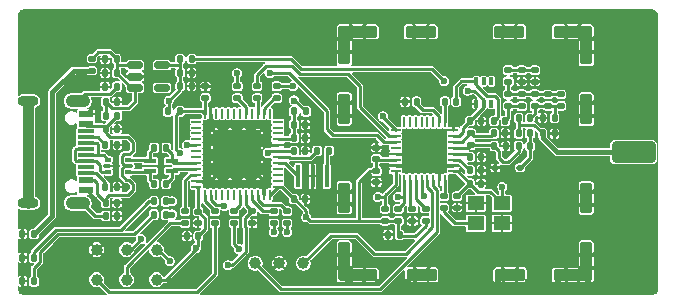
<source format=gtl>
G04 #@! TF.GenerationSoftware,KiCad,Pcbnew,9.0.0*
G04 #@! TF.CreationDate,2025-05-06T12:44:32+02:00*
G04 #@! TF.ProjectId,Headless TEF lite,48656164-6c65-4737-9320-544546206c69,v1.0*
G04 #@! TF.SameCoordinates,Original*
G04 #@! TF.FileFunction,Copper,L1,Top*
G04 #@! TF.FilePolarity,Positive*
%FSLAX46Y46*%
G04 Gerber Fmt 4.6, Leading zero omitted, Abs format (unit mm)*
G04 Created by KiCad (PCBNEW 9.0.0) date 2025-05-06 12:44:32*
%MOMM*%
%LPD*%
G01*
G04 APERTURE LIST*
G04 Aperture macros list*
%AMRoundRect*
0 Rectangle with rounded corners*
0 $1 Rounding radius*
0 $2 $3 $4 $5 $6 $7 $8 $9 X,Y pos of 4 corners*
0 Add a 4 corners polygon primitive as box body*
4,1,4,$2,$3,$4,$5,$6,$7,$8,$9,$2,$3,0*
0 Add four circle primitives for the rounded corners*
1,1,$1+$1,$2,$3*
1,1,$1+$1,$4,$5*
1,1,$1+$1,$6,$7*
1,1,$1+$1,$8,$9*
0 Add four rect primitives between the rounded corners*
20,1,$1+$1,$2,$3,$4,$5,0*
20,1,$1+$1,$4,$5,$6,$7,0*
20,1,$1+$1,$6,$7,$8,$9,0*
20,1,$1+$1,$8,$9,$2,$3,0*%
G04 Aperture macros list end*
G04 #@! TA.AperFunction,SMDPad,CuDef*
%ADD10RoundRect,0.140000X-0.140000X-0.170000X0.140000X-0.170000X0.140000X0.170000X-0.140000X0.170000X0*%
G04 #@! TD*
G04 #@! TA.AperFunction,SMDPad,CuDef*
%ADD11RoundRect,0.135000X-0.135000X-0.185000X0.135000X-0.185000X0.135000X0.185000X-0.135000X0.185000X0*%
G04 #@! TD*
G04 #@! TA.AperFunction,SMDPad,CuDef*
%ADD12RoundRect,0.100000X-0.100000X0.225000X-0.100000X-0.225000X0.100000X-0.225000X0.100000X0.225000X0*%
G04 #@! TD*
G04 #@! TA.AperFunction,SMDPad,CuDef*
%ADD13C,1.000000*%
G04 #@! TD*
G04 #@! TA.AperFunction,SMDPad,CuDef*
%ADD14RoundRect,0.147500X0.147500X0.172500X-0.147500X0.172500X-0.147500X-0.172500X0.147500X-0.172500X0*%
G04 #@! TD*
G04 #@! TA.AperFunction,SMDPad,CuDef*
%ADD15RoundRect,0.140000X0.140000X0.170000X-0.140000X0.170000X-0.140000X-0.170000X0.140000X-0.170000X0*%
G04 #@! TD*
G04 #@! TA.AperFunction,SMDPad,CuDef*
%ADD16RoundRect,0.135000X0.135000X0.185000X-0.135000X0.185000X-0.135000X-0.185000X0.135000X-0.185000X0*%
G04 #@! TD*
G04 #@! TA.AperFunction,SMDPad,CuDef*
%ADD17RoundRect,0.147500X-0.147500X-0.172500X0.147500X-0.172500X0.147500X0.172500X-0.147500X0.172500X0*%
G04 #@! TD*
G04 #@! TA.AperFunction,SMDPad,CuDef*
%ADD18RoundRect,0.135000X-0.185000X0.135000X-0.185000X-0.135000X0.185000X-0.135000X0.185000X0.135000X0*%
G04 #@! TD*
G04 #@! TA.AperFunction,SMDPad,CuDef*
%ADD19RoundRect,0.062500X0.375000X0.062500X-0.375000X0.062500X-0.375000X-0.062500X0.375000X-0.062500X0*%
G04 #@! TD*
G04 #@! TA.AperFunction,SMDPad,CuDef*
%ADD20RoundRect,0.062500X0.062500X0.375000X-0.062500X0.375000X-0.062500X-0.375000X0.062500X-0.375000X0*%
G04 #@! TD*
G04 #@! TA.AperFunction,HeatsinkPad*
%ADD21C,0.500000*%
G04 #@! TD*
G04 #@! TA.AperFunction,HeatsinkPad*
%ADD22R,4.100000X4.100000*%
G04 #@! TD*
G04 #@! TA.AperFunction,SMDPad,CuDef*
%ADD23RoundRect,0.140000X-0.170000X0.140000X-0.170000X-0.140000X0.170000X-0.140000X0.170000X0.140000X0*%
G04 #@! TD*
G04 #@! TA.AperFunction,SMDPad,CuDef*
%ADD24RoundRect,0.135000X0.185000X-0.135000X0.185000X0.135000X-0.185000X0.135000X-0.185000X-0.135000X0*%
G04 #@! TD*
G04 #@! TA.AperFunction,SMDPad,CuDef*
%ADD25R,1.400000X1.200000*%
G04 #@! TD*
G04 #@! TA.AperFunction,SMDPad,CuDef*
%ADD26RoundRect,0.147500X0.172500X-0.147500X0.172500X0.147500X-0.172500X0.147500X-0.172500X-0.147500X0*%
G04 #@! TD*
G04 #@! TA.AperFunction,SMDPad,CuDef*
%ADD27R,1.100000X0.400000*%
G04 #@! TD*
G04 #@! TA.AperFunction,SMDPad,CuDef*
%ADD28RoundRect,0.112500X0.187500X0.112500X-0.187500X0.112500X-0.187500X-0.112500X0.187500X-0.112500X0*%
G04 #@! TD*
G04 #@! TA.AperFunction,SMDPad,CuDef*
%ADD29RoundRect,0.150000X-0.512500X-0.150000X0.512500X-0.150000X0.512500X0.150000X-0.512500X0.150000X0*%
G04 #@! TD*
G04 #@! TA.AperFunction,SMDPad,CuDef*
%ADD30R,0.400000X1.900000*%
G04 #@! TD*
G04 #@! TA.AperFunction,SMDPad,CuDef*
%ADD31R,1.275000X0.600000*%
G04 #@! TD*
G04 #@! TA.AperFunction,SMDPad,CuDef*
%ADD32R,1.300000X0.600000*%
G04 #@! TD*
G04 #@! TA.AperFunction,SMDPad,CuDef*
%ADD33R,1.370000X0.300000*%
G04 #@! TD*
G04 #@! TA.AperFunction,ComponentPad*
%ADD34O,2.100000X1.050000*%
G04 #@! TD*
G04 #@! TA.AperFunction,ComponentPad*
%ADD35O,1.800000X0.900000*%
G04 #@! TD*
G04 #@! TA.AperFunction,SMDPad,CuDef*
%ADD36RoundRect,0.250000X-1.595000X-0.640000X1.595000X-0.640000X1.595000X0.640000X-1.595000X0.640000X0*%
G04 #@! TD*
G04 #@! TA.AperFunction,ComponentPad*
%ADD37C,0.970000*%
G04 #@! TD*
G04 #@! TA.AperFunction,SMDPad,CuDef*
%ADD38RoundRect,0.250000X-1.595000X-1.082500X1.595000X-1.082500X1.595000X1.082500X-1.595000X1.082500X0*%
G04 #@! TD*
G04 #@! TA.AperFunction,SMDPad,CuDef*
%ADD39RoundRect,0.150000X0.350000X-1.500000X0.350000X1.500000X-0.350000X1.500000X-0.350000X-1.500000X0*%
G04 #@! TD*
G04 #@! TA.AperFunction,SMDPad,CuDef*
%ADD40RoundRect,0.150000X-0.350000X1.150000X-0.350000X-1.150000X0.350000X-1.150000X0.350000X1.150000X0*%
G04 #@! TD*
G04 #@! TA.AperFunction,SMDPad,CuDef*
%ADD41RoundRect,0.150000X1.500000X0.350000X-1.500000X0.350000X-1.500000X-0.350000X1.500000X-0.350000X0*%
G04 #@! TD*
G04 #@! TA.AperFunction,SMDPad,CuDef*
%ADD42RoundRect,0.150000X-1.500000X-0.350000X1.500000X-0.350000X1.500000X0.350000X-1.500000X0.350000X0*%
G04 #@! TD*
G04 #@! TA.AperFunction,SMDPad,CuDef*
%ADD43RoundRect,0.150000X-1.150000X-0.350000X1.150000X-0.350000X1.150000X0.350000X-1.150000X0.350000X0*%
G04 #@! TD*
G04 #@! TA.AperFunction,SMDPad,CuDef*
%ADD44RoundRect,0.150000X-0.350000X1.500000X-0.350000X-1.500000X0.350000X-1.500000X0.350000X1.500000X0*%
G04 #@! TD*
G04 #@! TA.AperFunction,HeatsinkPad*
%ADD45R,3.300000X3.300000*%
G04 #@! TD*
G04 #@! TA.AperFunction,SMDPad,CuDef*
%ADD46RoundRect,0.147500X-0.172500X0.147500X-0.172500X-0.147500X0.172500X-0.147500X0.172500X0.147500X0*%
G04 #@! TD*
G04 #@! TA.AperFunction,SMDPad,CuDef*
%ADD47RoundRect,0.093750X-0.156250X-0.093750X0.156250X-0.093750X0.156250X0.093750X-0.156250X0.093750X0*%
G04 #@! TD*
G04 #@! TA.AperFunction,SMDPad,CuDef*
%ADD48RoundRect,0.075000X-0.250000X-0.075000X0.250000X-0.075000X0.250000X0.075000X-0.250000X0.075000X0*%
G04 #@! TD*
G04 #@! TA.AperFunction,SMDPad,CuDef*
%ADD49RoundRect,0.140000X0.170000X-0.140000X0.170000X0.140000X-0.170000X0.140000X-0.170000X-0.140000X0*%
G04 #@! TD*
G04 #@! TA.AperFunction,ViaPad*
%ADD50C,0.600000*%
G04 #@! TD*
G04 #@! TA.AperFunction,ViaPad*
%ADD51C,3.500000*%
G04 #@! TD*
G04 #@! TA.AperFunction,Conductor*
%ADD52C,0.254000*%
G04 #@! TD*
G04 #@! TA.AperFunction,Conductor*
%ADD53C,0.400000*%
G04 #@! TD*
G04 #@! TA.AperFunction,Conductor*
%ADD54C,0.950000*%
G04 #@! TD*
G04 APERTURE END LIST*
D10*
G04 #@! TO.P,C1,1*
G04 #@! TO.N,Net-(J1-SHIELD)*
X121727800Y-67890200D03*
G04 #@! TO.P,C1,2*
G04 #@! TO.N,GND*
X122687800Y-67890200D03*
G04 #@! TD*
D11*
G04 #@! TO.P,R3,1*
G04 #@! TO.N,GND*
X121664000Y-56968200D03*
G04 #@! TO.P,R3,2*
G04 #@! TO.N,Net-(J1-SHIELD)*
X122684000Y-56968200D03*
G04 #@! TD*
G04 #@! TO.P,R25,1*
G04 #@! TO.N,Net-(D5-A)*
X125812600Y-67788600D03*
G04 #@! TO.P,R25,2*
G04 #@! TO.N,PA15*
X126832600Y-67788600D03*
G04 #@! TD*
D12*
G04 #@! TO.P,D1,1*
G04 #@! TO.N,N/C*
X154387400Y-56504600D03*
G04 #@! TO.P,D1,2*
X153737400Y-56504600D03*
G04 #@! TO.P,D1,3,K1A2*
G04 #@! TO.N,Net-(D1B-K1A2)*
X153087400Y-56504600D03*
G04 #@! TO.P,D1,4,A3*
G04 #@! TO.N,GND*
X153087400Y-58404600D03*
G04 #@! TO.P,D1,5,K4*
G04 #@! TO.N,TEF_ANA*
X153737400Y-58404600D03*
G04 #@! TO.P,D1,6*
G04 #@! TO.N,N/C*
X154387400Y-58404600D03*
G04 #@! TD*
D13*
G04 #@! TO.P,TP8,1,1*
G04 #@! TO.N,3.3V_DIG*
X126043200Y-73300400D03*
G04 #@! TD*
D14*
G04 #@! TO.P,FB3,1*
G04 #@! TO.N,Net-(U4-OUT)*
X138671800Y-59051000D03*
G04 #@! TO.P,FB3,2*
G04 #@! TO.N,STM_ANA*
X137701800Y-59051000D03*
G04 #@! TD*
D10*
G04 #@! TO.P,C6,1*
G04 #@! TO.N,GND*
X147089800Y-58222200D03*
G04 #@! TO.P,C6,2*
G04 #@! TO.N,Net-(U1-AM_LNA_CAP)*
X148049800Y-58222200D03*
G04 #@! TD*
D15*
G04 #@! TO.P,C19,1*
G04 #@! TO.N,GND*
X122687800Y-58238200D03*
G04 #@! TO.P,C19,2*
G04 #@! TO.N,5V*
X121727800Y-58238200D03*
G04 #@! TD*
D16*
G04 #@! TO.P,R4,1*
G04 #@! TO.N,GND*
X159742200Y-60924200D03*
G04 #@! TO.P,R4,2*
G04 #@! TO.N,RF_AM*
X158722200Y-60924200D03*
G04 #@! TD*
D10*
G04 #@! TO.P,C24,1*
G04 #@! TO.N,STM_ANA*
X137679000Y-61286200D03*
G04 #@! TO.P,C24,2*
G04 #@! TO.N,GND*
X138639000Y-61286200D03*
G04 #@! TD*
D13*
G04 #@! TO.P,TP4,1,1*
G04 #@! TO.N,GND*
X120963200Y-70760400D03*
G04 #@! TD*
D15*
G04 #@! TO.P,C34,1*
G04 #@! TO.N,GND*
X155599400Y-61991000D03*
G04 #@! TO.P,C34,2*
G04 #@! TO.N,FM_IN_N*
X154639400Y-61991000D03*
G04 #@! TD*
D17*
G04 #@! TO.P,FB2,1*
G04 #@! TO.N,Net-(U4-OUT)*
X127029000Y-59051000D03*
G04 #@! TO.P,FB2,2*
G04 #@! TO.N,3.3V_DIG*
X127999000Y-59051000D03*
G04 #@! TD*
D18*
G04 #@! TO.P,R13,1*
G04 #@! TO.N,SCL*
X146507200Y-67308000D03*
G04 #@! TO.P,R13,2*
G04 #@! TO.N,3.3V_DIG*
X146507200Y-68328000D03*
G04 #@! TD*
D19*
G04 #@! TO.P,U3,1,VBAT*
G04 #@! TO.N,3.3V_DIG*
X136296400Y-65427800D03*
G04 #@! TO.P,U3,2,PC13*
G04 #@! TO.N,unconnected-(U3-PC13-Pad2)*
X136296400Y-64927800D03*
G04 #@! TO.P,U3,3,PC14*
G04 #@! TO.N,unconnected-(U3-PC14-Pad3)*
X136296400Y-64427800D03*
G04 #@! TO.P,U3,4,PC15*
G04 #@! TO.N,unconnected-(U3-PC15-Pad4)*
X136296400Y-63927800D03*
G04 #@! TO.P,U3,5,PF0*
G04 #@! TO.N,Net-(U3-PF0)*
X136296400Y-63427800D03*
G04 #@! TO.P,U3,6,PF1*
G04 #@! TO.N,Net-(U3-PF1)*
X136296400Y-62927800D03*
G04 #@! TO.P,U3,7,NRST*
G04 #@! TO.N,NRST*
X136296400Y-62427800D03*
G04 #@! TO.P,U3,8,VSSA*
G04 #@! TO.N,GND*
X136296400Y-61927800D03*
G04 #@! TO.P,U3,9,VDDA*
G04 #@! TO.N,STM_ANA*
X136296400Y-61427800D03*
G04 #@! TO.P,U3,10,PA0*
G04 #@! TO.N,unconnected-(U3-PA0-Pad10)*
X136296400Y-60927800D03*
G04 #@! TO.P,U3,11,PA1*
G04 #@! TO.N,unconnected-(U3-PA1-Pad11)*
X136296400Y-60427800D03*
G04 #@! TO.P,U3,12,PA2*
G04 #@! TO.N,unconnected-(U3-PA2-Pad12)*
X136296400Y-59927800D03*
D20*
G04 #@! TO.P,U3,13,PA3*
G04 #@! TO.N,unconnected-(U3-PA3-Pad13)*
X135608900Y-59240300D03*
G04 #@! TO.P,U3,14,I2S1_WS*
G04 #@! TO.N,I2S_WS*
X135108900Y-59240300D03*
G04 #@! TO.P,U3,15,I2S1_CK*
G04 #@! TO.N,I2S_CK*
X134608900Y-59240300D03*
G04 #@! TO.P,U3,16,PA6*
G04 #@! TO.N,unconnected-(U3-PA6-Pad16)*
X134108900Y-59240300D03*
G04 #@! TO.P,U3,17,I2S1_SD*
G04 #@! TO.N,I2S_SD*
X133608900Y-59240300D03*
G04 #@! TO.P,U3,18,PB0*
G04 #@! TO.N,unconnected-(U3-PB0-Pad18)*
X133108900Y-59240300D03*
G04 #@! TO.P,U3,19,PB1*
G04 #@! TO.N,unconnected-(U3-PB1-Pad19)*
X132608900Y-59240300D03*
G04 #@! TO.P,U3,20,PB2*
G04 #@! TO.N,unconnected-(U3-PB2-Pad20)*
X132108900Y-59240300D03*
G04 #@! TO.P,U3,21,PB10*
G04 #@! TO.N,unconnected-(U3-PB10-Pad21)*
X131608900Y-59240300D03*
G04 #@! TO.P,U3,22,PB11*
G04 #@! TO.N,unconnected-(U3-PB11-Pad22)*
X131108900Y-59240300D03*
G04 #@! TO.P,U3,23,VSS*
G04 #@! TO.N,GND*
X130608900Y-59240300D03*
G04 #@! TO.P,U3,24,VDD*
G04 #@! TO.N,3.3V_DIG*
X130108900Y-59240300D03*
D19*
G04 #@! TO.P,U3,25,PB12*
G04 #@! TO.N,unconnected-(U3-PB12-Pad25)*
X129421400Y-59927800D03*
G04 #@! TO.P,U3,26,PB13*
G04 #@! TO.N,unconnected-(U3-PB13-Pad26)*
X129421400Y-60427800D03*
G04 #@! TO.P,U3,27,PB14*
G04 #@! TO.N,unconnected-(U3-PB14-Pad27)*
X129421400Y-60927800D03*
G04 #@! TO.P,U3,28,PB15*
G04 #@! TO.N,unconnected-(U3-PB15-Pad28)*
X129421400Y-61427800D03*
G04 #@! TO.P,U3,29,PA8*
G04 #@! TO.N,PA8*
X129421400Y-61927800D03*
G04 #@! TO.P,U3,30,USART1_TX*
G04 #@! TO.N,unconnected-(U3-PA9-Pad30)*
X129421400Y-62427800D03*
G04 #@! TO.P,U3,31,USART1_RX*
G04 #@! TO.N,unconnected-(U3-PA10-Pad31)*
X129421400Y-62927800D03*
G04 #@! TO.P,U3,32,USB_DM*
G04 #@! TO.N,Net-(U3-PA11)*
X129421400Y-63427800D03*
G04 #@! TO.P,U3,33,USB_DP*
G04 #@! TO.N,Net-(U3-PA12)*
X129421400Y-63927800D03*
G04 #@! TO.P,U3,34,SYS_SWDIO*
G04 #@! TO.N,Net-(U3-PA13)*
X129421400Y-64427800D03*
G04 #@! TO.P,U3,35,VSS*
G04 #@! TO.N,GND*
X129421400Y-64927800D03*
G04 #@! TO.P,U3,36,VDDIO2*
G04 #@! TO.N,3.3V_DIG*
X129421400Y-65427800D03*
D20*
G04 #@! TO.P,U3,37,SYS_SWCLK*
G04 #@! TO.N,Net-(U3-PA14)*
X130108900Y-66115300D03*
G04 #@! TO.P,U3,38,PA15*
G04 #@! TO.N,PA15*
X130608900Y-66115300D03*
G04 #@! TO.P,U3,39,PB3*
G04 #@! TO.N,unconnected-(U3-PB3-Pad39)*
X131108900Y-66115300D03*
G04 #@! TO.P,U3,40,PB4*
G04 #@! TO.N,unconnected-(U3-PB4-Pad40)*
X131608900Y-66115300D03*
G04 #@! TO.P,U3,41,PB5*
G04 #@! TO.N,unconnected-(U3-PB5-Pad41)*
X132108900Y-66115300D03*
G04 #@! TO.P,U3,42,PB6*
G04 #@! TO.N,unconnected-(U3-PB6-Pad42)*
X132608900Y-66115300D03*
G04 #@! TO.P,U3,43,PB7*
G04 #@! TO.N,RDS*
X133108900Y-66115300D03*
G04 #@! TO.P,U3,44,BOOT0*
G04 #@! TO.N,BOOT*
X133608900Y-66115300D03*
G04 #@! TO.P,U3,45,I2C1_SCL*
G04 #@! TO.N,Net-(U3-PB8)*
X134108900Y-66115300D03*
G04 #@! TO.P,U3,46,I2C1_SDA*
G04 #@! TO.N,Net-(U3-PB9)*
X134608900Y-66115300D03*
G04 #@! TO.P,U3,47,VSS*
G04 #@! TO.N,GND*
X135108900Y-66115300D03*
G04 #@! TO.P,U3,48,VDD*
G04 #@! TO.N,3.3V_DIG*
X135608900Y-66115300D03*
D21*
G04 #@! TO.P,U3,49,GND*
G04 #@! TO.N,GND*
X134658900Y-64477800D03*
X134658900Y-63277800D03*
X134658900Y-62077800D03*
X134658900Y-60877800D03*
X133458900Y-64477800D03*
X133458900Y-63277800D03*
X133458900Y-62077800D03*
X133458900Y-60877800D03*
D22*
X132858900Y-62677800D03*
D21*
X132258900Y-64477800D03*
X132258900Y-63277800D03*
X132258900Y-62077800D03*
X132258900Y-60877800D03*
X131058900Y-64477800D03*
X131058900Y-63277800D03*
X131058900Y-62077800D03*
X131058900Y-60877800D03*
G04 #@! TD*
D23*
G04 #@! TO.P,C7,1*
G04 #@! TO.N,Net-(C7-Pad1)*
X159183400Y-57622400D03*
G04 #@! TO.P,C7,2*
G04 #@! TO.N,Net-(C3-Pad1)*
X159183400Y-58582400D03*
G04 #@! TD*
D15*
G04 #@! TO.P,C13,1*
G04 #@! TO.N,GND*
X122687800Y-66772600D03*
G04 #@! TO.P,C13,2*
G04 #@! TO.N,VBUS*
X121727800Y-66772600D03*
G04 #@! TD*
D13*
G04 #@! TO.P,TP9,1,1*
G04 #@! TO.N,BOOT*
X126043200Y-70760400D03*
G04 #@! TD*
D10*
G04 #@! TO.P,C11,1*
G04 #@! TO.N,TEF_ANA*
X152584600Y-59857400D03*
G04 #@! TO.P,C11,2*
G04 #@! TO.N,GND*
X153544600Y-59857400D03*
G04 #@! TD*
D24*
G04 #@! TO.P,R20,1*
G04 #@! TO.N,SWDIO*
X128456200Y-68524800D03*
G04 #@! TO.P,R20,2*
G04 #@! TO.N,Net-(U3-PA13)*
X128456200Y-67504800D03*
G04 #@! TD*
D25*
G04 #@! TO.P,Y1,1,1*
G04 #@! TO.N,TEF_ANA*
X155271800Y-66830600D03*
G04 #@! TO.P,Y1,2,2*
G04 #@! TO.N,GND*
X153071800Y-66830600D03*
G04 #@! TO.P,Y1,3,3*
G04 #@! TO.N,Net-(C2-Pad2)*
X153071800Y-68530600D03*
G04 #@! TO.P,Y1,4,4*
G04 #@! TO.N,GND*
X155271800Y-68530600D03*
G04 #@! TD*
D26*
G04 #@! TO.P,L5,1*
G04 #@! TO.N,FM_IN_N*
X152630200Y-61894200D03*
G04 #@! TO.P,L5,2*
G04 #@! TO.N,FM_IN_P*
X152630200Y-60924200D03*
G04 #@! TD*
D10*
G04 #@! TO.P,C16,1*
G04 #@! TO.N,Net-(D1B-K1A2)*
X154611400Y-59857400D03*
G04 #@! TO.P,C16,2*
G04 #@! TO.N,Net-(C16-Pad2)*
X155571400Y-59857400D03*
G04 #@! TD*
D17*
G04 #@! TO.P,D5,1,K*
G04 #@! TO.N,GND*
X114684600Y-73439600D03*
G04 #@! TO.P,D5,2,A*
G04 #@! TO.N,Net-(D5-A)*
X115654600Y-73439600D03*
G04 #@! TD*
D13*
G04 #@! TO.P,TP5,1,1*
G04 #@! TO.N,SWDIO*
X123503200Y-73300400D03*
G04 #@! TD*
D10*
G04 #@! TO.P,C21,1*
G04 #@! TO.N,AM_IN_P*
X150438400Y-58220800D03*
G04 #@! TO.P,C21,2*
G04 #@! TO.N,Net-(D1B-K1A2)*
X151398400Y-58220800D03*
G04 #@! TD*
D18*
G04 #@! TO.P,R19,1*
G04 #@! TO.N,Net-(U3-PA14)*
X130970800Y-67504600D03*
G04 #@! TO.P,R19,2*
G04 #@! TO.N,SWCLK*
X130970800Y-68524600D03*
G04 #@! TD*
D24*
G04 #@! TO.P,R6,1*
G04 #@! TO.N,Net-(C16-Pad2)*
X156948200Y-58612400D03*
G04 #@! TO.P,R6,2*
G04 #@! TO.N,Net-(C7-Pad1)*
X156948200Y-57592400D03*
G04 #@! TD*
D27*
G04 #@! TO.P,FL1,1,1*
G04 #@! TO.N,Net-(U3-PA11)*
X127359000Y-63273800D03*
G04 #@! TO.P,FL1,2,2*
G04 #@! TO.N,USB_D-*
X125459000Y-63273800D03*
G04 #@! TO.P,FL1,3,3*
G04 #@! TO.N,Net-(U3-PA12)*
X127359000Y-64073800D03*
G04 #@! TO.P,FL1,4,4*
G04 #@! TO.N,USB_D+*
X125459000Y-64073800D03*
G04 #@! TD*
D15*
G04 #@! TO.P,C3,1*
G04 #@! TO.N,Net-(C3-Pad1)*
X157654200Y-59603400D03*
G04 #@! TO.P,C3,2*
G04 #@! TO.N,RF_AM*
X156694200Y-59603400D03*
G04 #@! TD*
D14*
G04 #@! TO.P,L4,1*
G04 #@! TO.N,Net-(D2-A1)*
X157659400Y-61991000D03*
G04 #@! TO.P,L4,2*
G04 #@! TO.N,FM_IN_N*
X156689400Y-61991000D03*
G04 #@! TD*
D10*
G04 #@! TO.P,C28,1*
G04 #@! TO.N,GND*
X128613800Y-69617400D03*
G04 #@! TO.P,C28,2*
G04 #@! TO.N,3.3V_DIG*
X129573800Y-69617400D03*
G04 #@! TD*
G04 #@! TO.P,C32,1*
G04 #@! TO.N,Net-(U4-OUT)*
X128044000Y-55778400D03*
G04 #@! TO.P,C32,2*
G04 #@! TO.N,GND*
X129004000Y-55778400D03*
G04 #@! TD*
D23*
G04 #@! TO.P,C8,1*
G04 #@! TO.N,Net-(C7-Pad1)*
X160301000Y-57622400D03*
G04 #@! TO.P,C8,2*
G04 #@! TO.N,Net-(C3-Pad1)*
X160301000Y-58582400D03*
G04 #@! TD*
D24*
G04 #@! TO.P,R11,1*
G04 #@! TO.N,Net-(U1-GPIO0)*
X132613400Y-68524600D03*
G04 #@! TO.P,R11,2*
G04 #@! TO.N,RDS*
X132613400Y-67504600D03*
G04 #@! TD*
D18*
G04 #@! TO.P,R14,1*
G04 #@! TO.N,SDA*
X145389600Y-67308000D03*
G04 #@! TO.P,R14,2*
G04 #@! TO.N,3.3V_DIG*
X145389600Y-68328000D03*
G04 #@! TD*
D11*
G04 #@! TO.P,R2,1*
G04 #@! TO.N,Net-(J1-CC1_B)*
X121697800Y-65451800D03*
G04 #@! TO.P,R2,2*
G04 #@! TO.N,GND*
X122717800Y-65451800D03*
G04 #@! TD*
D28*
G04 #@! TO.P,D2,1,A1*
G04 #@! TO.N,Net-(D2-A1)*
X156829800Y-63819800D03*
G04 #@! TO.P,D2,2,A2*
G04 #@! TO.N,GND*
X154729800Y-63819800D03*
G04 #@! TD*
D18*
G04 #@! TO.P,R8,1*
G04 #@! TO.N,Net-(U1-I2S_WS)*
X136228600Y-56915400D03*
G04 #@! TO.P,R8,2*
G04 #@! TO.N,I2S_WS*
X136228600Y-57935400D03*
G04 #@! TD*
G04 #@! TO.P,R23,1*
G04 #@! TO.N,5V*
X120573800Y-54582600D03*
G04 #@! TO.P,R23,2*
G04 #@! TO.N,Net-(D3-A)*
X120573800Y-55602600D03*
G04 #@! TD*
D13*
G04 #@! TO.P,TP6,1,1*
G04 #@! TO.N,NRST*
X123503200Y-70760400D03*
G04 #@! TD*
D29*
G04 #@! TO.P,U4,1,IN*
G04 #@! TO.N,5V*
X124217000Y-55154600D03*
G04 #@! TO.P,U4,2,GND*
G04 #@! TO.N,GND*
X124217000Y-56104600D03*
G04 #@! TO.P,U4,3,EN*
G04 #@! TO.N,5V*
X124217000Y-57054600D03*
G04 #@! TO.P,U4,4,NC*
G04 #@! TO.N,unconnected-(U4-NC-Pad4)*
X126492000Y-57054600D03*
G04 #@! TO.P,U4,5,OUT*
G04 #@! TO.N,Net-(U4-OUT)*
X126492000Y-55154600D03*
G04 #@! TD*
D11*
G04 #@! TO.P,R1,1*
G04 #@! TO.N,Net-(J1-CC1_A)*
X121697800Y-61895800D03*
G04 #@! TO.P,R1,2*
G04 #@! TO.N,GND*
X122717800Y-61895800D03*
G04 #@! TD*
D26*
G04 #@! TO.P,L3,1*
G04 #@! TO.N,Net-(C7-Pad1)*
X155830600Y-56532400D03*
G04 #@! TO.P,L3,2*
G04 #@! TO.N,Net-(C12-Pad1)*
X155830600Y-55562400D03*
G04 #@! TD*
D30*
G04 #@! TO.P,Y2,1,1*
G04 #@! TO.N,Net-(U3-PF0)*
X138045000Y-64537400D03*
G04 #@! TO.P,Y2,2,2*
G04 #@! TO.N,GND*
X139245000Y-64537400D03*
G04 #@! TO.P,Y2,3,3*
G04 #@! TO.N,Net-(R15-Pad2)*
X140445000Y-64537400D03*
G04 #@! TD*
D13*
G04 #@! TO.P,TP1,1,1*
G04 #@! TO.N,Net-(U1-DAC_R)*
X138463800Y-71903400D03*
G04 #@! TD*
D26*
G04 #@! TO.P,L1,1*
G04 #@! TO.N,Net-(C3-Pad1)*
X158065800Y-58587400D03*
G04 #@! TO.P,L1,2*
G04 #@! TO.N,Net-(C7-Pad1)*
X158065800Y-57617400D03*
G04 #@! TD*
D11*
G04 #@! TO.P,R5,1*
G04 #@! TO.N,GND*
X158724200Y-59603400D03*
G04 #@! TO.P,R5,2*
G04 #@! TO.N,Net-(C3-Pad1)*
X159744200Y-59603400D03*
G04 #@! TD*
G04 #@! TO.P,R24,1*
G04 #@! TO.N,Net-(D4-A)*
X125812600Y-66671000D03*
G04 #@! TO.P,R24,2*
G04 #@! TO.N,PA8*
X126832600Y-66671000D03*
G04 #@! TD*
D10*
G04 #@! TO.P,C33,1*
G04 #@! TO.N,Net-(U4-OUT)*
X128044000Y-56917400D03*
G04 #@! TO.P,C33,2*
G04 #@! TO.N,GND*
X129004000Y-56917400D03*
G04 #@! TD*
D24*
G04 #@! TO.P,R17,1*
G04 #@! TO.N,SDA*
X137083800Y-68524600D03*
G04 #@! TO.P,R17,2*
G04 #@! TO.N,Net-(U3-PB9)*
X137083800Y-67504600D03*
G04 #@! TD*
D14*
G04 #@! TO.P,FB4,1*
G04 #@! TO.N,TEF_ANA*
X129009000Y-54631400D03*
G04 #@! TO.P,FB4,2*
G04 #@! TO.N,Net-(U4-OUT)*
X128039000Y-54631400D03*
G04 #@! TD*
D31*
G04 #@! TO.P,J1,A1_B12,GND*
G04 #@! TO.N,GND*
X120087500Y-59300000D03*
D32*
G04 #@! TO.P,J1,A4_B9,VBUS*
G04 #@! TO.N,VBUS*
X120075000Y-60100000D03*
D33*
G04 #@! TO.P,J1,A5,CC1_A*
G04 #@! TO.N,Net-(J1-CC1_A)*
X120040000Y-61250000D03*
G04 #@! TO.P,J1,A6,D+_A*
G04 #@! TO.N,D+*
X120040000Y-62250000D03*
G04 #@! TO.P,J1,A7,D-_A*
G04 #@! TO.N,D-*
X120040000Y-62750000D03*
G04 #@! TO.P,J1,A8,SBU1*
G04 #@! TO.N,unconnected-(J1-SBU1-PadA8)*
X120040000Y-63750000D03*
D31*
G04 #@! TO.P,J1,B1_A12,GND_1*
G04 #@! TO.N,GND*
X120087500Y-65700000D03*
D32*
G04 #@! TO.P,J1,B4_A9,VBUS_1*
G04 #@! TO.N,VBUS*
X120075000Y-64900000D03*
D33*
G04 #@! TO.P,J1,B5,CC1_B*
G04 #@! TO.N,Net-(J1-CC1_B)*
X120040000Y-64250000D03*
G04 #@! TO.P,J1,B6,D+_B*
G04 #@! TO.N,D+*
X120040000Y-63250000D03*
G04 #@! TO.P,J1,B7,D-_B*
G04 #@! TO.N,D-*
X120040000Y-61750000D03*
G04 #@! TO.P,J1,B8,SBU2*
G04 #@! TO.N,unconnected-(J1-SBU2-PadB8)*
X120040000Y-60750000D03*
D34*
G04 #@! TO.P,J1,SH1,SHIELD*
G04 #@! TO.N,Net-(J1-SHIELD)*
X119355000Y-58180000D03*
G04 #@! TO.P,J1,SH2,SHIELD_1*
X119355000Y-66820000D03*
D35*
G04 #@! TO.P,J1,SH3,SHIELD_2*
X115175000Y-58180000D03*
G04 #@! TO.P,J1,SH4,SHIELD_3*
X115175000Y-66820000D03*
G04 #@! TD*
D23*
G04 #@! TO.P,C27,1*
G04 #@! TO.N,GND*
X130183400Y-56945400D03*
G04 #@! TO.P,C27,2*
G04 #@! TO.N,3.3V_DIG*
X130183400Y-57905400D03*
G04 #@! TD*
D36*
G04 #@! TO.P,J2,1,In*
G04 #@! TO.N,RF_AM*
X166426200Y-62500000D03*
D37*
G04 #@! TO.P,J2,2,Ext*
G04 #@! TO.N,GND*
X165176200Y-59007500D03*
X165176200Y-65992500D03*
D38*
X166426200Y-59007500D03*
X166426200Y-65992500D03*
G04 #@! TD*
D15*
G04 #@! TO.P,C4,1*
G04 #@! TO.N,GND*
X153539400Y-64050800D03*
G04 #@! TO.P,C4,2*
G04 #@! TO.N,Net-(U1-VBGP)*
X152579400Y-64050800D03*
G04 #@! TD*
D39*
G04 #@! TO.P,J3,1,Shield*
G04 #@! TO.N,GND*
X141925324Y-53459566D03*
D40*
X141925324Y-58851000D03*
X141925324Y-66351000D03*
D39*
X141925324Y-71751000D03*
D41*
X143073890Y-72901676D03*
D42*
X143076000Y-52311000D03*
D43*
X148415324Y-52311000D03*
X148475324Y-72891000D03*
X155915324Y-52311000D03*
X155975324Y-72891000D03*
D42*
X161265324Y-52311000D03*
D41*
X161265324Y-72901676D03*
D44*
X162416000Y-53459566D03*
D40*
X162416000Y-58881000D03*
X162416000Y-66381000D03*
D44*
X162416000Y-71751000D03*
G04 #@! TD*
D15*
G04 #@! TO.P,C35,1*
G04 #@! TO.N,GND*
X155576600Y-60924200D03*
G04 #@! TO.P,C35,2*
G04 #@! TO.N,FM_IN_P*
X154616600Y-60924200D03*
G04 #@! TD*
D13*
G04 #@! TO.P,TP2,1,1*
G04 #@! TO.N,Net-(U1-DAC_L)*
X134383000Y-71903400D03*
G04 #@! TD*
D18*
G04 #@! TO.P,R9,1*
G04 #@! TO.N,Net-(U1-I2S_SD_1)*
X132875800Y-56915400D03*
G04 #@! TO.P,R9,2*
G04 #@! TO.N,I2S_SD*
X132875800Y-57935400D03*
G04 #@! TD*
D23*
G04 #@! TO.P,C9,1*
G04 #@! TO.N,TEF_ANA*
X151468600Y-66235400D03*
G04 #@! TO.P,C9,2*
G04 #@! TO.N,GND*
X151468600Y-67195400D03*
G04 #@! TD*
D11*
G04 #@! TO.P,R22,1*
G04 #@! TO.N,USB_D+*
X125835600Y-65197800D03*
G04 #@! TO.P,R22,2*
G04 #@! TO.N,Net-(U3-PA12)*
X126855600Y-65197800D03*
G04 #@! TD*
D24*
G04 #@! TO.P,R10,1*
G04 #@! TO.N,I2S_CK*
X134552200Y-57935400D03*
G04 #@! TO.P,R10,2*
G04 #@! TO.N,Net-(U1-I2S_BCK)*
X134552200Y-56915400D03*
G04 #@! TD*
D17*
G04 #@! TO.P,D3,1,K*
G04 #@! TO.N,GND*
X114684600Y-69439600D03*
G04 #@! TO.P,D3,2,A*
G04 #@! TO.N,Net-(D3-A)*
X115654600Y-69439600D03*
G04 #@! TD*
D19*
G04 #@! TO.P,U1,1,VDDA_IFADC*
G04 #@! TO.N,TEF_ANA*
X151160300Y-64143200D03*
G04 #@! TO.P,U1,2,VSSA_IFADC*
G04 #@! TO.N,GND*
X151160300Y-63643200D03*
G04 #@! TO.P,U1,3,VBGP*
G04 #@! TO.N,Net-(U1-VBGP)*
X151160300Y-63143200D03*
G04 #@! TO.P,U1,4,FM_CAP*
G04 #@! TO.N,Net-(U1-FM_CAP)*
X151160300Y-62643200D03*
G04 #@! TO.P,U1,5,FM_IN_N*
G04 #@! TO.N,FM_IN_N*
X151160300Y-62143200D03*
G04 #@! TO.P,U1,6,FM_IN_P*
G04 #@! TO.N,FM_IN_P*
X151160300Y-61643200D03*
G04 #@! TO.P,U1,7,VDDA_RF*
G04 #@! TO.N,TEF_ANA*
X151160300Y-61143200D03*
G04 #@! TO.P,U1,8,VSSA_RF*
G04 #@! TO.N,GND*
X151160300Y-60643200D03*
D20*
G04 #@! TO.P,U1,9,AM_IN_P*
G04 #@! TO.N,AM_IN_P*
X150472800Y-59955700D03*
G04 #@! TO.P,U1,10,AM_LNA_CAP*
G04 #@! TO.N,Net-(U1-AM_LNA_CAP)*
X149972800Y-59955700D03*
G04 #@! TO.P,U1,11,DR_BL*
G04 #@! TO.N,unconnected-(U1-DR_BL-Pad11)*
X149472800Y-59955700D03*
G04 #@! TO.P,U1,12,DR_WS*
G04 #@! TO.N,unconnected-(U1-DR_WS-Pad12)*
X148972800Y-59955700D03*
G04 #@! TO.P,U1,13,DR_BCK*
G04 #@! TO.N,unconnected-(U1-DR_BCK-Pad13)*
X148472800Y-59955700D03*
G04 #@! TO.P,U1,14,DR_Q_DATA*
G04 #@! TO.N,unconnected-(U1-DR_Q_DATA-Pad14)*
X147972800Y-59955700D03*
G04 #@! TO.P,U1,15,DR_I_DATA*
G04 #@! TO.N,unconnected-(U1-DR_I_DATA-Pad15)*
X147472800Y-59955700D03*
G04 #@! TO.P,U1,16,I2S_SD_0*
G04 #@! TO.N,unconnected-(U1-I2S_SD_0-Pad16)*
X146972800Y-59955700D03*
D19*
G04 #@! TO.P,U1,17,I2S_WS*
G04 #@! TO.N,Net-(U1-I2S_WS)*
X146285300Y-60643200D03*
G04 #@! TO.P,U1,18,I2S_BCK*
G04 #@! TO.N,Net-(U1-I2S_BCK)*
X146285300Y-61143200D03*
G04 #@! TO.P,U1,19,I2S_SD_1*
G04 #@! TO.N,Net-(U1-I2S_SD_1)*
X146285300Y-61643200D03*
G04 #@! TO.P,U1,20,GPIO3*
G04 #@! TO.N,unconnected-(U1-GPIO3-Pad20)*
X146285300Y-62143200D03*
G04 #@! TO.P,U1,21,VSSD*
G04 #@! TO.N,GND*
X146285300Y-62643200D03*
G04 #@! TO.P,U1,22,VDDD*
G04 #@! TO.N,3.3V_DIG*
X146285300Y-63143200D03*
G04 #@! TO.P,U1,23,VSSD_IO*
G04 #@! TO.N,GND*
X146285300Y-63643200D03*
G04 #@! TO.P,U1,24,SDA*
G04 #@! TO.N,SDA*
X146285300Y-64143200D03*
D20*
G04 #@! TO.P,U1,25,SCL*
G04 #@! TO.N,SCL*
X146972800Y-64830700D03*
G04 #@! TO.P,U1,26,GPIO2*
G04 #@! TO.N,Net-(U1-GPIO2)*
X147472800Y-64830700D03*
G04 #@! TO.P,U1,27,GPIO1*
G04 #@! TO.N,Net-(U1-GPIO1)*
X147972800Y-64830700D03*
G04 #@! TO.P,U1,28,GPIO0*
G04 #@! TO.N,Net-(U1-GPIO0)*
X148472800Y-64830700D03*
G04 #@! TO.P,U1,29,DAC_R*
G04 #@! TO.N,Net-(U1-DAC_R)*
X148972800Y-64830700D03*
G04 #@! TO.P,U1,30,DAC_L*
G04 #@! TO.N,Net-(U1-DAC_L)*
X149472800Y-64830700D03*
G04 #@! TO.P,U1,31,VSS*
G04 #@! TO.N,GND*
X149972800Y-64830700D03*
G04 #@! TO.P,U1,32,XTAL_IN*
G04 #@! TO.N,Net-(U1-XTAL_IN)*
X150472800Y-64830700D03*
D21*
G04 #@! TO.P,U1,33,GND*
G04 #@! TO.N,GND*
X149722800Y-63393200D03*
X149722800Y-62393200D03*
X149722800Y-61393200D03*
X148722800Y-63393200D03*
X148722800Y-62393200D03*
D45*
X148722800Y-62393200D03*
D21*
X148722800Y-61393200D03*
X147722800Y-63393200D03*
X147722800Y-62393200D03*
X147722800Y-61393200D03*
G04 #@! TD*
D10*
G04 #@! TO.P,C22,1*
G04 #@! TO.N,STM_ANA*
X137679000Y-60168600D03*
G04 #@! TO.P,C22,2*
G04 #@! TO.N,GND*
X138639000Y-60168600D03*
G04 #@! TD*
D13*
G04 #@! TO.P,TP3,1,1*
G04 #@! TO.N,GND*
X136423400Y-71903400D03*
G04 #@! TD*
D15*
G04 #@! TO.P,C31,1*
G04 #@! TO.N,Net-(D2-A1)*
X157659400Y-60924200D03*
G04 #@! TO.P,C31,2*
G04 #@! TO.N,RF_AM*
X156699400Y-60924200D03*
G04 #@! TD*
D11*
G04 #@! TO.P,R15,1*
G04 #@! TO.N,Net-(U3-PF1)*
X139630200Y-62403800D03*
G04 #@! TO.P,R15,2*
G04 #@! TO.N,Net-(R15-Pad2)*
X140650200Y-62403800D03*
G04 #@! TD*
D10*
G04 #@! TO.P,C15,1*
G04 #@! TO.N,VBUS*
X121727800Y-60575000D03*
G04 #@! TO.P,C15,2*
G04 #@! TO.N,GND*
X122687800Y-60575000D03*
G04 #@! TD*
D18*
G04 #@! TO.P,R18,1*
G04 #@! TO.N,BOOT*
X134137400Y-67504600D03*
G04 #@! TO.P,R18,2*
G04 #@! TO.N,GND*
X134137400Y-68524600D03*
G04 #@! TD*
D23*
G04 #@! TO.P,C12,1*
G04 #@! TO.N,Net-(C12-Pad1)*
X156948200Y-55567400D03*
G04 #@! TO.P,C12,2*
G04 #@! TO.N,GND*
X156948200Y-56527400D03*
G04 #@! TD*
D15*
G04 #@! TO.P,C5,1*
G04 #@! TO.N,GND*
X153539400Y-62933200D03*
G04 #@! TO.P,C5,2*
G04 #@! TO.N,Net-(U1-FM_CAP)*
X152579400Y-62933200D03*
G04 #@! TD*
D10*
G04 #@! TO.P,C29,1*
G04 #@! TO.N,GND*
X121694000Y-54631400D03*
G04 #@! TO.P,C29,2*
G04 #@! TO.N,5V*
X122654000Y-54631400D03*
G04 #@! TD*
D18*
G04 #@! TO.P,R7,1*
G04 #@! TO.N,Net-(U1-GPIO1)*
X148820200Y-67302000D03*
G04 #@! TO.P,R7,2*
G04 #@! TO.N,3.3V_DIG*
X148820200Y-68322000D03*
G04 #@! TD*
D23*
G04 #@! TO.P,C18,1*
G04 #@! TO.N,3.3V_DIG*
X144653000Y-64101800D03*
G04 #@! TO.P,C18,2*
G04 #@! TO.N,GND*
X144653000Y-65061800D03*
G04 #@! TD*
D46*
G04 #@! TO.P,L2,1*
G04 #@! TO.N,Net-(C7-Pad1)*
X155830600Y-57617400D03*
G04 #@! TO.P,L2,2*
G04 #@! TO.N,Net-(C16-Pad2)*
X155830600Y-58587400D03*
G04 #@! TD*
D13*
G04 #@! TO.P,TP7,1,1*
G04 #@! TO.N,SWCLK*
X120963200Y-73300400D03*
G04 #@! TD*
D17*
G04 #@! TO.P,FB1,1*
G04 #@! TO.N,5V*
X121722800Y-59406600D03*
G04 #@! TO.P,FB1,2*
G04 #@! TO.N,VBUS*
X122692800Y-59406600D03*
G04 #@! TD*
D47*
G04 #@! TO.P,U2,1,I/O1*
G04 #@! TO.N,D-*
X121956800Y-63136300D03*
D48*
G04 #@! TO.P,U2,2,GND*
G04 #@! TO.N,GND*
X121881800Y-63673800D03*
D47*
G04 #@! TO.P,U2,3,I/O2*
G04 #@! TO.N,D+*
X121956800Y-64211300D03*
G04 #@! TO.P,U2,4,I/O2*
G04 #@! TO.N,USB_D+*
X123656800Y-64211300D03*
D48*
G04 #@! TO.P,U2,5,VBUS*
G04 #@! TO.N,VBUS*
X123731800Y-63673800D03*
D47*
G04 #@! TO.P,U2,6,I/O1*
G04 #@! TO.N,USB_D-*
X123656800Y-63136300D03*
G04 #@! TD*
D16*
G04 #@! TO.P,R21,1*
G04 #@! TO.N,Net-(U3-PA11)*
X126860400Y-62149800D03*
G04 #@! TO.P,R21,2*
G04 #@! TO.N,USB_D-*
X125840400Y-62149800D03*
G04 #@! TD*
D49*
G04 #@! TO.P,C26,1*
G04 #@! TO.N,GND*
X129573800Y-68494600D03*
G04 #@! TO.P,C26,2*
G04 #@! TO.N,3.3V_DIG*
X129573800Y-67534600D03*
G04 #@! TD*
D10*
G04 #@! TO.P,C25,1*
G04 #@! TO.N,3.3V_DIG*
X137679000Y-66467800D03*
G04 #@! TO.P,C25,2*
G04 #@! TO.N,GND*
X138639000Y-66467800D03*
G04 #@! TD*
D49*
G04 #@! TO.P,C14,1*
G04 #@! TO.N,3.3V_DIG*
X144653000Y-63080600D03*
G04 #@! TO.P,C14,2*
G04 #@! TO.N,GND*
X144653000Y-62120600D03*
G04 #@! TD*
D15*
G04 #@! TO.P,C20,1*
G04 #@! TO.N,3.3V_DIG*
X146614600Y-69494400D03*
G04 #@! TO.P,C20,2*
G04 #@! TO.N,GND*
X145654600Y-69494400D03*
G04 #@! TD*
D18*
G04 #@! TO.P,R12,1*
G04 #@! TO.N,Net-(U1-GPIO2)*
X147702600Y-67302000D03*
G04 #@! TO.P,R12,2*
G04 #@! TO.N,GND*
X147702600Y-68322000D03*
G04 #@! TD*
D24*
G04 #@! TO.P,R16,1*
G04 #@! TO.N,SCL*
X135966200Y-68524600D03*
G04 #@! TO.P,R16,2*
G04 #@! TO.N,Net-(U3-PB8)*
X135966200Y-67504600D03*
G04 #@! TD*
D23*
G04 #@! TO.P,C17,1*
G04 #@! TO.N,Net-(C12-Pad1)*
X158065800Y-55567400D03*
G04 #@! TO.P,C17,2*
G04 #@! TO.N,GND*
X158065800Y-56527400D03*
G04 #@! TD*
D10*
G04 #@! TO.P,C30,1*
G04 #@! TO.N,GND*
X121694000Y-55799800D03*
G04 #@! TO.P,C30,2*
G04 #@! TO.N,5V*
X122654000Y-55799800D03*
G04 #@! TD*
D23*
G04 #@! TO.P,C2,1*
G04 #@! TO.N,Net-(U1-XTAL_IN)*
X150351000Y-66235400D03*
G04 #@! TO.P,C2,2*
G04 #@! TO.N,Net-(C2-Pad2)*
X150351000Y-67195400D03*
G04 #@! TD*
D10*
G04 #@! TO.P,C23,1*
G04 #@! TO.N,NRST*
X137679000Y-62403800D03*
G04 #@! TO.P,C23,2*
G04 #@! TO.N,GND*
X138639000Y-62403800D03*
G04 #@! TD*
D17*
G04 #@! TO.P,D4,1,K*
G04 #@! TO.N,GND*
X114684600Y-71439600D03*
G04 #@! TO.P,D4,2,A*
G04 #@! TO.N,Net-(D4-A)*
X115654600Y-71439600D03*
G04 #@! TD*
D10*
G04 #@! TO.P,C10,1*
G04 #@! TO.N,TEF_ANA*
X152556600Y-65168400D03*
G04 #@! TO.P,C10,2*
G04 #@! TO.N,GND*
X153516600Y-65168400D03*
G04 #@! TD*
D50*
G04 #@! TO.N,GND*
X155271800Y-69795200D03*
X157454600Y-50698400D03*
X143897800Y-65061800D03*
X144763000Y-53209000D03*
D51*
X118100000Y-72500000D03*
D50*
X162543000Y-55749000D03*
X160003000Y-55749000D03*
X165083000Y-55749000D03*
X139700000Y-53209000D03*
X123427000Y-67890200D03*
X124434600Y-50698400D03*
X142223000Y-73529000D03*
X123427000Y-58238200D03*
X157463000Y-70989000D03*
X154923000Y-53209000D03*
X128253000Y-60829000D03*
X124443000Y-60829000D03*
X139403600Y-60168600D03*
X124697000Y-65909000D03*
X132063000Y-73529000D03*
X124460000Y-53209000D03*
X157463000Y-73529000D03*
X167623000Y-55749000D03*
X137134600Y-50698400D03*
X165083000Y-68449000D03*
X142223000Y-63369000D03*
X160003000Y-53209000D03*
X158809200Y-56527400D03*
X157463000Y-65909000D03*
X154923000Y-70989000D03*
X134603000Y-73529000D03*
X160003000Y-68449000D03*
X149834600Y-50698400D03*
X162543000Y-73529000D03*
X136635000Y-58797000D03*
X126983000Y-60829000D03*
X120810800Y-58547000D03*
X147303000Y-53209000D03*
X149843000Y-53209000D03*
X139606800Y-73529000D03*
X147303000Y-73529000D03*
X129514600Y-50698400D03*
X123427000Y-60575000D03*
X132063000Y-53209000D03*
D51*
X118100000Y-52500000D03*
D50*
X155599400Y-62759400D03*
X154262600Y-65168400D03*
X160511000Y-60924200D03*
X160003000Y-70989000D03*
X130124200Y-56917400D03*
X132054600Y-50698400D03*
X134594600Y-50698400D03*
X119354600Y-68224400D03*
X120887000Y-67179000D03*
X137160000Y-53209000D03*
X167614600Y-50698400D03*
X134196600Y-69270600D03*
X129523000Y-73529000D03*
X160003000Y-73529000D03*
X130124200Y-55799800D03*
X128354600Y-70481000D03*
X154288000Y-62933200D03*
X121894600Y-50698400D03*
X152383000Y-53209000D03*
X167623000Y-68449000D03*
X144763000Y-73529000D03*
X143897800Y-62120600D03*
X147294600Y-50698400D03*
X152374600Y-50698400D03*
X126085600Y-56104600D03*
X144907000Y-69494400D03*
X162543000Y-68449000D03*
X137143000Y-73529000D03*
X134620000Y-53209000D03*
X162543000Y-60829000D03*
X154914600Y-50698400D03*
X154923000Y-73529000D03*
X132063000Y-70989000D03*
X157463000Y-68449000D03*
X159994600Y-50698400D03*
X139674600Y-50698400D03*
X121920000Y-53209000D03*
X151468600Y-67941000D03*
X129540000Y-53209000D03*
D51*
X165700000Y-52500000D03*
D50*
X167623000Y-73529000D03*
X152383000Y-70989000D03*
X123427000Y-66772600D03*
X123427000Y-65451800D03*
X153544600Y-60625800D03*
D51*
X165700000Y-72500000D03*
D50*
X152357600Y-58339800D03*
X167623000Y-70989000D03*
X139403600Y-61286200D03*
X142214600Y-50698400D03*
X160003000Y-65909000D03*
X151157000Y-60009800D03*
X152383000Y-55749000D03*
X152383000Y-73529000D03*
X129015000Y-66645600D03*
X149843000Y-70989000D03*
X157463000Y-53209000D03*
X143264400Y-59762200D03*
X127000000Y-53209000D03*
X162534600Y-50698400D03*
X147702600Y-69084000D03*
X144754600Y-50698400D03*
X126974600Y-50698400D03*
X120777000Y-56388000D03*
X146329400Y-58216800D03*
X139403600Y-66467800D03*
X123427000Y-61895800D03*
G04 #@! TO.N,TEF_ANA*
X155321000Y-65430400D03*
X150395000Y-56491000D03*
X152374600Y-57302400D03*
G04 #@! TO.N,3.3V_DIG*
X127999000Y-62607000D03*
X138716995Y-67994390D03*
X129370600Y-70633400D03*
G04 #@! TO.N,NRST*
X135441200Y-62581600D03*
X124747800Y-69871400D03*
G04 #@! TO.N,SDA*
X144780000Y-66294000D03*
X137109200Y-69270600D03*
G04 #@! TO.N,SCL*
X146481800Y-66294000D03*
X135966200Y-69270600D03*
G04 #@! TO.N,BOOT*
X127160800Y-71751000D03*
X132080000Y-72085200D03*
G04 #@! TO.N,PA8*
X128629181Y-61869274D03*
X127338600Y-66671000D03*
G04 #@! TO.N,PA15*
X127372000Y-67788600D03*
X131783600Y-67077400D03*
G04 #@! TO.N,Net-(U1-I2S_WS)*
X145213400Y-59488200D03*
X137581062Y-56906738D03*
G04 #@! TO.N,Net-(U1-I2S_SD_1)*
X135610600Y-55829200D03*
X132867400Y-55829200D03*
G04 #@! TO.N,Net-(U1-GPIO0)*
X133019800Y-70709600D03*
X148700000Y-66239200D03*
G04 #@! TO.N,Net-(U4-OUT)*
X127059200Y-58162000D03*
X137676400Y-58136600D03*
G04 #@! TD*
D52*
G04 #@! TO.N,GND*
X130608900Y-60427800D02*
X131058900Y-60877800D01*
X120087500Y-59270300D02*
X120810800Y-58547000D01*
X130608900Y-59240300D02*
X130608900Y-60427800D01*
X149972800Y-64830700D02*
X149972800Y-63643200D01*
X120887000Y-66499500D02*
X120087500Y-65700000D01*
X120087500Y-59300000D02*
X120087500Y-59270300D01*
X149972800Y-63643200D02*
X148722800Y-62393200D01*
X151160300Y-60643200D02*
X151160300Y-60013100D01*
X120937800Y-70735000D02*
X120963200Y-70760400D01*
X151160300Y-63643200D02*
X149972800Y-63643200D01*
X151160300Y-60013100D02*
X151157000Y-60009800D01*
X147472800Y-63643200D02*
X148722800Y-62393200D01*
X135108900Y-64927800D02*
X134658900Y-64477800D01*
X134808900Y-61927800D02*
X134658900Y-62077800D01*
X136296400Y-61927800D02*
X134808900Y-61927800D01*
X148472800Y-62643200D02*
X148722800Y-62393200D01*
X130608900Y-64927800D02*
X131058900Y-64477800D01*
X146285300Y-62643200D02*
X148472800Y-62643200D01*
X135108900Y-66115300D02*
X135108900Y-64927800D01*
X120887000Y-67179000D02*
X120887000Y-66499500D01*
X120963200Y-70760400D02*
X120963200Y-70862000D01*
X146285300Y-63643200D02*
X147472800Y-63643200D01*
X129421400Y-64927800D02*
X130608900Y-64927800D01*
G04 #@! TO.N,TEF_ANA*
X155321000Y-66781400D02*
X155271800Y-66830600D01*
X137445030Y-54631400D02*
X138307630Y-55494000D01*
X129009000Y-54631400D02*
X137445030Y-54631400D01*
X154293000Y-65851800D02*
X153224268Y-65851800D01*
X151531400Y-64143200D02*
X152556600Y-65168400D01*
X153224268Y-65851800D02*
X152556600Y-65184132D01*
X151969800Y-60825184D02*
X151969800Y-60472200D01*
X152958800Y-57302400D02*
X153737400Y-58081000D01*
X155321000Y-65430400D02*
X155321000Y-66781400D01*
X152374600Y-57302400D02*
X152958800Y-57302400D01*
X138307630Y-55494000D02*
X149398000Y-55494000D01*
X151969800Y-60472200D02*
X152584600Y-59857400D01*
X152584600Y-59857400D02*
X152584600Y-59696800D01*
X155271800Y-66830600D02*
X154293000Y-65851800D01*
X152556600Y-65168400D02*
X152535600Y-65168400D01*
X151160300Y-61143200D02*
X151651784Y-61143200D01*
X152535600Y-65168400D02*
X151468600Y-66235400D01*
X152556600Y-65184132D02*
X152556600Y-65168400D01*
X155380200Y-66722200D02*
X155271800Y-66830600D01*
X153737400Y-58687654D02*
X152584600Y-59840454D01*
X152584600Y-59680746D02*
X152584600Y-59857400D01*
X153737400Y-58404600D02*
X153737400Y-58687654D01*
X151160300Y-64143200D02*
X151531400Y-64143200D01*
X153737400Y-58081000D02*
X153737400Y-58404600D01*
X149398000Y-55494000D02*
X150395000Y-56491000D01*
X152584600Y-59840454D02*
X152584600Y-59857400D01*
X151651784Y-61143200D02*
X151969800Y-60825184D01*
X150395000Y-56491000D02*
X150407200Y-56491000D01*
G04 #@! TO.N,Net-(C2-Pad2)*
X151273311Y-68530600D02*
X150351000Y-67608289D01*
X150351000Y-67608289D02*
X150351000Y-67195400D01*
X153071800Y-68530600D02*
X151273311Y-68530600D01*
G04 #@! TO.N,STM_ANA*
X136296400Y-61427800D02*
X137537400Y-61427800D01*
X137537400Y-61427800D02*
X137679000Y-61286200D01*
X137679000Y-61286200D02*
X137679000Y-60168600D01*
X137701800Y-59051000D02*
X137701800Y-60145800D01*
X137701800Y-60145800D02*
X137679000Y-60168600D01*
G04 #@! TO.N,3.3V_DIG*
X136296400Y-65427800D02*
X135608900Y-66115300D01*
X130108900Y-59240300D02*
X130108900Y-57979900D01*
X129573800Y-69617400D02*
X130138800Y-69052400D01*
X146839400Y-69639000D02*
X146614600Y-69414200D01*
X129370600Y-70633400D02*
X129370600Y-70747089D01*
X147932489Y-69639000D02*
X146839400Y-69639000D01*
X130138800Y-68099600D02*
X129573800Y-67534600D01*
X143179800Y-64994911D02*
X143179800Y-68328000D01*
X137679000Y-66467800D02*
X137720410Y-66467800D01*
X138714405Y-67991800D02*
X138716995Y-67994390D01*
X144653000Y-64101800D02*
X144653000Y-63080600D01*
X129573800Y-70430200D02*
X129370600Y-70633400D01*
X148820200Y-68751289D02*
X147932489Y-69639000D01*
X146285300Y-63143200D02*
X144715600Y-63143200D01*
X129573800Y-65580200D02*
X129421400Y-65427800D01*
X146507200Y-68328000D02*
X145389600Y-68328000D01*
X143179800Y-68328000D02*
X139050605Y-68328000D01*
X148820200Y-68322000D02*
X148820200Y-68751289D01*
X127999000Y-59051000D02*
X129919600Y-59051000D01*
X127999000Y-62607000D02*
X127698000Y-62306000D01*
X138714405Y-67461795D02*
X138714405Y-67991800D01*
X129919600Y-59051000D02*
X130108900Y-59240300D01*
X130138800Y-69052400D02*
X130138800Y-68099600D01*
X127698000Y-59352000D02*
X127999000Y-59051000D01*
X129573800Y-69617400D02*
X129573800Y-70430200D01*
X144715600Y-63143200D02*
X144653000Y-63080600D01*
X136296400Y-65427800D02*
X136639000Y-65427800D01*
X129573800Y-67534600D02*
X129573800Y-65580200D01*
X139050605Y-68328000D02*
X138716995Y-67994390D01*
X144072911Y-64101800D02*
X143179800Y-64994911D01*
X126817289Y-73300400D02*
X126043200Y-73300400D01*
X130108900Y-57979900D02*
X130183400Y-57905400D01*
X127698000Y-62306000D02*
X127698000Y-59352000D01*
X146507200Y-68328000D02*
X146507200Y-69387000D01*
X137679000Y-66526354D02*
X137679000Y-66467800D01*
X146507200Y-69387000D02*
X146614600Y-69494400D01*
X145389600Y-68328000D02*
X143179800Y-68328000D01*
X144653000Y-64101800D02*
X144072911Y-64101800D01*
X136639000Y-65427800D02*
X137679000Y-66467800D01*
X137720410Y-66467800D02*
X138714405Y-67461795D01*
X129370600Y-70747089D02*
X126817289Y-73300400D01*
G04 #@! TO.N,NRST*
X136296400Y-62427800D02*
X135595000Y-62427800D01*
X123858800Y-70760400D02*
X124747800Y-69871400D01*
X137679000Y-62403800D02*
X137651000Y-62403800D01*
X137679000Y-62403800D02*
X136320400Y-62403800D01*
X136320400Y-62403800D02*
X136296400Y-62427800D01*
X135595000Y-62427800D02*
X135441200Y-62581600D01*
X123503200Y-70760400D02*
X123858800Y-70760400D01*
G04 #@! TO.N,Net-(U1-XTAL_IN)*
X150472800Y-66113600D02*
X150472800Y-64830700D01*
X150351000Y-66235400D02*
X150472800Y-66113600D01*
G04 #@! TO.N,Net-(C3-Pad1)*
X158065800Y-59242600D02*
X157654200Y-59654200D01*
X158065800Y-58587400D02*
X159178400Y-58587400D01*
X159742200Y-58582400D02*
X160301000Y-58582400D01*
X159744200Y-59603400D02*
X159744200Y-58584400D01*
X159744200Y-58584400D02*
X159742200Y-58582400D01*
X159178400Y-58587400D02*
X159183400Y-58582400D01*
X158065800Y-58587400D02*
X158065800Y-59242600D01*
X159183400Y-58582400D02*
X159742200Y-58582400D01*
G04 #@! TO.N,SWDIO*
X123503200Y-72232668D02*
X127211068Y-68524800D01*
X123503200Y-73300400D02*
X123503200Y-72232668D01*
X127211068Y-68524800D02*
X128456200Y-68524800D01*
G04 #@! TO.N,SWCLK*
X122028800Y-74366000D02*
X129470889Y-74366000D01*
X129470889Y-74366000D02*
X130970800Y-72866089D01*
X130970800Y-72866089D02*
X130970800Y-68524600D01*
X120963200Y-73300400D02*
X122028800Y-74366000D01*
G04 #@! TO.N,RDS*
X133108900Y-67009100D02*
X132613400Y-67504600D01*
X133108900Y-66115300D02*
X133108900Y-67009100D01*
G04 #@! TO.N,SDA*
X145389600Y-66163354D02*
X145389600Y-66294000D01*
X145389600Y-66294000D02*
X145389600Y-67308000D01*
X137109200Y-68550000D02*
X137083800Y-68524600D01*
X146285300Y-64143200D02*
X146285300Y-65267654D01*
X145389600Y-66294000D02*
X144780000Y-66294000D01*
X137109200Y-69270600D02*
X137109200Y-68550000D01*
X146285300Y-65267654D02*
X145389600Y-66163354D01*
G04 #@! TO.N,SCL*
X146972800Y-66294000D02*
X146972800Y-66842400D01*
X146972800Y-66842400D02*
X146507200Y-67308000D01*
X135966200Y-68524600D02*
X135966200Y-69270600D01*
X146972800Y-64830700D02*
X146972800Y-66294000D01*
X146507200Y-67308000D02*
X146409600Y-67308000D01*
X146972800Y-66294000D02*
X146481800Y-66294000D01*
G04 #@! TO.N,I2S_CK*
X134608900Y-59240300D02*
X134608900Y-57992100D01*
X134608900Y-57992100D02*
X134552200Y-57935400D01*
G04 #@! TO.N,I2S_SD*
X133608900Y-59240300D02*
X133608900Y-58668500D01*
X133608900Y-58668500D02*
X132875800Y-57935400D01*
G04 #@! TO.N,I2S_WS*
X136025556Y-57935400D02*
X136228600Y-57935400D01*
X135108900Y-59240300D02*
X135108900Y-58852056D01*
X135108900Y-58852056D02*
X136025556Y-57935400D01*
G04 #@! TO.N,BOOT*
X133608900Y-66115300D02*
X133608900Y-66976100D01*
X132429089Y-72085200D02*
X132080000Y-72085200D01*
X126170200Y-70760400D02*
X127160800Y-71751000D01*
X133562400Y-68824886D02*
X133562400Y-68079600D01*
X133608900Y-66976100D02*
X134137400Y-67504600D01*
X133574800Y-70939489D02*
X133574800Y-68837286D01*
X134196600Y-67504600D02*
X134196600Y-67598100D01*
X133562400Y-68079600D02*
X134137400Y-67504600D01*
X133574800Y-68837286D02*
X133562400Y-68824886D01*
X126043200Y-70760400D02*
X126170200Y-70760400D01*
X133574800Y-70939489D02*
X132429089Y-72085200D01*
G04 #@! TO.N,FM_IN_P*
X154616600Y-60924200D02*
X154360000Y-61180800D01*
X152886800Y-61180800D02*
X152630200Y-60924200D01*
X152603654Y-60924200D02*
X152630200Y-60924200D01*
X151884654Y-61643200D02*
X152603654Y-60924200D01*
X151160300Y-61643200D02*
X151884654Y-61643200D01*
X154360000Y-61180800D02*
X152886800Y-61180800D01*
G04 #@! TO.N,FM_IN_N*
X156689400Y-62454289D02*
X156689400Y-61991000D01*
X152381200Y-62143200D02*
X152630200Y-61894200D01*
X155829289Y-63314400D02*
X156689400Y-62454289D01*
X152630200Y-61894200D02*
X154542600Y-61894200D01*
X154639400Y-61991000D02*
X155044400Y-62396000D01*
X154639400Y-61991000D02*
X154639400Y-62006732D01*
X155044400Y-62989289D02*
X155369511Y-63314400D01*
X154542600Y-61894200D02*
X154639400Y-61991000D01*
X155044400Y-62396000D02*
X155044400Y-62989289D01*
X151160300Y-62143200D02*
X152381200Y-62143200D01*
X155369511Y-63314400D02*
X155829289Y-63314400D01*
G04 #@! TO.N,USB_D-*
X125459000Y-63273800D02*
X125459000Y-62556200D01*
X123656800Y-63136300D02*
X125321500Y-63136300D01*
X125459000Y-62556200D02*
X125865400Y-62149800D01*
X125321500Y-63136300D02*
X125459000Y-63273800D01*
G04 #@! TO.N,USB_D+*
X125459000Y-64796200D02*
X125860600Y-65197800D01*
X125321500Y-64211300D02*
X125459000Y-64073800D01*
X123656800Y-64211300D02*
X125321500Y-64211300D01*
X125459000Y-64073800D02*
X125459000Y-64796200D01*
G04 #@! TO.N,RF_AM*
X156694200Y-60213000D02*
X156694200Y-59603400D01*
D53*
X159950568Y-62500000D02*
X158722200Y-61271632D01*
D52*
X156722600Y-60241400D02*
X156694200Y-60213000D01*
X156694200Y-60213000D02*
X156694200Y-60919000D01*
D53*
X166426200Y-62500000D02*
X159950568Y-62500000D01*
D52*
X156694200Y-60919000D02*
X156699400Y-60924200D01*
D53*
X158722200Y-61271632D02*
X158722200Y-60924200D01*
D52*
X158039400Y-60241400D02*
X156722600Y-60241400D01*
X158722200Y-60924200D02*
X158039400Y-60241400D01*
G04 #@! TO.N,Net-(U1-VBGP)*
X151671800Y-63143200D02*
X152579400Y-64050800D01*
X151160300Y-63143200D02*
X151671800Y-63143200D01*
G04 #@! TO.N,Net-(U1-FM_CAP)*
X152289400Y-62643200D02*
X152579400Y-62933200D01*
X151160300Y-62643200D02*
X152289400Y-62643200D01*
G04 #@! TO.N,PA8*
X128687707Y-61927800D02*
X129421400Y-61927800D01*
X128629181Y-61869274D02*
X128687707Y-61927800D01*
X126832600Y-66671000D02*
X127338600Y-66671000D01*
G04 #@! TO.N,Net-(U1-AM_LNA_CAP)*
X148049800Y-58222200D02*
X148049800Y-58413000D01*
X149972800Y-59955700D02*
X149972800Y-59464216D01*
X149474984Y-58966400D02*
X148603200Y-58966400D01*
X148049800Y-58413000D02*
X148603200Y-58966400D01*
X149972800Y-59464216D02*
X149474984Y-58966400D01*
G04 #@! TO.N,Net-(C12-Pad1)*
X156948200Y-55567400D02*
X158065800Y-55567400D01*
X155830600Y-55562400D02*
X156943200Y-55562400D01*
X156943200Y-55562400D02*
X156948200Y-55567400D01*
G04 #@! TO.N,VBUS*
X120980000Y-65145000D02*
X120735000Y-64900000D01*
X121727800Y-66357086D02*
X121727800Y-66772600D01*
X121727800Y-60575000D02*
X121727800Y-60371600D01*
X123733089Y-64896800D02*
X124058200Y-65221911D01*
X123731800Y-63673800D02*
X123301256Y-63673800D01*
X123301256Y-63673800D02*
X123078800Y-63896256D01*
X124058200Y-65681689D02*
X123627689Y-66112200D01*
X123345256Y-63673800D02*
X123731800Y-63673800D01*
X123078800Y-62865256D02*
X123078800Y-63407344D01*
X123250256Y-62693800D02*
X123078800Y-62865256D01*
X123078800Y-63407344D02*
X123345256Y-63673800D01*
X121727800Y-60575000D02*
X121455400Y-60302600D01*
X120735000Y-64900000D02*
X120075000Y-64900000D01*
X120087500Y-59920600D02*
X120144400Y-59920600D01*
X121972686Y-66112200D02*
X121727800Y-66357086D01*
X124032800Y-61665911D02*
X124032800Y-62407600D01*
X122062601Y-61247800D02*
X123614689Y-61247800D01*
X121455400Y-60302600D02*
X120075000Y-60302600D01*
X123627689Y-66112200D02*
X121972686Y-66112200D01*
X121699800Y-60575000D02*
X121699800Y-60524200D01*
X123078800Y-63896256D02*
X123078800Y-64482344D01*
X123614689Y-61247800D02*
X124032800Y-61665911D01*
X123493256Y-64896800D02*
X123733089Y-64896800D01*
X120087500Y-59920600D02*
X120398400Y-59920600D01*
X122692800Y-59531200D02*
X122692800Y-59406600D01*
X121727800Y-60912999D02*
X121727800Y-60575000D01*
X123078800Y-64482344D02*
X123493256Y-64896800D01*
X123746600Y-62693800D02*
X123250256Y-62693800D01*
X121727800Y-60371600D02*
X122692800Y-59406600D01*
X121727800Y-66772600D02*
X120980000Y-66024800D01*
X121582200Y-60720600D02*
X121727800Y-60575000D01*
X122062601Y-61247800D02*
X121727800Y-60912999D01*
X124032800Y-62407600D02*
X123746600Y-62693800D01*
X120980000Y-66024800D02*
X120980000Y-65145000D01*
X124058200Y-65221911D02*
X124058200Y-65681689D01*
G04 #@! TO.N,Net-(C16-Pad2)*
X155830600Y-59598200D02*
X155571400Y-59857400D01*
X155830600Y-58587400D02*
X155830600Y-59598200D01*
X156923200Y-58587400D02*
X156948200Y-58612400D01*
X155830600Y-58587400D02*
X156923200Y-58587400D01*
G04 #@! TO.N,AM_IN_P*
X150472800Y-59955700D02*
X150472800Y-58255200D01*
X150472800Y-58255200D02*
X150438400Y-58220800D01*
G04 #@! TO.N,PA15*
X131685800Y-66979600D02*
X131035701Y-66979600D01*
X131035701Y-66979600D02*
X130608900Y-66552799D01*
X131783600Y-67077400D02*
X131685800Y-66979600D01*
X126832600Y-67788600D02*
X127372000Y-67788600D01*
X130608900Y-66552799D02*
X130608900Y-66115300D01*
G04 #@! TO.N,Net-(D2-A1)*
X157659400Y-61991000D02*
X157659400Y-62990200D01*
X157659400Y-62990200D02*
X156829800Y-63819800D01*
X157659400Y-61991000D02*
X157659400Y-60924200D01*
G04 #@! TO.N,5V*
X123908800Y-57054600D02*
X122654000Y-55799800D01*
X122654000Y-54631400D02*
X122089000Y-54066400D01*
X121727800Y-59401600D02*
X121722800Y-59406600D01*
X124217000Y-58233089D02*
X124217000Y-57054600D01*
X124411200Y-57248800D02*
X124217000Y-57054600D01*
X124217000Y-55154600D02*
X122664200Y-55154600D01*
X124217000Y-57054600D02*
X123908800Y-57054600D01*
X121727800Y-58238200D02*
X122292800Y-58803200D01*
X123646889Y-58803200D02*
X124217000Y-58233089D01*
X121727800Y-58238200D02*
X121727800Y-59401600D01*
X122292800Y-58803200D02*
X123646889Y-58803200D01*
X121090000Y-54066400D02*
X120573800Y-54582600D01*
X122806400Y-54783800D02*
X122654000Y-54631400D01*
X122664200Y-55154600D02*
X122654000Y-55164800D01*
X122654000Y-55164800D02*
X122654000Y-55799800D01*
X122089000Y-54066400D02*
X121090000Y-54066400D01*
X122654000Y-54631400D02*
X122654000Y-55164800D01*
G04 #@! TO.N,D+*
X121267000Y-64091770D02*
X121267000Y-63632000D01*
X121386530Y-64211300D02*
X121267000Y-64091770D01*
X120885000Y-63250000D02*
X120040000Y-63250000D01*
X121956800Y-64211300D02*
X121386530Y-64211300D01*
X120040000Y-62250000D02*
X119195000Y-62250000D01*
X119195000Y-63250000D02*
X120040000Y-63250000D01*
X121267000Y-63632000D02*
X120885000Y-63250000D01*
X119100000Y-62345000D02*
X119100000Y-63155000D01*
X119195000Y-62250000D02*
X119100000Y-62345000D01*
X119100000Y-63155000D02*
X119195000Y-63250000D01*
G04 #@! TO.N,D-*
X121956800Y-63136300D02*
X121570500Y-62750000D01*
X120040000Y-61750000D02*
X120979000Y-61750000D01*
X121081800Y-61852800D02*
X121081800Y-62750000D01*
X121570500Y-62750000D02*
X121081800Y-62750000D01*
X121081800Y-62750000D02*
X120040000Y-62750000D01*
X120979000Y-61750000D02*
X121081800Y-61852800D01*
G04 #@! TO.N,Net-(D4-A)*
X125812600Y-66671000D02*
X125431089Y-66671000D01*
X125431089Y-66671000D02*
X123043489Y-69058600D01*
X117548369Y-69058601D02*
X115654600Y-70952370D01*
X123043489Y-69058600D02*
X117548369Y-69058601D01*
X115654600Y-70952370D02*
X115654600Y-71439600D01*
G04 #@! TO.N,Net-(D5-A)*
X117706599Y-69440601D02*
X116204600Y-70942600D01*
X116204600Y-70942600D02*
X116204600Y-71780800D01*
X124160599Y-69440601D02*
X117706599Y-69440601D01*
X116204600Y-71780800D02*
X115654600Y-72330800D01*
X125812600Y-67788600D02*
X124160599Y-69440601D01*
X115654600Y-72330800D02*
X115654600Y-73439600D01*
G04 #@! TO.N,Net-(U3-PA11)*
X127359000Y-63273800D02*
X127513000Y-63427800D01*
X127513000Y-63427800D02*
X129421400Y-63427800D01*
X127359000Y-63273800D02*
X127359000Y-62673400D01*
X127359000Y-62673400D02*
X126835400Y-62149800D01*
G04 #@! TO.N,Net-(J1-SHIELD)*
X122684000Y-56968200D02*
X122109000Y-57543200D01*
X119743111Y-66820000D02*
X119355000Y-66820000D01*
X122109000Y-57543200D02*
X119991800Y-57543200D01*
X121727800Y-67890200D02*
X120813311Y-67890200D01*
X120813311Y-67890200D02*
X119743111Y-66820000D01*
X119991800Y-57543200D02*
X119355000Y-58180000D01*
D54*
X115175000Y-58180000D02*
X115175000Y-66820000D01*
D52*
G04 #@! TO.N,Net-(U3-PA12)*
X127359000Y-64073800D02*
X127505000Y-63927800D01*
X127359000Y-64073800D02*
X127359000Y-64669400D01*
X127505000Y-63927800D02*
X129421400Y-63927800D01*
X127359000Y-64669400D02*
X126830600Y-65197800D01*
G04 #@! TO.N,Net-(U1-GPIO1)*
X148820200Y-67302000D02*
X147972800Y-66454600D01*
X148741400Y-67327200D02*
X148820200Y-67248400D01*
X147972800Y-66454600D02*
X147972800Y-64830700D01*
G04 #@! TO.N,Net-(U1-I2S_WS)*
X137581062Y-56906738D02*
X136237262Y-56906738D01*
X136237262Y-56906738D02*
X136228600Y-56915400D01*
X145213400Y-59488200D02*
X145213400Y-59571300D01*
X145213400Y-59571300D02*
X146285300Y-60643200D01*
G04 #@! TO.N,Net-(U1-I2S_SD_1)*
X145272400Y-61643200D02*
X144712200Y-61083000D01*
X140953000Y-61083000D02*
X140445000Y-60575000D01*
X140445000Y-60575000D02*
X140445000Y-58987200D01*
X137287000Y-55829200D02*
X135610600Y-55829200D01*
X140445000Y-58987200D02*
X137287000Y-55829200D01*
X132867400Y-56907000D02*
X132875800Y-56915400D01*
X132867400Y-55829200D02*
X132867400Y-56907000D01*
X144712200Y-61083000D02*
X140953000Y-61083000D01*
X146285300Y-61643200D02*
X145272400Y-61643200D01*
G04 #@! TO.N,Net-(R15-Pad2)*
X140445000Y-64537400D02*
X140445000Y-62584000D01*
X140445000Y-62584000D02*
X140625200Y-62403800D01*
G04 #@! TO.N,Net-(U1-I2S_BCK)*
X143256000Y-58699400D02*
X143256000Y-56870600D01*
X137524000Y-55250600D02*
X135280200Y-55250600D01*
X145699800Y-61143200D02*
X143256000Y-58699400D01*
X138149400Y-55876000D02*
X137524000Y-55250600D01*
X135280200Y-55250600D02*
X134552200Y-55978600D01*
X142261400Y-55876000D02*
X138149400Y-55876000D01*
X134552200Y-55978600D02*
X134552200Y-56915400D01*
X143256000Y-56870600D02*
X142261400Y-55876000D01*
X146285300Y-61143200D02*
X145699800Y-61143200D01*
D53*
G04 #@! TO.N,Net-(D3-A)*
X115654600Y-69439600D02*
X117195600Y-67898600D01*
X117195600Y-57429400D02*
X119022400Y-55602600D01*
X117195600Y-67898600D02*
X117195600Y-57429400D01*
X119022400Y-55602600D02*
X120573800Y-55602600D01*
D52*
G04 #@! TO.N,Net-(J1-CC1_A)*
X121052000Y-61250000D02*
X120040000Y-61250000D01*
X121697800Y-61895800D02*
X121052000Y-61250000D01*
G04 #@! TO.N,Net-(J1-CC1_B)*
X120885000Y-64250000D02*
X120040000Y-64250000D01*
X121697800Y-65451800D02*
X121697800Y-65062800D01*
X121697800Y-65062800D02*
X120885000Y-64250000D01*
G04 #@! TO.N,Net-(U1-GPIO0)*
X148472800Y-64830700D02*
X148472800Y-66012000D01*
X148472800Y-66012000D02*
X148700000Y-66239200D01*
X132613400Y-70303200D02*
X133019800Y-70709600D01*
X132613400Y-68524600D02*
X132613400Y-70303200D01*
G04 #@! TO.N,Net-(U1-GPIO2)*
X147472800Y-67072200D02*
X147702600Y-67302000D01*
X147472800Y-64830700D02*
X147472800Y-67072200D01*
G04 #@! TO.N,Net-(C7-Pad1)*
X156948200Y-57592400D02*
X155855600Y-57592400D01*
X159178400Y-57617400D02*
X159183400Y-57622400D01*
X155830600Y-56532400D02*
X155830600Y-57617400D01*
X158040800Y-57592400D02*
X158065800Y-57617400D01*
X159183400Y-57622400D02*
X160301000Y-57622400D01*
X156948200Y-57592400D02*
X158040800Y-57592400D01*
X158065800Y-57617400D02*
X159178400Y-57617400D01*
X155855600Y-57592400D02*
X155830600Y-57617400D01*
G04 #@! TO.N,Net-(U3-PF1)*
X137227268Y-62927800D02*
X137341268Y-63041800D01*
X136296400Y-62927800D02*
X137227268Y-62927800D01*
X139017200Y-63041800D02*
X139655200Y-62403800D01*
X137341268Y-63041800D02*
X139017200Y-63041800D01*
G04 #@! TO.N,Net-(U3-PB8)*
X135012686Y-67504600D02*
X134108900Y-66600814D01*
X134108900Y-66600814D02*
X134108900Y-66115300D01*
X135966200Y-67504600D02*
X135012686Y-67504600D01*
G04 #@! TO.N,Net-(U3-PB9)*
X136558800Y-66979600D02*
X135035701Y-66979600D01*
X134608900Y-66552799D02*
X134608900Y-66115300D01*
X135035701Y-66979600D02*
X134608900Y-66552799D01*
X137083800Y-67504600D02*
X136558800Y-66979600D01*
G04 #@! TO.N,Net-(U3-PA14)*
X130108900Y-66642700D02*
X130108900Y-66115300D01*
X130970800Y-67504600D02*
X130108900Y-66642700D01*
G04 #@! TO.N,Net-(U3-PA13)*
X128929916Y-64427800D02*
X129421400Y-64427800D01*
X128456200Y-64901516D02*
X128929916Y-64427800D01*
X128456200Y-67529800D02*
X128456200Y-64901516D01*
G04 #@! TO.N,Net-(U3-PF0)*
X136296400Y-63427800D02*
X136935400Y-63427800D01*
X136935400Y-63427800D02*
X138045000Y-64537400D01*
G04 #@! TO.N,Net-(U1-DAC_L)*
X149472800Y-64830700D02*
X149472800Y-65411800D01*
X144992889Y-74084000D02*
X136546600Y-74084000D01*
X136546600Y-74084000D02*
X134366000Y-71903400D01*
X149472800Y-65411800D02*
X149786000Y-65725000D01*
X149786000Y-69290889D02*
X144992889Y-74084000D01*
X149786000Y-65725000D02*
X149786000Y-69290889D01*
G04 #@! TO.N,Net-(U1-DAC_R)*
X140775200Y-69592000D02*
X138463800Y-71903400D01*
X149395200Y-68846230D02*
X147128229Y-71113201D01*
X148972800Y-64830700D02*
X148972800Y-65452030D01*
X149395200Y-65874430D02*
X149395200Y-68846230D01*
X142952314Y-69592000D02*
X140775200Y-69592000D01*
X148972800Y-65452030D02*
X149395200Y-65874430D01*
X144473515Y-71113201D02*
X142952314Y-69592000D01*
X147128229Y-71113201D02*
X144473515Y-71113201D01*
G04 #@! TO.N,Net-(D1B-K1A2)*
X154009401Y-57751600D02*
X154667454Y-57751600D01*
X151398400Y-56957800D02*
X151398400Y-58220800D01*
X154667454Y-57751600D02*
X154915400Y-57999546D01*
X154915400Y-57999546D02*
X154915400Y-59553400D01*
X153087400Y-56829599D02*
X153629301Y-57371499D01*
X154915400Y-59553400D02*
X154611400Y-59857400D01*
X151851600Y-56504600D02*
X151398400Y-56957800D01*
X153087400Y-56504600D02*
X153087400Y-56829599D01*
X153087400Y-56504600D02*
X151851600Y-56504600D01*
X153629301Y-57371499D02*
X154009401Y-57751600D01*
G04 #@! TO.N,Net-(U4-OUT)*
X137757400Y-58136600D02*
X137676400Y-58136600D01*
X128039000Y-55194200D02*
X128039000Y-55773400D01*
X128039000Y-55773400D02*
X128044000Y-55778400D01*
X127059200Y-59020800D02*
X127029000Y-59051000D01*
X127059200Y-58162000D02*
X127059200Y-59020800D01*
X127999400Y-55154600D02*
X128039000Y-55194200D01*
X128044000Y-55778400D02*
X128044000Y-56917400D01*
X138671800Y-59051000D02*
X138671800Y-59024454D01*
X128044000Y-57177200D02*
X127059200Y-58162000D01*
X138671800Y-59051000D02*
X137757400Y-58136600D01*
X126492000Y-55154600D02*
X127999400Y-55154600D01*
X128039000Y-54631400D02*
X128039000Y-55194200D01*
X128044000Y-56917400D02*
X128044000Y-57177200D01*
G04 #@! TD*
G04 #@! TA.AperFunction,Conductor*
G04 #@! TO.N,GND*
G36*
X156538128Y-57865206D02*
G01*
X156545901Y-57874677D01*
X156573947Y-57916651D01*
X156573950Y-57916654D01*
X156660775Y-57974669D01*
X156660777Y-57974670D01*
X156737344Y-57989900D01*
X157159056Y-57989900D01*
X157235623Y-57974670D01*
X157322452Y-57916652D01*
X157350499Y-57874677D01*
X157390273Y-57848101D01*
X157402466Y-57846900D01*
X157583943Y-57846900D01*
X157628137Y-57865206D01*
X157635910Y-57874677D01*
X157695035Y-57963164D01*
X157785998Y-58023944D01*
X157786000Y-58023945D01*
X157866212Y-58039900D01*
X157866221Y-58039900D01*
X157869268Y-58040201D01*
X157911455Y-58062751D01*
X157925341Y-58108526D01*
X157902791Y-58150713D01*
X157869268Y-58164599D01*
X157866211Y-58164900D01*
X157786000Y-58180854D01*
X157785998Y-58180855D01*
X157695035Y-58241635D01*
X157634255Y-58332598D01*
X157634254Y-58332600D01*
X157618300Y-58412811D01*
X157618300Y-58761988D01*
X157634254Y-58842199D01*
X157634255Y-58842201D01*
X157695035Y-58933164D01*
X157783523Y-58992290D01*
X157787079Y-58997613D01*
X157792994Y-59000063D01*
X157799970Y-59016905D01*
X157810099Y-59032064D01*
X157811300Y-59044257D01*
X157811300Y-59103400D01*
X157792994Y-59147594D01*
X157748800Y-59165900D01*
X157487852Y-59165900D01*
X157409828Y-59181419D01*
X157409824Y-59181421D01*
X157321343Y-59240543D01*
X157262221Y-59329024D01*
X157262219Y-59329028D01*
X157246700Y-59407051D01*
X157246700Y-59799748D01*
X157262219Y-59877771D01*
X157262222Y-59877776D01*
X157270173Y-59889676D01*
X157273729Y-59907555D01*
X157280707Y-59924400D01*
X157278257Y-59930314D01*
X157279506Y-59936592D01*
X157269377Y-59951750D01*
X157262401Y-59968594D01*
X157256487Y-59971043D01*
X157252931Y-59976366D01*
X157218207Y-59986900D01*
X157130193Y-59986900D01*
X157085999Y-59968594D01*
X157067693Y-59924400D01*
X157078227Y-59889676D01*
X157080305Y-59886566D01*
X157086180Y-59877773D01*
X157101700Y-59799748D01*
X157101700Y-59407052D01*
X157086180Y-59329027D01*
X157027057Y-59240543D01*
X156956393Y-59193327D01*
X156938575Y-59181421D01*
X156938571Y-59181419D01*
X156860548Y-59165900D01*
X156527852Y-59165900D01*
X156449828Y-59181419D01*
X156449824Y-59181421D01*
X156361343Y-59240543D01*
X156302221Y-59329024D01*
X156302219Y-59329028D01*
X156286700Y-59407051D01*
X156286700Y-59799748D01*
X156302219Y-59877771D01*
X156302220Y-59877773D01*
X156361343Y-59966257D01*
X156392238Y-59986900D01*
X156411923Y-60000053D01*
X156438499Y-60039827D01*
X156439700Y-60052020D01*
X156439700Y-60479054D01*
X156421394Y-60523248D01*
X156411923Y-60531021D01*
X156366543Y-60561343D01*
X156307421Y-60649824D01*
X156307419Y-60649828D01*
X156291900Y-60727851D01*
X156291900Y-61120548D01*
X156307419Y-61198571D01*
X156307421Y-61198575D01*
X156313169Y-61207177D01*
X156366543Y-61287057D01*
X156455027Y-61346180D01*
X156533052Y-61361700D01*
X156865748Y-61361700D01*
X156943773Y-61346180D01*
X157032257Y-61287057D01*
X157091380Y-61198573D01*
X157106900Y-61120548D01*
X157106900Y-60727852D01*
X157091380Y-60649827D01*
X157086952Y-60643200D01*
X157053492Y-60593123D01*
X157044160Y-60546207D01*
X157070736Y-60506433D01*
X157105459Y-60495900D01*
X157253341Y-60495900D01*
X157297535Y-60514206D01*
X157315841Y-60558400D01*
X157305308Y-60593123D01*
X157267421Y-60649824D01*
X157267419Y-60649828D01*
X157251900Y-60727851D01*
X157251900Y-61120548D01*
X157267419Y-61198571D01*
X157267421Y-61198575D01*
X157273169Y-61207177D01*
X157326543Y-61287057D01*
X157377123Y-61320853D01*
X157403699Y-61360627D01*
X157404900Y-61372820D01*
X157404900Y-61525847D01*
X157386594Y-61570041D01*
X157377124Y-61577814D01*
X157313634Y-61620236D01*
X157252855Y-61711198D01*
X157252854Y-61711200D01*
X157236900Y-61791411D01*
X157236599Y-61794468D01*
X157214049Y-61836655D01*
X157168274Y-61850541D01*
X157126087Y-61827991D01*
X157112201Y-61794468D01*
X157111900Y-61791421D01*
X157111900Y-61791412D01*
X157095945Y-61711200D01*
X157093926Y-61708178D01*
X157035164Y-61620235D01*
X156944201Y-61559455D01*
X156944199Y-61559454D01*
X156863988Y-61543500D01*
X156514812Y-61543500D01*
X156434600Y-61559454D01*
X156434598Y-61559455D01*
X156343635Y-61620235D01*
X156282855Y-61711198D01*
X156282854Y-61711200D01*
X156266900Y-61791411D01*
X156266900Y-62190588D01*
X156282854Y-62270798D01*
X156282854Y-62270799D01*
X156282855Y-62270800D01*
X156343636Y-62361764D01*
X156343637Y-62361764D01*
X156346530Y-62366094D01*
X156355862Y-62413011D01*
X156338757Y-62445012D01*
X155742177Y-63041594D01*
X155697983Y-63059900D01*
X155500816Y-63059900D01*
X155456622Y-63041594D01*
X155317206Y-62902177D01*
X155298900Y-62857983D01*
X155298900Y-62477462D01*
X155317206Y-62433268D01*
X155361400Y-62414962D01*
X155373593Y-62416163D01*
X155433101Y-62427999D01*
X155433102Y-62428000D01*
X155499400Y-62428000D01*
X155699400Y-62428000D01*
X155765698Y-62428000D01*
X155765698Y-62427999D01*
X155843577Y-62412509D01*
X155843579Y-62412508D01*
X155931896Y-62353496D01*
X155990908Y-62265179D01*
X155990909Y-62265177D01*
X156006399Y-62187298D01*
X156006400Y-62187298D01*
X156006400Y-62091000D01*
X155699400Y-62091000D01*
X155699400Y-62428000D01*
X155499400Y-62428000D01*
X155499400Y-62091000D01*
X155192399Y-62091000D01*
X155190052Y-62093346D01*
X155190052Y-62093348D01*
X155145857Y-62111653D01*
X155145856Y-62111652D01*
X155145856Y-62111653D01*
X155101665Y-62093348D01*
X155065204Y-62056886D01*
X155058344Y-62040324D01*
X155046900Y-62012694D01*
X155046900Y-61794701D01*
X155192400Y-61794701D01*
X155192400Y-61891000D01*
X155499400Y-61891000D01*
X155699400Y-61891000D01*
X156006400Y-61891000D01*
X156006400Y-61794702D01*
X156006399Y-61794701D01*
X155990909Y-61716822D01*
X155990908Y-61716820D01*
X155931896Y-61628503D01*
X155843579Y-61569491D01*
X155843577Y-61569490D01*
X155765698Y-61554000D01*
X155699400Y-61554000D01*
X155699400Y-61891000D01*
X155499400Y-61891000D01*
X155499400Y-61554000D01*
X155433102Y-61554000D01*
X155355222Y-61569490D01*
X155355220Y-61569491D01*
X155266903Y-61628503D01*
X155207891Y-61716820D01*
X155207890Y-61716822D01*
X155192400Y-61794701D01*
X155046900Y-61794701D01*
X155046900Y-61794652D01*
X155031380Y-61716627D01*
X154972257Y-61628143D01*
X154911344Y-61587442D01*
X154883775Y-61569021D01*
X154883771Y-61569019D01*
X154805748Y-61553500D01*
X154473052Y-61553500D01*
X154395028Y-61569019D01*
X154395024Y-61569021D01*
X154305010Y-61629167D01*
X154270287Y-61639700D01*
X153095352Y-61639700D01*
X153090584Y-61637725D01*
X153085567Y-61638929D01*
X153071044Y-61629631D01*
X153051158Y-61621394D01*
X153044784Y-61613930D01*
X153044062Y-61612937D01*
X153000964Y-61548436D01*
X152993674Y-61543565D01*
X152987112Y-61534530D01*
X152983937Y-61521301D01*
X152976380Y-61509989D01*
X152978575Y-61498953D01*
X152975951Y-61488015D01*
X152983059Y-61476417D01*
X152985715Y-61463074D01*
X152995070Y-61456823D01*
X153000950Y-61447232D01*
X153014178Y-61444057D01*
X153025491Y-61436500D01*
X153037680Y-61435300D01*
X154410621Y-61435300D01*
X154410623Y-61435300D01*
X154504163Y-61396555D01*
X154520712Y-61380006D01*
X154564906Y-61361700D01*
X154782948Y-61361700D01*
X154860973Y-61346180D01*
X154949457Y-61287057D01*
X155008580Y-61198573D01*
X155024100Y-61120548D01*
X155024100Y-61120498D01*
X155169600Y-61120498D01*
X155185090Y-61198377D01*
X155185091Y-61198379D01*
X155244103Y-61286696D01*
X155332420Y-61345708D01*
X155332422Y-61345709D01*
X155410301Y-61361199D01*
X155410302Y-61361200D01*
X155476600Y-61361200D01*
X155676600Y-61361200D01*
X155742898Y-61361200D01*
X155742898Y-61361199D01*
X155820777Y-61345709D01*
X155820779Y-61345708D01*
X155909096Y-61286696D01*
X155968108Y-61198379D01*
X155968109Y-61198377D01*
X155983599Y-61120498D01*
X155983600Y-61120498D01*
X155983600Y-61024200D01*
X155676600Y-61024200D01*
X155676600Y-61361200D01*
X155476600Y-61361200D01*
X155476600Y-61024200D01*
X155169600Y-61024200D01*
X155169600Y-61120498D01*
X155024100Y-61120498D01*
X155024100Y-60727901D01*
X155169600Y-60727901D01*
X155169600Y-60824200D01*
X155476600Y-60824200D01*
X155676600Y-60824200D01*
X155983600Y-60824200D01*
X155983600Y-60727902D01*
X155983599Y-60727901D01*
X155968109Y-60650022D01*
X155968108Y-60650020D01*
X155909096Y-60561703D01*
X155820779Y-60502691D01*
X155820777Y-60502690D01*
X155742898Y-60487200D01*
X155676600Y-60487200D01*
X155676600Y-60824200D01*
X155476600Y-60824200D01*
X155476600Y-60487200D01*
X155410302Y-60487200D01*
X155332422Y-60502690D01*
X155332420Y-60502691D01*
X155244103Y-60561703D01*
X155185091Y-60650020D01*
X155185090Y-60650022D01*
X155169600Y-60727901D01*
X155024100Y-60727901D01*
X155024100Y-60727852D01*
X155008580Y-60649827D01*
X154949457Y-60561343D01*
X154884072Y-60517654D01*
X154860975Y-60502221D01*
X154860971Y-60502219D01*
X154782948Y-60486700D01*
X154450252Y-60486700D01*
X154372228Y-60502219D01*
X154372224Y-60502221D01*
X154283743Y-60561343D01*
X154224621Y-60649824D01*
X154224619Y-60649828D01*
X154209100Y-60727851D01*
X154209100Y-60863800D01*
X154190794Y-60907994D01*
X154146600Y-60926300D01*
X153140200Y-60926300D01*
X153096006Y-60907994D01*
X153077700Y-60863800D01*
X153077700Y-60749612D01*
X153061745Y-60669400D01*
X153048796Y-60650020D01*
X153000964Y-60578435D01*
X152910001Y-60517655D01*
X152909999Y-60517654D01*
X152829788Y-60501700D01*
X152451105Y-60501700D01*
X152406911Y-60483394D01*
X152388605Y-60439200D01*
X152406911Y-60395006D01*
X152488711Y-60313206D01*
X152532905Y-60294900D01*
X152750948Y-60294900D01*
X152828973Y-60279380D01*
X152917457Y-60220257D01*
X152976580Y-60131773D01*
X152992100Y-60053748D01*
X152992100Y-60053698D01*
X153137600Y-60053698D01*
X153153090Y-60131577D01*
X153153091Y-60131579D01*
X153212103Y-60219896D01*
X153300420Y-60278908D01*
X153300422Y-60278909D01*
X153378301Y-60294399D01*
X153378302Y-60294400D01*
X153444600Y-60294400D01*
X153644600Y-60294400D01*
X153710898Y-60294400D01*
X153710898Y-60294399D01*
X153788777Y-60278909D01*
X153788779Y-60278908D01*
X153877096Y-60219896D01*
X153936108Y-60131579D01*
X153936109Y-60131577D01*
X153951599Y-60053698D01*
X153951600Y-60053698D01*
X153951600Y-59957400D01*
X153644600Y-59957400D01*
X153644600Y-60294400D01*
X153444600Y-60294400D01*
X153444600Y-59957400D01*
X153137600Y-59957400D01*
X153137600Y-60053698D01*
X152992100Y-60053698D01*
X152992100Y-59818758D01*
X153010405Y-59774565D01*
X153038392Y-59746578D01*
X153082585Y-59728273D01*
X153126779Y-59746579D01*
X153137600Y-59757400D01*
X153444600Y-59757400D01*
X153644600Y-59757400D01*
X153951600Y-59757400D01*
X153951600Y-59661102D01*
X153951599Y-59661101D01*
X153936109Y-59583222D01*
X153936108Y-59583220D01*
X153877096Y-59494903D01*
X153788779Y-59435891D01*
X153788777Y-59435890D01*
X153710898Y-59420400D01*
X153644600Y-59420400D01*
X153644600Y-59757400D01*
X153444600Y-59757400D01*
X153444600Y-59414490D01*
X153430473Y-59380385D01*
X153448779Y-59336191D01*
X153658172Y-59126798D01*
X153872771Y-58912198D01*
X153872774Y-58912197D01*
X153881562Y-58903409D01*
X153881563Y-58903409D01*
X153953155Y-58831817D01*
X153953156Y-58831813D01*
X153953428Y-58831408D01*
X153963600Y-58819658D01*
X153966934Y-58816658D01*
X154001418Y-58793618D01*
X154014781Y-58773617D01*
X154020601Y-58768383D01*
X154036332Y-58762820D01*
X154050206Y-58753550D01*
X154058106Y-58755121D01*
X154065701Y-58752436D01*
X154080759Y-58759627D01*
X154097122Y-58762882D01*
X154105851Y-58771610D01*
X154108866Y-58773050D01*
X154109727Y-58775485D01*
X154114364Y-58780122D01*
X154123382Y-58793618D01*
X154168237Y-58823589D01*
X154198632Y-58843899D01*
X154198634Y-58843900D01*
X154264994Y-58857100D01*
X154509806Y-58857100D01*
X154576166Y-58843900D01*
X154576166Y-58843899D01*
X154582204Y-58842699D01*
X154582582Y-58844599D01*
X154622307Y-58844592D01*
X154656138Y-58878410D01*
X154660900Y-58902339D01*
X154660900Y-59357400D01*
X154642594Y-59401594D01*
X154598400Y-59419900D01*
X154445052Y-59419900D01*
X154367028Y-59435419D01*
X154367024Y-59435421D01*
X154278543Y-59494543D01*
X154219421Y-59583024D01*
X154219419Y-59583028D01*
X154203900Y-59661051D01*
X154203900Y-60053748D01*
X154219419Y-60131771D01*
X154219421Y-60131775D01*
X154229935Y-60147510D01*
X154278543Y-60220257D01*
X154367027Y-60279380D01*
X154445052Y-60294900D01*
X154777748Y-60294900D01*
X154855773Y-60279380D01*
X154944257Y-60220257D01*
X155003380Y-60131773D01*
X155018900Y-60053748D01*
X155018900Y-59835706D01*
X155037206Y-59791512D01*
X155057206Y-59771512D01*
X155101400Y-59753206D01*
X155145594Y-59771512D01*
X155163900Y-59815706D01*
X155163900Y-60053748D01*
X155179419Y-60131771D01*
X155179421Y-60131775D01*
X155189935Y-60147510D01*
X155238543Y-60220257D01*
X155327027Y-60279380D01*
X155405052Y-60294900D01*
X155737748Y-60294900D01*
X155815773Y-60279380D01*
X155904257Y-60220257D01*
X155963380Y-60131773D01*
X155978900Y-60053748D01*
X155978900Y-59835706D01*
X155997206Y-59791512D01*
X156020097Y-59768621D01*
X156046355Y-59742363D01*
X156085100Y-59648823D01*
X156085100Y-59044257D01*
X156103406Y-59000063D01*
X156112877Y-58992290D01*
X156201364Y-58933164D01*
X156243785Y-58869677D01*
X156283559Y-58843101D01*
X156295752Y-58841900D01*
X156477229Y-58841900D01*
X156521423Y-58860206D01*
X156529196Y-58869677D01*
X156573947Y-58936652D01*
X156660775Y-58994669D01*
X156660777Y-58994670D01*
X156737344Y-59009900D01*
X157159056Y-59009900D01*
X157235623Y-58994670D01*
X157322452Y-58936652D01*
X157380470Y-58849823D01*
X157395700Y-58773256D01*
X157395700Y-58451544D01*
X157380470Y-58374977D01*
X157377363Y-58370327D01*
X157322452Y-58288147D01*
X157235624Y-58230130D01*
X157235622Y-58230129D01*
X157159056Y-58214900D01*
X156737344Y-58214900D01*
X156660778Y-58230129D01*
X156643557Y-58241636D01*
X156573948Y-58288148D01*
X156562606Y-58305123D01*
X156562605Y-58305124D01*
X156522831Y-58331699D01*
X156510638Y-58332900D01*
X156295752Y-58332900D01*
X156251558Y-58314594D01*
X156243785Y-58305123D01*
X156243093Y-58304088D01*
X156213400Y-58259649D01*
X156201364Y-58241635D01*
X156110401Y-58180855D01*
X156110399Y-58180854D01*
X156030188Y-58164900D01*
X156027132Y-58164599D01*
X155984945Y-58142049D01*
X155971059Y-58096274D01*
X155993609Y-58054087D01*
X156027132Y-58040201D01*
X156030178Y-58039900D01*
X156030188Y-58039900D01*
X156110400Y-58023945D01*
X156201364Y-57963164D01*
X156243785Y-57899677D01*
X156260490Y-57874677D01*
X156300264Y-57848101D01*
X156312457Y-57846900D01*
X156493934Y-57846900D01*
X156538128Y-57865206D01*
G37*
G04 #@! TD.AperFunction*
G04 #@! TA.AperFunction,Conductor*
G36*
X129832488Y-59323806D02*
G01*
X129838094Y-59329412D01*
X129856400Y-59373606D01*
X129856400Y-59612800D01*
X129838094Y-59656994D01*
X129793900Y-59675300D01*
X129027688Y-59675300D01*
X128972266Y-59686323D01*
X128972264Y-59686324D01*
X128909417Y-59728317D01*
X128867424Y-59791164D01*
X128867423Y-59791166D01*
X128856400Y-59846587D01*
X128856400Y-60009012D01*
X128867423Y-60064433D01*
X128867424Y-60064435D01*
X128909418Y-60127283D01*
X128913770Y-60131635D01*
X128912185Y-60133219D01*
X128933826Y-60165615D01*
X128924487Y-60212530D01*
X128913411Y-60223606D01*
X128913770Y-60223965D01*
X128909418Y-60228316D01*
X128867424Y-60291164D01*
X128867423Y-60291166D01*
X128856400Y-60346587D01*
X128856400Y-60509012D01*
X128867423Y-60564433D01*
X128867424Y-60564435D01*
X128909418Y-60627283D01*
X128913770Y-60631635D01*
X128912185Y-60633219D01*
X128933826Y-60665615D01*
X128924487Y-60712530D01*
X128913411Y-60723606D01*
X128913770Y-60723965D01*
X128909418Y-60728316D01*
X128867424Y-60791164D01*
X128867423Y-60791166D01*
X128856400Y-60846587D01*
X128856400Y-61009012D01*
X128867423Y-61064433D01*
X128867424Y-61064435D01*
X128909418Y-61127283D01*
X128913770Y-61131635D01*
X128912185Y-61133219D01*
X128933826Y-61165615D01*
X128924487Y-61212530D01*
X128913411Y-61223606D01*
X128913770Y-61223965D01*
X128909418Y-61228316D01*
X128867424Y-61291164D01*
X128867423Y-61291166D01*
X128856400Y-61346587D01*
X128856400Y-61406124D01*
X128838094Y-61450318D01*
X128793900Y-61468624D01*
X128777724Y-61466494D01*
X128685468Y-61441775D01*
X128685463Y-61441774D01*
X128685462Y-61441774D01*
X128572900Y-61441774D01*
X128572899Y-61441774D01*
X128572893Y-61441775D01*
X128464172Y-61470906D01*
X128464169Y-61470907D01*
X128366690Y-61527188D01*
X128366684Y-61527193D01*
X128287100Y-61606777D01*
X128287095Y-61606783D01*
X128230814Y-61704262D01*
X128230813Y-61704265D01*
X128201682Y-61812986D01*
X128201681Y-61812994D01*
X128201681Y-61925553D01*
X128201682Y-61925561D01*
X128230813Y-62034282D01*
X128230814Y-62034285D01*
X128287095Y-62131764D01*
X128287100Y-62131770D01*
X128301418Y-62146088D01*
X128319724Y-62190282D01*
X128301418Y-62234476D01*
X128257224Y-62252782D01*
X128225974Y-62244408D01*
X128164014Y-62208635D01*
X128164008Y-62208632D01*
X128055287Y-62179501D01*
X128055282Y-62179500D01*
X128055281Y-62179500D01*
X128055280Y-62179500D01*
X128015000Y-62179500D01*
X127970806Y-62161194D01*
X127952500Y-62117000D01*
X127952500Y-59561000D01*
X127970806Y-59516806D01*
X128015000Y-59498500D01*
X128173588Y-59498500D01*
X128253800Y-59482545D01*
X128344764Y-59421764D01*
X128403890Y-59333277D01*
X128443664Y-59306701D01*
X128455857Y-59305500D01*
X129788294Y-59305500D01*
X129832488Y-59323806D01*
G37*
G04 #@! TD.AperFunction*
G04 #@! TA.AperFunction,Conductor*
G36*
X142174288Y-56148806D02*
G01*
X142983194Y-56957712D01*
X143001500Y-57001906D01*
X143001500Y-58648777D01*
X143001500Y-58750023D01*
X143020751Y-58796500D01*
X143040053Y-58843101D01*
X143040245Y-58843563D01*
X144261117Y-60064435D01*
X145478689Y-61282006D01*
X145496995Y-61326200D01*
X145478689Y-61370394D01*
X145434495Y-61388700D01*
X145403705Y-61388700D01*
X145359511Y-61370394D01*
X145116400Y-61127283D01*
X144856363Y-60867245D01*
X144762823Y-60828500D01*
X144762822Y-60828500D01*
X141084305Y-60828500D01*
X141040111Y-60810194D01*
X140717806Y-60487888D01*
X140699500Y-60443694D01*
X140699500Y-59613998D01*
X141298324Y-59613998D01*
X141298324Y-60042355D01*
X141301011Y-60065521D01*
X141301012Y-60065522D01*
X141342840Y-60160252D01*
X141342841Y-60160254D01*
X141416068Y-60233481D01*
X141510807Y-60275312D01*
X141533968Y-60277999D01*
X142316679Y-60277999D01*
X142339845Y-60275312D01*
X142339846Y-60275311D01*
X142434576Y-60233483D01*
X142434578Y-60233483D01*
X142507805Y-60160255D01*
X142549636Y-60065516D01*
X142552323Y-60042355D01*
X142552323Y-59613997D01*
X142535987Y-59603083D01*
X141925324Y-58992420D01*
X141314660Y-59603083D01*
X141298324Y-59613998D01*
X140699500Y-59613998D01*
X140699500Y-59336579D01*
X141298324Y-59336579D01*
X141783904Y-58851000D01*
X141783904Y-58850999D01*
X142066744Y-58850999D01*
X142066744Y-58851000D01*
X142552322Y-59336579D01*
X142552323Y-59336579D01*
X142552323Y-58365419D01*
X142552322Y-58365419D01*
X142066744Y-58850999D01*
X141783904Y-58850999D01*
X141298324Y-58365419D01*
X141298324Y-59336579D01*
X140699500Y-59336579D01*
X140699500Y-58936579D01*
X140699500Y-58936577D01*
X140660755Y-58843037D01*
X140625143Y-58807425D01*
X140585608Y-58767889D01*
X140585593Y-58767876D01*
X139519749Y-57702032D01*
X139477361Y-57659644D01*
X141298324Y-57659644D01*
X141298324Y-58087998D01*
X141314657Y-58098913D01*
X141925323Y-58709579D01*
X142535989Y-58098914D01*
X142552323Y-58087999D01*
X142552323Y-57659644D01*
X142549636Y-57636478D01*
X142549635Y-57636477D01*
X142507807Y-57541747D01*
X142507807Y-57541746D01*
X142434579Y-57468518D01*
X142339840Y-57426687D01*
X142316679Y-57424000D01*
X141533968Y-57424000D01*
X141510802Y-57426687D01*
X141510801Y-57426688D01*
X141416071Y-57468516D01*
X141416070Y-57468517D01*
X141342842Y-57541744D01*
X141301011Y-57636483D01*
X141298324Y-57659644D01*
X139477361Y-57659644D01*
X139009492Y-57191775D01*
X138054912Y-56237194D01*
X138036606Y-56193000D01*
X138054912Y-56148806D01*
X138099106Y-56130500D01*
X142130094Y-56130500D01*
X142174288Y-56148806D01*
G37*
G04 #@! TD.AperFunction*
G04 #@! TA.AperFunction,Conductor*
G36*
X122334275Y-61520606D02*
G01*
X122352581Y-61564800D01*
X122342047Y-61599524D01*
X122336003Y-61608569D01*
X122336000Y-61608574D01*
X122320800Y-61684993D01*
X122320800Y-61795800D01*
X123114800Y-61795800D01*
X123114800Y-61684994D01*
X123114799Y-61684993D01*
X123099599Y-61608574D01*
X123099596Y-61608569D01*
X123093553Y-61599524D01*
X123084220Y-61552608D01*
X123110795Y-61512834D01*
X123145519Y-61502300D01*
X123483383Y-61502300D01*
X123527577Y-61520606D01*
X123759994Y-61753022D01*
X123778300Y-61797216D01*
X123778300Y-62276294D01*
X123759994Y-62320488D01*
X123659488Y-62420994D01*
X123615294Y-62439300D01*
X123199633Y-62439300D01*
X123106094Y-62478044D01*
X123106091Y-62478046D01*
X123060086Y-62524052D01*
X123034501Y-62549637D01*
X123034500Y-62549638D01*
X122977674Y-62606463D01*
X122925849Y-62658287D01*
X122925845Y-62658293D01*
X122863044Y-62721094D01*
X122834021Y-62791164D01*
X122824300Y-62814633D01*
X122824300Y-63356721D01*
X122824300Y-63457967D01*
X122844511Y-63506762D01*
X122863044Y-63551505D01*
X122863046Y-63551508D01*
X122919144Y-63607606D01*
X122937450Y-63651800D01*
X122919144Y-63695994D01*
X122863046Y-63752091D01*
X122863044Y-63752094D01*
X122831680Y-63827815D01*
X122824300Y-63845633D01*
X122824300Y-64431721D01*
X122824300Y-64532967D01*
X122841681Y-64574928D01*
X122863044Y-64626505D01*
X122863045Y-64626507D01*
X123273932Y-65037393D01*
X123273945Y-65037408D01*
X123314085Y-65077547D01*
X123349093Y-65112555D01*
X123442633Y-65151300D01*
X123543879Y-65151300D01*
X123601783Y-65151300D01*
X123645977Y-65169606D01*
X123785394Y-65309022D01*
X123803700Y-65353216D01*
X123803700Y-65550383D01*
X123785394Y-65594577D01*
X123540577Y-65839394D01*
X123496383Y-65857700D01*
X123137234Y-65857700D01*
X123093040Y-65839394D01*
X123074734Y-65795200D01*
X123085267Y-65760477D01*
X123099597Y-65739029D01*
X123099599Y-65739025D01*
X123114799Y-65662606D01*
X123114800Y-65662606D01*
X123114800Y-65551800D01*
X122320800Y-65551800D01*
X122320800Y-65662606D01*
X122336000Y-65739025D01*
X122336002Y-65739029D01*
X122350333Y-65760477D01*
X122359665Y-65807393D01*
X122333089Y-65847167D01*
X122298366Y-65857700D01*
X122117836Y-65857700D01*
X122073642Y-65839394D01*
X122055336Y-65795200D01*
X122065869Y-65760477D01*
X122080069Y-65739224D01*
X122080070Y-65739223D01*
X122095300Y-65662656D01*
X122095300Y-65240993D01*
X122320800Y-65240993D01*
X122320800Y-65351800D01*
X122617800Y-65351800D01*
X122817800Y-65351800D01*
X123114800Y-65351800D01*
X123114800Y-65240994D01*
X123114799Y-65240993D01*
X123099599Y-65164574D01*
X123099597Y-65164570D01*
X123041691Y-65077908D01*
X122955029Y-65020002D01*
X122955025Y-65020000D01*
X122878606Y-65004800D01*
X122817800Y-65004800D01*
X122817800Y-65351800D01*
X122617800Y-65351800D01*
X122617800Y-65004800D01*
X122556994Y-65004800D01*
X122480574Y-65020000D01*
X122480570Y-65020002D01*
X122393908Y-65077908D01*
X122336002Y-65164570D01*
X122336000Y-65164574D01*
X122320800Y-65240993D01*
X122095300Y-65240993D01*
X122095300Y-65240944D01*
X122080070Y-65164377D01*
X122078639Y-65162236D01*
X122045442Y-65112553D01*
X122022052Y-65077548D01*
X122022051Y-65077547D01*
X121978129Y-65048198D01*
X121957166Y-65016824D01*
X121954657Y-65017864D01*
X121913557Y-64918640D01*
X121913553Y-64918635D01*
X121567412Y-64572494D01*
X121549106Y-64528300D01*
X121567412Y-64484106D01*
X121611606Y-64465800D01*
X121623929Y-64465800D01*
X121658652Y-64476333D01*
X121714220Y-64513462D01*
X121714222Y-64513463D01*
X121778757Y-64526300D01*
X122134842Y-64526299D01*
X122199378Y-64513463D01*
X122272563Y-64464563D01*
X122321463Y-64391378D01*
X122334300Y-64326843D01*
X122334299Y-64095758D01*
X122321463Y-64031222D01*
X122276949Y-63964602D01*
X122267618Y-63917686D01*
X122276950Y-63895157D01*
X122322079Y-63827615D01*
X122332784Y-63773800D01*
X121944300Y-63773800D01*
X121900106Y-63755494D01*
X121881800Y-63711300D01*
X121881800Y-63636300D01*
X121900106Y-63592106D01*
X121944300Y-63573800D01*
X122332783Y-63573800D01*
X122332783Y-63573799D01*
X122322079Y-63519985D01*
X122322077Y-63519980D01*
X122276950Y-63452441D01*
X122267618Y-63405525D01*
X122276948Y-63382999D01*
X122321463Y-63316378D01*
X122334300Y-63251843D01*
X122334299Y-63020758D01*
X122321463Y-62956222D01*
X122272563Y-62883037D01*
X122225063Y-62851299D01*
X122199379Y-62834137D01*
X122199377Y-62834136D01*
X122134843Y-62821300D01*
X122027606Y-62821300D01*
X121983412Y-62802994D01*
X121714664Y-62534246D01*
X121714663Y-62534245D01*
X121712567Y-62533377D01*
X121661221Y-62512109D01*
X121621123Y-62495500D01*
X121621122Y-62495500D01*
X121398800Y-62495500D01*
X121354606Y-62477194D01*
X121336300Y-62433000D01*
X121336300Y-62362093D01*
X121354606Y-62317899D01*
X121398800Y-62299593D01*
X121433524Y-62310127D01*
X121460374Y-62328069D01*
X121460377Y-62328070D01*
X121536944Y-62343300D01*
X121858656Y-62343300D01*
X121935223Y-62328070D01*
X122022052Y-62270052D01*
X122080070Y-62183223D01*
X122095300Y-62106656D01*
X122095300Y-62106606D01*
X122320800Y-62106606D01*
X122336000Y-62183025D01*
X122336002Y-62183029D01*
X122393908Y-62269691D01*
X122480570Y-62327597D01*
X122480574Y-62327599D01*
X122556993Y-62342799D01*
X122556994Y-62342800D01*
X122617800Y-62342800D01*
X122817800Y-62342800D01*
X122878606Y-62342800D01*
X122878606Y-62342799D01*
X122955025Y-62327599D01*
X122955029Y-62327597D01*
X123041691Y-62269691D01*
X123099597Y-62183029D01*
X123099599Y-62183025D01*
X123114799Y-62106606D01*
X123114800Y-62106606D01*
X123114800Y-61995800D01*
X122817800Y-61995800D01*
X122817800Y-62342800D01*
X122617800Y-62342800D01*
X122617800Y-61995800D01*
X122320800Y-61995800D01*
X122320800Y-62106606D01*
X122095300Y-62106606D01*
X122095300Y-61684944D01*
X122080070Y-61608377D01*
X122074155Y-61599524D01*
X122064822Y-61552607D01*
X122091397Y-61512834D01*
X122126121Y-61502300D01*
X122290081Y-61502300D01*
X122334275Y-61520606D01*
G37*
G04 #@! TD.AperFunction*
G04 #@! TA.AperFunction,Conductor*
G36*
X121374087Y-57816006D02*
G01*
X121392393Y-57860200D01*
X121381860Y-57894923D01*
X121335821Y-57963824D01*
X121335819Y-57963828D01*
X121320300Y-58041851D01*
X121320300Y-58434548D01*
X121335819Y-58512571D01*
X121335821Y-58512575D01*
X121350533Y-58534593D01*
X121394943Y-58601057D01*
X121445523Y-58634853D01*
X121472099Y-58674627D01*
X121473300Y-58686820D01*
X121473300Y-58938107D01*
X121454994Y-58982301D01*
X121445523Y-58990074D01*
X121377035Y-59035835D01*
X121316255Y-59126798D01*
X121316254Y-59126800D01*
X121300300Y-59207011D01*
X121300300Y-59606188D01*
X121316254Y-59686399D01*
X121316255Y-59686401D01*
X121377035Y-59777364D01*
X121467998Y-59838144D01*
X121468000Y-59838145D01*
X121548212Y-59854100D01*
X121734494Y-59854100D01*
X121778688Y-59872406D01*
X121796994Y-59916600D01*
X121778688Y-59960794D01*
X121666621Y-60072860D01*
X121622427Y-60091166D01*
X121598510Y-60086409D01*
X121506023Y-60048100D01*
X121506022Y-60048100D01*
X120915000Y-60048100D01*
X120870806Y-60029794D01*
X120852500Y-59985600D01*
X120852500Y-59787442D01*
X120848756Y-59768621D01*
X120845102Y-59750252D01*
X120844511Y-59749367D01*
X120834425Y-59734272D01*
X120825093Y-59687355D01*
X120834427Y-59664824D01*
X120844629Y-59649555D01*
X120844630Y-59649553D01*
X120852000Y-59612507D01*
X120852000Y-59400000D01*
X120150000Y-59400000D01*
X120105806Y-59381694D01*
X120087500Y-59337500D01*
X120087500Y-59262500D01*
X120105806Y-59218306D01*
X120150000Y-59200000D01*
X120852000Y-59200000D01*
X120852000Y-58987492D01*
X120844630Y-58950446D01*
X120844630Y-58950445D01*
X120816561Y-58908438D01*
X120774553Y-58880369D01*
X120737507Y-58873000D01*
X120223357Y-58873000D01*
X120179163Y-58854694D01*
X120160857Y-58810500D01*
X120179163Y-58766306D01*
X120188634Y-58758533D01*
X120233853Y-58728318D01*
X120295944Y-58686830D01*
X120386830Y-58595944D01*
X120458238Y-58489075D01*
X120507425Y-58370327D01*
X120532500Y-58244266D01*
X120532500Y-58115734D01*
X120507425Y-57989673D01*
X120463701Y-57884116D01*
X120463701Y-57836283D01*
X120497526Y-57802458D01*
X120521444Y-57797700D01*
X121329893Y-57797700D01*
X121374087Y-57816006D01*
G37*
G04 #@! TD.AperFunction*
G04 #@! TA.AperFunction,Conductor*
G36*
X123175473Y-56682888D02*
G01*
X123184945Y-56690662D01*
X123408694Y-56914411D01*
X123427000Y-56958605D01*
X123427000Y-57246041D01*
X123429690Y-57269229D01*
X123429692Y-57269235D01*
X123471594Y-57364138D01*
X123471597Y-57364142D01*
X123544957Y-57437502D01*
X123544961Y-57437505D01*
X123615202Y-57468518D01*
X123639866Y-57479408D01*
X123639867Y-57479408D01*
X123639870Y-57479409D01*
X123663058Y-57482099D01*
X123663061Y-57482100D01*
X123663068Y-57482100D01*
X123900000Y-57482100D01*
X123944194Y-57500406D01*
X123962500Y-57544600D01*
X123962500Y-58101783D01*
X123944194Y-58145977D01*
X123559777Y-58530394D01*
X123515583Y-58548700D01*
X123148240Y-58548700D01*
X123104046Y-58530394D01*
X123085740Y-58486200D01*
X123086941Y-58474007D01*
X123094799Y-58434498D01*
X123094800Y-58434498D01*
X123094800Y-58338200D01*
X122280800Y-58338200D01*
X122278453Y-58340547D01*
X122234259Y-58358853D01*
X122190065Y-58340547D01*
X122153606Y-58304088D01*
X122135300Y-58259894D01*
X122135300Y-58041901D01*
X122280800Y-58041901D01*
X122280800Y-58138200D01*
X122587800Y-58138200D01*
X122787800Y-58138200D01*
X123094800Y-58138200D01*
X123094800Y-58041902D01*
X123094799Y-58041901D01*
X123079309Y-57964022D01*
X123079308Y-57964020D01*
X123020296Y-57875703D01*
X122931979Y-57816691D01*
X122931977Y-57816690D01*
X122854098Y-57801200D01*
X122787800Y-57801200D01*
X122787800Y-58138200D01*
X122587800Y-58138200D01*
X122587800Y-57801200D01*
X122521502Y-57801200D01*
X122443622Y-57816690D01*
X122443620Y-57816691D01*
X122355303Y-57875703D01*
X122296291Y-57964020D01*
X122296290Y-57964022D01*
X122280800Y-58041901D01*
X122135300Y-58041901D01*
X122135300Y-58041852D01*
X122119780Y-57963827D01*
X122119337Y-57963164D01*
X122073740Y-57894923D01*
X122064408Y-57848007D01*
X122090984Y-57808233D01*
X122125707Y-57797700D01*
X122159621Y-57797700D01*
X122159623Y-57797700D01*
X122253163Y-57758955D01*
X122578112Y-57434006D01*
X122622306Y-57415700D01*
X122844856Y-57415700D01*
X122921423Y-57400470D01*
X123008252Y-57342452D01*
X123066270Y-57255623D01*
X123081500Y-57179056D01*
X123081500Y-56757344D01*
X123079452Y-56747048D01*
X123088783Y-56700134D01*
X123128557Y-56673557D01*
X123175473Y-56682888D01*
G37*
G04 #@! TD.AperFunction*
G04 #@! TA.AperFunction,Conductor*
G36*
X167903487Y-50375892D02*
G01*
X168031968Y-50390369D01*
X168045607Y-50393482D01*
X168164317Y-50435020D01*
X168176921Y-50441090D01*
X168283406Y-50507999D01*
X168294348Y-50516725D01*
X168383274Y-50605651D01*
X168392000Y-50616593D01*
X168458907Y-50723075D01*
X168464980Y-50735685D01*
X168506516Y-50854390D01*
X168509630Y-50868034D01*
X168524107Y-50996512D01*
X168524500Y-51003510D01*
X168524500Y-73996489D01*
X168524107Y-74003487D01*
X168509630Y-74131965D01*
X168506516Y-74145609D01*
X168464980Y-74264314D01*
X168458907Y-74276924D01*
X168392000Y-74383406D01*
X168383274Y-74394348D01*
X168294348Y-74483274D01*
X168283406Y-74492000D01*
X168176924Y-74558907D01*
X168164314Y-74564980D01*
X168045609Y-74606516D01*
X168031965Y-74609630D01*
X167903488Y-74624107D01*
X167896490Y-74624500D01*
X129723195Y-74624500D01*
X129679001Y-74606194D01*
X129660695Y-74562000D01*
X129679001Y-74517806D01*
X129897054Y-74299753D01*
X131106171Y-73090633D01*
X131106174Y-73090632D01*
X131114962Y-73081844D01*
X131114963Y-73081844D01*
X131186555Y-73010252D01*
X131225300Y-72916712D01*
X131225300Y-68962268D01*
X131243606Y-68918074D01*
X131253831Y-68911376D01*
X131253105Y-68910290D01*
X131345052Y-68848852D01*
X131370828Y-68810276D01*
X131403070Y-68762023D01*
X131418300Y-68685456D01*
X131418300Y-68363744D01*
X131403070Y-68287177D01*
X131403069Y-68287175D01*
X131345052Y-68200347D01*
X131258224Y-68142330D01*
X131258222Y-68142329D01*
X131181656Y-68127100D01*
X130759944Y-68127100D01*
X130683377Y-68142329D01*
X130683375Y-68142330D01*
X130596547Y-68200347D01*
X130538530Y-68287175D01*
X130538529Y-68287177D01*
X130523300Y-68363743D01*
X130523300Y-68685456D01*
X130538529Y-68762022D01*
X130538530Y-68762024D01*
X130596547Y-68848852D01*
X130688495Y-68910290D01*
X130686373Y-68913465D01*
X130711093Y-68937294D01*
X130716300Y-68962268D01*
X130716300Y-72734783D01*
X130697994Y-72778977D01*
X129383777Y-74093194D01*
X129339583Y-74111500D01*
X122160106Y-74111500D01*
X122115912Y-74093194D01*
X121578414Y-73555696D01*
X121560108Y-73511502D01*
X121564868Y-73487579D01*
X121566585Y-73483434D01*
X121566586Y-73483431D01*
X121590700Y-73362203D01*
X121590700Y-73238597D01*
X121566585Y-73117365D01*
X121519283Y-73003167D01*
X121513710Y-72994827D01*
X121450611Y-72900392D01*
X121363207Y-72812988D01*
X121260434Y-72744317D01*
X121260431Y-72744316D01*
X121236778Y-72734519D01*
X121146235Y-72697015D01*
X121146231Y-72697014D01*
X121025003Y-72672900D01*
X120901397Y-72672900D01*
X120780168Y-72697014D01*
X120780166Y-72697014D01*
X120780165Y-72697015D01*
X120751788Y-72708769D01*
X120665968Y-72744316D01*
X120665965Y-72744317D01*
X120563192Y-72812988D01*
X120475788Y-72900392D01*
X120407117Y-73003165D01*
X120407116Y-73003168D01*
X120359814Y-73117368D01*
X120335700Y-73238596D01*
X120335700Y-73362203D01*
X120343268Y-73400252D01*
X120359815Y-73483435D01*
X120378554Y-73528675D01*
X120407116Y-73597631D01*
X120407117Y-73597634D01*
X120475788Y-73700407D01*
X120563192Y-73787811D01*
X120665965Y-73856482D01*
X120665966Y-73856482D01*
X120665967Y-73856483D01*
X120780165Y-73903785D01*
X120901397Y-73927900D01*
X121025003Y-73927900D01*
X121146235Y-73903785D01*
X121150379Y-73902067D01*
X121198215Y-73902063D01*
X121218496Y-73915614D01*
X121820688Y-74517806D01*
X121838994Y-74562000D01*
X121820688Y-74606194D01*
X121776494Y-74624500D01*
X114903510Y-74624500D01*
X114896512Y-74624107D01*
X114768034Y-74609630D01*
X114754390Y-74606516D01*
X114635685Y-74564980D01*
X114623075Y-74558907D01*
X114516593Y-74492000D01*
X114505651Y-74483274D01*
X114416725Y-74394348D01*
X114407999Y-74383406D01*
X114355438Y-74299755D01*
X114341090Y-74276921D01*
X114335019Y-74264314D01*
X114322369Y-74228163D01*
X114293482Y-74145607D01*
X114290369Y-74131965D01*
X114287697Y-74108254D01*
X114275893Y-74003487D01*
X114275500Y-73996489D01*
X114275500Y-73884372D01*
X114293806Y-73840178D01*
X114338000Y-73821872D01*
X114372724Y-73832406D01*
X114429991Y-73870671D01*
X114429996Y-73870674D01*
X114510061Y-73886599D01*
X114510062Y-73886600D01*
X114584600Y-73886600D01*
X114784600Y-73886600D01*
X114859138Y-73886600D01*
X114859138Y-73886599D01*
X114939203Y-73870674D01*
X114939207Y-73870672D01*
X115030003Y-73810003D01*
X115090672Y-73719207D01*
X115090674Y-73719203D01*
X115106599Y-73639138D01*
X115106600Y-73639138D01*
X115106600Y-73539600D01*
X114784600Y-73539600D01*
X114784600Y-73886600D01*
X114584600Y-73886600D01*
X114584600Y-73339600D01*
X114784600Y-73339600D01*
X115106600Y-73339600D01*
X115106600Y-73240062D01*
X115106599Y-73240061D01*
X115090674Y-73159996D01*
X115090672Y-73159992D01*
X115030003Y-73069196D01*
X114939207Y-73008527D01*
X114939203Y-73008525D01*
X114859138Y-72992600D01*
X114784600Y-72992600D01*
X114784600Y-73339600D01*
X114584600Y-73339600D01*
X114584600Y-72992600D01*
X114510062Y-72992600D01*
X114429996Y-73008525D01*
X114429992Y-73008527D01*
X114372723Y-73046794D01*
X114325807Y-73056126D01*
X114286033Y-73029550D01*
X114275500Y-72994827D01*
X114275500Y-71884372D01*
X114293806Y-71840178D01*
X114338000Y-71821872D01*
X114372724Y-71832406D01*
X114429991Y-71870671D01*
X114429996Y-71870674D01*
X114510061Y-71886599D01*
X114510062Y-71886600D01*
X114584600Y-71886600D01*
X114784600Y-71886600D01*
X114859138Y-71886600D01*
X114859138Y-71886599D01*
X114939203Y-71870674D01*
X114939207Y-71870672D01*
X115030003Y-71810003D01*
X115090672Y-71719207D01*
X115090674Y-71719203D01*
X115106599Y-71639138D01*
X115106600Y-71639138D01*
X115106600Y-71539600D01*
X114784600Y-71539600D01*
X114784600Y-71886600D01*
X114584600Y-71886600D01*
X114584600Y-71339600D01*
X114784600Y-71339600D01*
X115106600Y-71339600D01*
X115106600Y-71240062D01*
X115106599Y-71240060D01*
X115106589Y-71240011D01*
X115232100Y-71240011D01*
X115232100Y-71639188D01*
X115248054Y-71719399D01*
X115248055Y-71719401D01*
X115308835Y-71810364D01*
X115399798Y-71871144D01*
X115399800Y-71871145D01*
X115480012Y-71887100D01*
X115587494Y-71887100D01*
X115631688Y-71905406D01*
X115649994Y-71949600D01*
X115631688Y-71993793D01*
X115539194Y-72086287D01*
X115501646Y-72123835D01*
X115501645Y-72123835D01*
X115501646Y-72123836D01*
X115438844Y-72186638D01*
X115400100Y-72280177D01*
X115400100Y-72974447D01*
X115381794Y-73018641D01*
X115372324Y-73026414D01*
X115308834Y-73068836D01*
X115248055Y-73159798D01*
X115248054Y-73159800D01*
X115232100Y-73240011D01*
X115232100Y-73639188D01*
X115248054Y-73719399D01*
X115248055Y-73719401D01*
X115308835Y-73810364D01*
X115399798Y-73871144D01*
X115399800Y-73871145D01*
X115480012Y-73887100D01*
X115829188Y-73887100D01*
X115909400Y-73871145D01*
X116000364Y-73810364D01*
X116061145Y-73719400D01*
X116077100Y-73639188D01*
X116077100Y-73240012D01*
X116061145Y-73159800D01*
X116061144Y-73159798D01*
X116000365Y-73068836D01*
X115936876Y-73026414D01*
X115910301Y-72986640D01*
X115909100Y-72974447D01*
X115909100Y-72462104D01*
X115927405Y-72417911D01*
X116339971Y-72005344D01*
X116339974Y-72005343D01*
X116348762Y-71996555D01*
X116348763Y-71996555D01*
X116420355Y-71924963D01*
X116459100Y-71831423D01*
X116459100Y-71269086D01*
X120595932Y-71269086D01*
X120666200Y-71316038D01*
X120666203Y-71316039D01*
X120780312Y-71363305D01*
X120901445Y-71387399D01*
X120901446Y-71387400D01*
X121024954Y-71387400D01*
X121024954Y-71387399D01*
X121146087Y-71363305D01*
X121146088Y-71363305D01*
X121260193Y-71316041D01*
X121260198Y-71316038D01*
X121330466Y-71269087D01*
X120963200Y-70901821D01*
X120595932Y-71269086D01*
X116459100Y-71269086D01*
X116459100Y-71073905D01*
X116477406Y-71029711D01*
X116808472Y-70698645D01*
X120336200Y-70698645D01*
X120336200Y-70822154D01*
X120360294Y-70943287D01*
X120407560Y-71057396D01*
X120407561Y-71057399D01*
X120454512Y-71127665D01*
X120821778Y-70760400D01*
X120821778Y-70760399D01*
X121104621Y-70760399D01*
X121104621Y-70760400D01*
X121471887Y-71127666D01*
X121518838Y-71057398D01*
X121518841Y-71057393D01*
X121566105Y-70943288D01*
X121566105Y-70943287D01*
X121590199Y-70822154D01*
X121590200Y-70822154D01*
X121590200Y-70698646D01*
X121590199Y-70698645D01*
X121566105Y-70577512D01*
X121518839Y-70463403D01*
X121518838Y-70463400D01*
X121471886Y-70393132D01*
X121104621Y-70760399D01*
X120821778Y-70760399D01*
X120454512Y-70393132D01*
X120454511Y-70393133D01*
X120407563Y-70463397D01*
X120407561Y-70463401D01*
X120360293Y-70577516D01*
X120336200Y-70698645D01*
X116808472Y-70698645D01*
X117255405Y-70251712D01*
X120595932Y-70251712D01*
X120963199Y-70618978D01*
X121330465Y-70251712D01*
X121260199Y-70204761D01*
X121260196Y-70204760D01*
X121146087Y-70157494D01*
X121024954Y-70133400D01*
X120901446Y-70133400D01*
X120780316Y-70157493D01*
X120666201Y-70204761D01*
X120666197Y-70204763D01*
X120595933Y-70251711D01*
X120595932Y-70251712D01*
X117255405Y-70251712D01*
X117793710Y-69713407D01*
X117837904Y-69695101D01*
X124211220Y-69695101D01*
X124211222Y-69695101D01*
X124253001Y-69677796D01*
X124300836Y-69677796D01*
X124334660Y-69711620D01*
X124337288Y-69751714D01*
X124320301Y-69815112D01*
X124320300Y-69815120D01*
X124320300Y-69913093D01*
X124301994Y-69957287D01*
X123988896Y-70270384D01*
X123944702Y-70288690D01*
X123905050Y-70274501D01*
X123903212Y-70272993D01*
X123903208Y-70272989D01*
X123846401Y-70235032D01*
X123800434Y-70204317D01*
X123800431Y-70204316D01*
X123776778Y-70194519D01*
X123686235Y-70157015D01*
X123686231Y-70157014D01*
X123565003Y-70132900D01*
X123441397Y-70132900D01*
X123320168Y-70157014D01*
X123320166Y-70157014D01*
X123320165Y-70157015D01*
X123304161Y-70163644D01*
X123205968Y-70204316D01*
X123205965Y-70204317D01*
X123103192Y-70272988D01*
X123015788Y-70360392D01*
X122947117Y-70463165D01*
X122947116Y-70463168D01*
X122913677Y-70543898D01*
X122899917Y-70577120D01*
X122899814Y-70577368D01*
X122875700Y-70698596D01*
X122875700Y-70822203D01*
X122899785Y-70943287D01*
X122899815Y-70943435D01*
X122926581Y-71008055D01*
X122947116Y-71057631D01*
X122947117Y-71057634D01*
X123015788Y-71160407D01*
X123103192Y-71247811D01*
X123205965Y-71316482D01*
X123205966Y-71316482D01*
X123205967Y-71316483D01*
X123320165Y-71363785D01*
X123441397Y-71387900D01*
X123565003Y-71387900D01*
X123686235Y-71363785D01*
X123800433Y-71316483D01*
X123903208Y-71247811D01*
X123990611Y-71160408D01*
X124059283Y-71057633D01*
X124106585Y-70943435D01*
X124120491Y-70873519D01*
X124137594Y-70841522D01*
X124661911Y-70317206D01*
X124706105Y-70298900D01*
X124804080Y-70298900D01*
X124804081Y-70298900D01*
X124912809Y-70269767D01*
X124923155Y-70263794D01*
X124959203Y-70242981D01*
X125006629Y-70236736D01*
X125044580Y-70265856D01*
X125050825Y-70313282D01*
X125034648Y-70341301D01*
X123350245Y-72025703D01*
X123350246Y-72025704D01*
X123287444Y-72088506D01*
X123248700Y-72182045D01*
X123248700Y-72684855D01*
X123230394Y-72729049D01*
X123210121Y-72742596D01*
X123205968Y-72744316D01*
X123205965Y-72744318D01*
X123103192Y-72812988D01*
X123015788Y-72900392D01*
X122947117Y-73003165D01*
X122947116Y-73003168D01*
X122899814Y-73117368D01*
X122875700Y-73238596D01*
X122875700Y-73362203D01*
X122883268Y-73400252D01*
X122899815Y-73483435D01*
X122918554Y-73528675D01*
X122947116Y-73597631D01*
X122947117Y-73597634D01*
X123015788Y-73700407D01*
X123103192Y-73787811D01*
X123205965Y-73856482D01*
X123205966Y-73856482D01*
X123205967Y-73856483D01*
X123320165Y-73903785D01*
X123441397Y-73927900D01*
X123565003Y-73927900D01*
X123686235Y-73903785D01*
X123800433Y-73856483D01*
X123903208Y-73787811D01*
X123990611Y-73700408D01*
X124059283Y-73597633D01*
X124106585Y-73483435D01*
X124130700Y-73362203D01*
X124130700Y-73238597D01*
X124130700Y-73238596D01*
X125415700Y-73238596D01*
X125415700Y-73362203D01*
X125423268Y-73400252D01*
X125439815Y-73483435D01*
X125458554Y-73528675D01*
X125487116Y-73597631D01*
X125487117Y-73597634D01*
X125555788Y-73700407D01*
X125643192Y-73787811D01*
X125745965Y-73856482D01*
X125745966Y-73856482D01*
X125745967Y-73856483D01*
X125860165Y-73903785D01*
X125981397Y-73927900D01*
X126105003Y-73927900D01*
X126226235Y-73903785D01*
X126340433Y-73856483D01*
X126443208Y-73787811D01*
X126530611Y-73700408D01*
X126599283Y-73597633D01*
X126601002Y-73593483D01*
X126634827Y-73559658D01*
X126658745Y-73554900D01*
X126867910Y-73554900D01*
X126867912Y-73554900D01*
X126961452Y-73516155D01*
X129401142Y-71076464D01*
X129429158Y-71060290D01*
X129479526Y-71046794D01*
X129535609Y-71031767D01*
X129633091Y-70975485D01*
X129712685Y-70895891D01*
X129760097Y-70813772D01*
X129768966Y-70798411D01*
X129768967Y-70798408D01*
X129777681Y-70765887D01*
X129798100Y-70689681D01*
X129798100Y-70577119D01*
X129798099Y-70577118D01*
X129797950Y-70575982D01*
X129798100Y-70574842D01*
X129798100Y-70573023D01*
X129798339Y-70573023D01*
X129802171Y-70543902D01*
X129828300Y-70480823D01*
X129828300Y-70066020D01*
X129846606Y-70021826D01*
X129856077Y-70014053D01*
X129906657Y-69980257D01*
X129965780Y-69891773D01*
X129981300Y-69813748D01*
X129981300Y-69595706D01*
X129999606Y-69551512D01*
X130174874Y-69376244D01*
X130354555Y-69196563D01*
X130354834Y-69195891D01*
X130392237Y-69105591D01*
X130393301Y-69103023D01*
X130393301Y-69001777D01*
X130393301Y-68996746D01*
X130393300Y-68996732D01*
X130393300Y-68157504D01*
X130393301Y-68157495D01*
X130393301Y-68048977D01*
X130393300Y-68048974D01*
X130354557Y-67955440D01*
X130354553Y-67955435D01*
X130029606Y-67630488D01*
X130011300Y-67586294D01*
X130011300Y-67368252D01*
X129995780Y-67290227D01*
X129936657Y-67201743D01*
X129869290Y-67156730D01*
X129856077Y-67147901D01*
X129829501Y-67108127D01*
X129828300Y-67095934D01*
X129828300Y-66872906D01*
X129846606Y-66828712D01*
X129890800Y-66810406D01*
X129934994Y-66828712D01*
X130504994Y-67398712D01*
X130523300Y-67442906D01*
X130523300Y-67665456D01*
X130538529Y-67742022D01*
X130538530Y-67742024D01*
X130596547Y-67828852D01*
X130683375Y-67886869D01*
X130683377Y-67886870D01*
X130759944Y-67902100D01*
X131181656Y-67902100D01*
X131258223Y-67886870D01*
X131345052Y-67828852D01*
X131403070Y-67742023D01*
X131418300Y-67665456D01*
X131418300Y-67467334D01*
X131436606Y-67423140D01*
X131480800Y-67404834D01*
X131518849Y-67417751D01*
X131521107Y-67419483D01*
X131521109Y-67419485D01*
X131567924Y-67446514D01*
X131618588Y-67475766D01*
X131618591Y-67475767D01*
X131727319Y-67504900D01*
X131727320Y-67504900D01*
X131839880Y-67504900D01*
X131839881Y-67504900D01*
X131948609Y-67475767D01*
X132046091Y-67419485D01*
X132051229Y-67414347D01*
X132059206Y-67406371D01*
X132103400Y-67388065D01*
X132147594Y-67406371D01*
X132165900Y-67450565D01*
X132165900Y-67665456D01*
X132181129Y-67742022D01*
X132181130Y-67742024D01*
X132239147Y-67828852D01*
X132325975Y-67886869D01*
X132325977Y-67886870D01*
X132402544Y-67902100D01*
X132824256Y-67902100D01*
X132900823Y-67886870D01*
X132987652Y-67828852D01*
X133045670Y-67742023D01*
X133060900Y-67665456D01*
X133060900Y-67442905D01*
X133079206Y-67398712D01*
X133329008Y-67148910D01*
X133330700Y-67150602D01*
X133362748Y-67129173D01*
X133409667Y-67138489D01*
X133419156Y-67146274D01*
X133671594Y-67398712D01*
X133689900Y-67442906D01*
X133689900Y-67566294D01*
X133671594Y-67610488D01*
X133346646Y-67935435D01*
X133346644Y-67935438D01*
X133321201Y-67996865D01*
X133307900Y-68028977D01*
X133307900Y-68875509D01*
X133315542Y-68893959D01*
X133320300Y-68917876D01*
X133320300Y-70281205D01*
X133301994Y-70325399D01*
X133257800Y-70343705D01*
X133226550Y-70335332D01*
X133184808Y-70311232D01*
X133076087Y-70282101D01*
X133076082Y-70282100D01*
X133076081Y-70282100D01*
X132978105Y-70282100D01*
X132978104Y-70282099D01*
X132978104Y-70282100D01*
X132933912Y-70263794D01*
X132886204Y-70216086D01*
X132867900Y-70171894D01*
X132867900Y-68962268D01*
X132886206Y-68918074D01*
X132896431Y-68911376D01*
X132895705Y-68910290D01*
X132987652Y-68848852D01*
X133013428Y-68810276D01*
X133045670Y-68762023D01*
X133060900Y-68685456D01*
X133060900Y-68363744D01*
X133045670Y-68287177D01*
X133045669Y-68287175D01*
X132987652Y-68200347D01*
X132900824Y-68142330D01*
X132900822Y-68142329D01*
X132824256Y-68127100D01*
X132402544Y-68127100D01*
X132325977Y-68142329D01*
X132325975Y-68142330D01*
X132239147Y-68200347D01*
X132181130Y-68287175D01*
X132181129Y-68287177D01*
X132165900Y-68363743D01*
X132165900Y-68685456D01*
X132181129Y-68762022D01*
X132181130Y-68762024D01*
X132239147Y-68848852D01*
X132331095Y-68910290D01*
X132328973Y-68913465D01*
X132353693Y-68937294D01*
X132358900Y-68962268D01*
X132358900Y-70252577D01*
X132358900Y-70353823D01*
X132397645Y-70447363D01*
X132494180Y-70543898D01*
X132573994Y-70623711D01*
X132592300Y-70667905D01*
X132592300Y-70765879D01*
X132592301Y-70765887D01*
X132621432Y-70874608D01*
X132621433Y-70874611D01*
X132677714Y-70972090D01*
X132677719Y-70972096D01*
X132757303Y-71051680D01*
X132757309Y-71051685D01*
X132854787Y-71107965D01*
X132854788Y-71107965D01*
X132854791Y-71107967D01*
X132901348Y-71120441D01*
X132939297Y-71149560D01*
X132945542Y-71196986D01*
X132929365Y-71225005D01*
X132419997Y-71734373D01*
X132375803Y-71752679D01*
X132344552Y-71744305D01*
X132245011Y-71686833D01*
X132245008Y-71686832D01*
X132136287Y-71657701D01*
X132136282Y-71657700D01*
X132136281Y-71657700D01*
X132023719Y-71657700D01*
X132023718Y-71657700D01*
X132023712Y-71657701D01*
X131914991Y-71686832D01*
X131914988Y-71686833D01*
X131817509Y-71743114D01*
X131817503Y-71743119D01*
X131737919Y-71822703D01*
X131737914Y-71822709D01*
X131681633Y-71920188D01*
X131681632Y-71920191D01*
X131652501Y-72028912D01*
X131652500Y-72028920D01*
X131652500Y-72141479D01*
X131652501Y-72141487D01*
X131681632Y-72250208D01*
X131681633Y-72250211D01*
X131737914Y-72347690D01*
X131737919Y-72347696D01*
X131817503Y-72427280D01*
X131817509Y-72427285D01*
X131914988Y-72483566D01*
X131914991Y-72483567D01*
X132023719Y-72512700D01*
X132023720Y-72512700D01*
X132136280Y-72512700D01*
X132136281Y-72512700D01*
X132245009Y-72483567D01*
X132256609Y-72476870D01*
X132265612Y-72471671D01*
X132342491Y-72427285D01*
X132411770Y-72358006D01*
X132455964Y-72339700D01*
X132479710Y-72339700D01*
X132479712Y-72339700D01*
X132573252Y-72300955D01*
X133790555Y-71083652D01*
X133829300Y-70990112D01*
X133829300Y-70888866D01*
X133829300Y-68978403D01*
X133847606Y-68934209D01*
X133891800Y-68915903D01*
X133903994Y-68917104D01*
X133926595Y-68921600D01*
X134037400Y-68921600D01*
X134237400Y-68921600D01*
X134348206Y-68921600D01*
X134348206Y-68921599D01*
X134424625Y-68906399D01*
X134424629Y-68906397D01*
X134511291Y-68848491D01*
X134569197Y-68761829D01*
X134569199Y-68761825D01*
X134584399Y-68685406D01*
X134584400Y-68685406D01*
X134584400Y-68624600D01*
X134237400Y-68624600D01*
X134237400Y-68921600D01*
X134037400Y-68921600D01*
X134037400Y-68424600D01*
X134237400Y-68424600D01*
X134584400Y-68424600D01*
X134584400Y-68363794D01*
X134584399Y-68363792D01*
X134584389Y-68363743D01*
X135518700Y-68363743D01*
X135518700Y-68685456D01*
X135533929Y-68762022D01*
X135533930Y-68762024D01*
X135591947Y-68848852D01*
X135643375Y-68883215D01*
X135669951Y-68922989D01*
X135660619Y-68969905D01*
X135652847Y-68979375D01*
X135624119Y-69008103D01*
X135624114Y-69008109D01*
X135567833Y-69105588D01*
X135567832Y-69105591D01*
X135538701Y-69214312D01*
X135538700Y-69214320D01*
X135538700Y-69326879D01*
X135538701Y-69326887D01*
X135567832Y-69435608D01*
X135567833Y-69435611D01*
X135624114Y-69533090D01*
X135624119Y-69533096D01*
X135703703Y-69612680D01*
X135703709Y-69612685D01*
X135801188Y-69668966D01*
X135801191Y-69668967D01*
X135909919Y-69698100D01*
X135909920Y-69698100D01*
X136022480Y-69698100D01*
X136022481Y-69698100D01*
X136131209Y-69668967D01*
X136228691Y-69612685D01*
X136308285Y-69533091D01*
X136352671Y-69456212D01*
X136364566Y-69435611D01*
X136364567Y-69435608D01*
X136368467Y-69421052D01*
X136393700Y-69326881D01*
X136393700Y-69214319D01*
X136364567Y-69105591D01*
X136364566Y-69105588D01*
X136308285Y-69008109D01*
X136308280Y-69008103D01*
X136279553Y-68979376D01*
X136261247Y-68935182D01*
X136279553Y-68890988D01*
X136289020Y-68883217D01*
X136340452Y-68848852D01*
X136398470Y-68762023D01*
X136413700Y-68685456D01*
X136413700Y-68363744D01*
X136413700Y-68363743D01*
X136636300Y-68363743D01*
X136636300Y-68685456D01*
X136651529Y-68762022D01*
X136651530Y-68762024D01*
X136709547Y-68848852D01*
X136776201Y-68893389D01*
X136802777Y-68933163D01*
X136793445Y-68980079D01*
X136785673Y-68989549D01*
X136767119Y-69008103D01*
X136767114Y-69008109D01*
X136710833Y-69105588D01*
X136710832Y-69105591D01*
X136681701Y-69214312D01*
X136681700Y-69214320D01*
X136681700Y-69326879D01*
X136681701Y-69326887D01*
X136710832Y-69435608D01*
X136710833Y-69435611D01*
X136767114Y-69533090D01*
X136767119Y-69533096D01*
X136846703Y-69612680D01*
X136846709Y-69612685D01*
X136944188Y-69668966D01*
X136944191Y-69668967D01*
X137052919Y-69698100D01*
X137052920Y-69698100D01*
X137165480Y-69698100D01*
X137165481Y-69698100D01*
X137274209Y-69668967D01*
X137371691Y-69612685D01*
X137451285Y-69533091D01*
X137495671Y-69456212D01*
X137507566Y-69435611D01*
X137507567Y-69435608D01*
X137511467Y-69421052D01*
X137536700Y-69326881D01*
X137536700Y-69298101D01*
X145247600Y-69298101D01*
X145247600Y-69394400D01*
X145554600Y-69394400D01*
X145754600Y-69394400D01*
X146061600Y-69394400D01*
X146061600Y-69298102D01*
X146061599Y-69298101D01*
X146046109Y-69220222D01*
X146046108Y-69220220D01*
X145987096Y-69131903D01*
X145898779Y-69072891D01*
X145898777Y-69072890D01*
X145820898Y-69057400D01*
X145754600Y-69057400D01*
X145754600Y-69394400D01*
X145554600Y-69394400D01*
X145554600Y-69057400D01*
X145488302Y-69057400D01*
X145410422Y-69072890D01*
X145410420Y-69072891D01*
X145322103Y-69131903D01*
X145263091Y-69220220D01*
X145263090Y-69220222D01*
X145247600Y-69298101D01*
X137536700Y-69298101D01*
X137536700Y-69214319D01*
X137507567Y-69105591D01*
X137507566Y-69105588D01*
X137451285Y-69008109D01*
X137451280Y-69008103D01*
X137412379Y-68969202D01*
X137394073Y-68925008D01*
X137412379Y-68880814D01*
X137421851Y-68873041D01*
X137458051Y-68848853D01*
X137458889Y-68847600D01*
X137516070Y-68762023D01*
X137531300Y-68685456D01*
X137531300Y-68363744D01*
X137516070Y-68287177D01*
X137516069Y-68287175D01*
X137458052Y-68200347D01*
X137371224Y-68142330D01*
X137371222Y-68142329D01*
X137294656Y-68127100D01*
X136872944Y-68127100D01*
X136796377Y-68142329D01*
X136796375Y-68142330D01*
X136709547Y-68200347D01*
X136651530Y-68287175D01*
X136651529Y-68287177D01*
X136636300Y-68363743D01*
X136413700Y-68363743D01*
X136398470Y-68287177D01*
X136398469Y-68287175D01*
X136340452Y-68200347D01*
X136253624Y-68142330D01*
X136253622Y-68142329D01*
X136177056Y-68127100D01*
X135755344Y-68127100D01*
X135678777Y-68142329D01*
X135678775Y-68142330D01*
X135591947Y-68200347D01*
X135533930Y-68287175D01*
X135533929Y-68287177D01*
X135518700Y-68363743D01*
X134584389Y-68363743D01*
X134569199Y-68287374D01*
X134569197Y-68287370D01*
X134511291Y-68200708D01*
X134424629Y-68142802D01*
X134424625Y-68142800D01*
X134348206Y-68127600D01*
X134237400Y-68127600D01*
X134237400Y-68424600D01*
X134037400Y-68424600D01*
X134037400Y-68127600D01*
X134025206Y-68127600D01*
X133981012Y-68109294D01*
X133962706Y-68065100D01*
X133981012Y-68020906D01*
X134081512Y-67920406D01*
X134125706Y-67902100D01*
X134348256Y-67902100D01*
X134424823Y-67886870D01*
X134511652Y-67828852D01*
X134569670Y-67742023D01*
X134584900Y-67665456D01*
X134584900Y-67587619D01*
X134603206Y-67543425D01*
X134647400Y-67525119D01*
X134691594Y-67543425D01*
X134793362Y-67645193D01*
X134793375Y-67645208D01*
X134832437Y-67684269D01*
X134868523Y-67720355D01*
X134962063Y-67759100D01*
X135511934Y-67759100D01*
X135556128Y-67777406D01*
X135563901Y-67786877D01*
X135591947Y-67828851D01*
X135591950Y-67828854D01*
X135678775Y-67886869D01*
X135678777Y-67886870D01*
X135755344Y-67902100D01*
X136177056Y-67902100D01*
X136253623Y-67886870D01*
X136340452Y-67828852D01*
X136398470Y-67742023D01*
X136413700Y-67665456D01*
X136413700Y-67345305D01*
X136432006Y-67301111D01*
X136476200Y-67282805D01*
X136520392Y-67301110D01*
X136546113Y-67326830D01*
X136617994Y-67398711D01*
X136636300Y-67442905D01*
X136636300Y-67665456D01*
X136651529Y-67742022D01*
X136651530Y-67742024D01*
X136709547Y-67828852D01*
X136796375Y-67886869D01*
X136796377Y-67886870D01*
X136872944Y-67902100D01*
X137294656Y-67902100D01*
X137371223Y-67886870D01*
X137458052Y-67828852D01*
X137516070Y-67742023D01*
X137531300Y-67665456D01*
X137531300Y-67343744D01*
X137516070Y-67267177D01*
X137516069Y-67267175D01*
X137458052Y-67180347D01*
X137371224Y-67122330D01*
X137371222Y-67122329D01*
X137294656Y-67107100D01*
X137072105Y-67107100D01*
X137027911Y-67088794D01*
X136872613Y-66933496D01*
X136702963Y-66763845D01*
X136698023Y-66761799D01*
X136657411Y-66744977D01*
X136609423Y-66725100D01*
X136609422Y-66725100D01*
X135859952Y-66725100D01*
X135815758Y-66706794D01*
X135797452Y-66662600D01*
X135807985Y-66627877D01*
X135842480Y-66576251D01*
X135850376Y-66564434D01*
X135861400Y-66509012D01*
X135861400Y-66248606D01*
X135879706Y-66204412D01*
X136383512Y-65700606D01*
X136427706Y-65682300D01*
X136507694Y-65682300D01*
X136551888Y-65700606D01*
X137253194Y-66401911D01*
X137271500Y-66446105D01*
X137271500Y-66664148D01*
X137287019Y-66742171D01*
X137287021Y-66742175D01*
X137290005Y-66746641D01*
X137346143Y-66830657D01*
X137434627Y-66889780D01*
X137512652Y-66905300D01*
X137772104Y-66905300D01*
X137816298Y-66923606D01*
X138441599Y-67548906D01*
X138459905Y-67593100D01*
X138459905Y-67621015D01*
X138441599Y-67665209D01*
X138374914Y-67731893D01*
X138374909Y-67731899D01*
X138318628Y-67829378D01*
X138318627Y-67829381D01*
X138289496Y-67938102D01*
X138289495Y-67938110D01*
X138289495Y-68050669D01*
X138289496Y-68050677D01*
X138318627Y-68159398D01*
X138318628Y-68159401D01*
X138374909Y-68256880D01*
X138374914Y-68256886D01*
X138454498Y-68336470D01*
X138454504Y-68336475D01*
X138551983Y-68392756D01*
X138551986Y-68392757D01*
X138660714Y-68421890D01*
X138660715Y-68421890D01*
X138758689Y-68421890D01*
X138802883Y-68440196D01*
X138906442Y-68543755D01*
X138906443Y-68543755D01*
X138906445Y-68543757D01*
X138999979Y-68582500D01*
X138999982Y-68582501D01*
X139108501Y-68582501D01*
X139108509Y-68582500D01*
X143129177Y-68582500D01*
X144935334Y-68582500D01*
X144979528Y-68600806D01*
X144987301Y-68610277D01*
X145015347Y-68652251D01*
X145015350Y-68652254D01*
X145102175Y-68710269D01*
X145102177Y-68710270D01*
X145178744Y-68725500D01*
X145600456Y-68725500D01*
X145677023Y-68710270D01*
X145763852Y-68652252D01*
X145791899Y-68610277D01*
X145831673Y-68583701D01*
X145843866Y-68582500D01*
X146052934Y-68582500D01*
X146097128Y-68600806D01*
X146104901Y-68610277D01*
X146132947Y-68652251D01*
X146132950Y-68652254D01*
X146224895Y-68713690D01*
X146222773Y-68716865D01*
X146247493Y-68740694D01*
X146252700Y-68765668D01*
X146252700Y-69156049D01*
X146242167Y-69190772D01*
X146222621Y-69220023D01*
X146222619Y-69220028D01*
X146207100Y-69298051D01*
X146207100Y-69690748D01*
X146222619Y-69768771D01*
X146222620Y-69768773D01*
X146281743Y-69857257D01*
X146370227Y-69916380D01*
X146448252Y-69931900D01*
X146780948Y-69931900D01*
X146858973Y-69916380D01*
X146867402Y-69910747D01*
X146877452Y-69904033D01*
X146912175Y-69893500D01*
X147837123Y-69893500D01*
X147881317Y-69911806D01*
X147899623Y-69956000D01*
X147881317Y-70000194D01*
X147041117Y-70840395D01*
X146996923Y-70858701D01*
X144604820Y-70858701D01*
X144560626Y-70840395D01*
X143410930Y-69690698D01*
X145247600Y-69690698D01*
X145263090Y-69768577D01*
X145263091Y-69768579D01*
X145322103Y-69856896D01*
X145410420Y-69915908D01*
X145410422Y-69915909D01*
X145488301Y-69931399D01*
X145488302Y-69931400D01*
X145554600Y-69931400D01*
X145754600Y-69931400D01*
X145820898Y-69931400D01*
X145820898Y-69931399D01*
X145898777Y-69915909D01*
X145898779Y-69915908D01*
X145987096Y-69856896D01*
X146046108Y-69768579D01*
X146046109Y-69768577D01*
X146061599Y-69690698D01*
X146061600Y-69690698D01*
X146061600Y-69594400D01*
X145754600Y-69594400D01*
X145754600Y-69931400D01*
X145554600Y-69931400D01*
X145554600Y-69594400D01*
X145247600Y-69594400D01*
X145247600Y-69690698D01*
X143410930Y-69690698D01*
X143332938Y-69612706D01*
X143096478Y-69376246D01*
X143096477Y-69376245D01*
X143002937Y-69337500D01*
X140724577Y-69337500D01*
X140631038Y-69376244D01*
X140631035Y-69376246D01*
X140559444Y-69447838D01*
X138719096Y-71288185D01*
X138674902Y-71306491D01*
X138650983Y-71301733D01*
X138649662Y-71301186D01*
X138646834Y-71300014D01*
X138525603Y-71275900D01*
X138401997Y-71275900D01*
X138280768Y-71300014D01*
X138280766Y-71300014D01*
X138280765Y-71300015D01*
X138247320Y-71313868D01*
X138166568Y-71347316D01*
X138166565Y-71347317D01*
X138063792Y-71415988D01*
X137976388Y-71503392D01*
X137907717Y-71606165D01*
X137907716Y-71606168D01*
X137894060Y-71639138D01*
X137860815Y-71719401D01*
X137860414Y-71720368D01*
X137836300Y-71841596D01*
X137836300Y-71965203D01*
X137860385Y-72086287D01*
X137860415Y-72086435D01*
X137897919Y-72176978D01*
X137907716Y-72200631D01*
X137907717Y-72200634D01*
X137976388Y-72303407D01*
X138063792Y-72390811D01*
X138166565Y-72459482D01*
X138166566Y-72459482D01*
X138166567Y-72459483D01*
X138280765Y-72506785D01*
X138401997Y-72530900D01*
X138525603Y-72530900D01*
X138612750Y-72513565D01*
X141296890Y-72513565D01*
X141296890Y-73293031D01*
X141299577Y-73316197D01*
X141299578Y-73316198D01*
X141341406Y-73410928D01*
X141341407Y-73410930D01*
X141414634Y-73484157D01*
X141509373Y-73525988D01*
X141532534Y-73528675D01*
X142310889Y-73528675D01*
X142310890Y-73528674D01*
X142588309Y-73528674D01*
X142588310Y-73528675D01*
X143559469Y-73528675D01*
X143559469Y-73528674D01*
X143073890Y-73043096D01*
X142588309Y-73528674D01*
X142310890Y-73528674D01*
X142321804Y-73512341D01*
X142364329Y-73469816D01*
X142932469Y-72901675D01*
X143215310Y-72901675D01*
X143215310Y-72901676D01*
X143825973Y-73512339D01*
X143836888Y-73528675D01*
X144615245Y-73528675D01*
X144638411Y-73525988D01*
X144638412Y-73525987D01*
X144733142Y-73484159D01*
X144733144Y-73484159D01*
X144806371Y-73410931D01*
X144848202Y-73316192D01*
X144850889Y-73293031D01*
X144850889Y-72510320D01*
X144848202Y-72487154D01*
X144848201Y-72487153D01*
X144806373Y-72392423D01*
X144806373Y-72392422D01*
X144733145Y-72319194D01*
X144638406Y-72277363D01*
X144615246Y-72274676D01*
X143836889Y-72274676D01*
X143825973Y-72291012D01*
X143215310Y-72901675D01*
X142932469Y-72901675D01*
X142327041Y-72296247D01*
X142326499Y-72294940D01*
X142610683Y-72294940D01*
X142672173Y-72356429D01*
X142673665Y-72360031D01*
X143073890Y-72760256D01*
X143559470Y-72274676D01*
X142636454Y-72274676D01*
X142610683Y-72294940D01*
X142326499Y-72294940D01*
X142325548Y-72292644D01*
X141925324Y-71892420D01*
X141318122Y-72499621D01*
X141297847Y-72513169D01*
X141296890Y-72513565D01*
X138612750Y-72513565D01*
X138646835Y-72506785D01*
X138761033Y-72459483D01*
X138863808Y-72390811D01*
X138951211Y-72303408D01*
X138995864Y-72236580D01*
X141298324Y-72236580D01*
X141783904Y-71751000D01*
X141783904Y-71750999D01*
X142066744Y-71750999D01*
X142066744Y-71751000D01*
X142521666Y-72205922D01*
X142552323Y-72181814D01*
X142552323Y-71265420D01*
X142552322Y-71265420D01*
X142066744Y-71750999D01*
X141783904Y-71750999D01*
X141298324Y-71265419D01*
X141298324Y-72236580D01*
X138995864Y-72236580D01*
X139019883Y-72200633D01*
X139067185Y-72086435D01*
X139091300Y-71965203D01*
X139091300Y-71841597D01*
X139067185Y-71720365D01*
X139065465Y-71716215D01*
X139065463Y-71668382D01*
X139079010Y-71648105D01*
X140517473Y-70209644D01*
X141298324Y-70209644D01*
X141298324Y-70988000D01*
X141314660Y-70998916D01*
X141925323Y-71609579D01*
X142535989Y-70998914D01*
X142552323Y-70987999D01*
X142552323Y-70209644D01*
X142549636Y-70186478D01*
X142549635Y-70186477D01*
X142507807Y-70091747D01*
X142507807Y-70091746D01*
X142434579Y-70018518D01*
X142339840Y-69976687D01*
X142316679Y-69974000D01*
X141533968Y-69974000D01*
X141510802Y-69976687D01*
X141510801Y-69976688D01*
X141416071Y-70018516D01*
X141416070Y-70018517D01*
X141342842Y-70091744D01*
X141301011Y-70186483D01*
X141298324Y-70209644D01*
X140517473Y-70209644D01*
X140862311Y-69864806D01*
X140906505Y-69846500D01*
X142821008Y-69846500D01*
X142865202Y-69864806D01*
X144254191Y-71253794D01*
X144254204Y-71253809D01*
X144300410Y-71300014D01*
X144329352Y-71328956D01*
X144422892Y-71367701D01*
X144422894Y-71367701D01*
X147178849Y-71367701D01*
X147178852Y-71367701D01*
X147179482Y-71367439D01*
X147180162Y-71367439D01*
X147184887Y-71366500D01*
X147185073Y-71367439D01*
X147227314Y-71367437D01*
X147261142Y-71401259D01*
X147261145Y-71449094D01*
X147247595Y-71469375D01*
X144905777Y-73811194D01*
X144861583Y-73829500D01*
X136677905Y-73829500D01*
X136633711Y-73811194D01*
X135255507Y-72432989D01*
X135234604Y-72412086D01*
X136056132Y-72412086D01*
X136126400Y-72459038D01*
X136126403Y-72459039D01*
X136240512Y-72506305D01*
X136361645Y-72530399D01*
X136361646Y-72530400D01*
X136485154Y-72530400D01*
X136485154Y-72530399D01*
X136606287Y-72506305D01*
X136606288Y-72506305D01*
X136720393Y-72459041D01*
X136720398Y-72459038D01*
X136790666Y-72412087D01*
X136423400Y-72044821D01*
X136056132Y-72412086D01*
X135234604Y-72412086D01*
X134993235Y-72170717D01*
X134974929Y-72126523D01*
X134979687Y-72102604D01*
X134983632Y-72093080D01*
X134986385Y-72086435D01*
X135010500Y-71965203D01*
X135010500Y-71841645D01*
X135796400Y-71841645D01*
X135796400Y-71965154D01*
X135820494Y-72086287D01*
X135867760Y-72200396D01*
X135867761Y-72200399D01*
X135914712Y-72270665D01*
X136281978Y-71903400D01*
X136281978Y-71903399D01*
X136564821Y-71903399D01*
X136564821Y-71903400D01*
X136932087Y-72270666D01*
X136979038Y-72200398D01*
X136979041Y-72200393D01*
X137026305Y-72086288D01*
X137026305Y-72086287D01*
X137050399Y-71965154D01*
X137050400Y-71965154D01*
X137050400Y-71841646D01*
X137050399Y-71841645D01*
X137026305Y-71720512D01*
X136979039Y-71606403D01*
X136979038Y-71606400D01*
X136932086Y-71536132D01*
X136564821Y-71903399D01*
X136281978Y-71903399D01*
X135914712Y-71536132D01*
X135914711Y-71536133D01*
X135867763Y-71606397D01*
X135867761Y-71606401D01*
X135820493Y-71720516D01*
X135796400Y-71841645D01*
X135010500Y-71841645D01*
X135010500Y-71841597D01*
X134986385Y-71720365D01*
X134939083Y-71606167D01*
X134894604Y-71539600D01*
X134870411Y-71503392D01*
X134783007Y-71415988D01*
X134751165Y-71394712D01*
X136056132Y-71394712D01*
X136423399Y-71761978D01*
X136790665Y-71394712D01*
X136720399Y-71347761D01*
X136720396Y-71347760D01*
X136606287Y-71300494D01*
X136485154Y-71276400D01*
X136361646Y-71276400D01*
X136240516Y-71300493D01*
X136126401Y-71347761D01*
X136126397Y-71347763D01*
X136056133Y-71394711D01*
X136056132Y-71394712D01*
X134751165Y-71394712D01*
X134680234Y-71347317D01*
X134680231Y-71347316D01*
X134628498Y-71325888D01*
X134566035Y-71300015D01*
X134566031Y-71300014D01*
X134444803Y-71275900D01*
X134321197Y-71275900D01*
X134199968Y-71300014D01*
X134199966Y-71300014D01*
X134199965Y-71300015D01*
X134166520Y-71313868D01*
X134085768Y-71347316D01*
X134085765Y-71347317D01*
X133982992Y-71415988D01*
X133895588Y-71503392D01*
X133826917Y-71606165D01*
X133826916Y-71606168D01*
X133813260Y-71639138D01*
X133780015Y-71719401D01*
X133779614Y-71720368D01*
X133755500Y-71841596D01*
X133755500Y-71965203D01*
X133779585Y-72086287D01*
X133779615Y-72086435D01*
X133817119Y-72176978D01*
X133826916Y-72200631D01*
X133826917Y-72200634D01*
X133895588Y-72303407D01*
X133982992Y-72390811D01*
X134085765Y-72459482D01*
X134085766Y-72459482D01*
X134085767Y-72459483D01*
X134199965Y-72506785D01*
X134321197Y-72530900D01*
X134444803Y-72530900D01*
X134554232Y-72509132D01*
X134569047Y-72506186D01*
X134569440Y-72508162D01*
X134611028Y-72512192D01*
X134625847Y-72523165D01*
X136327276Y-74224593D01*
X136327289Y-74224608D01*
X136366996Y-74264314D01*
X136402437Y-74299755D01*
X136495977Y-74338500D01*
X136495979Y-74338500D01*
X145043510Y-74338500D01*
X145043512Y-74338500D01*
X145137052Y-74299755D01*
X146941631Y-72495175D01*
X146985824Y-72476870D01*
X147030018Y-72495176D01*
X147048324Y-72539370D01*
X147048324Y-73282355D01*
X147051011Y-73305521D01*
X147051012Y-73305522D01*
X147092840Y-73400252D01*
X147092841Y-73400254D01*
X147166068Y-73473481D01*
X147260807Y-73515312D01*
X147283968Y-73517999D01*
X147712323Y-73517999D01*
X147712324Y-73517998D01*
X147989743Y-73517998D01*
X147989744Y-73517999D01*
X148960903Y-73517999D01*
X148960903Y-73517998D01*
X148475324Y-73032420D01*
X147989743Y-73517998D01*
X147712324Y-73517998D01*
X147723238Y-73501665D01*
X147765763Y-73459140D01*
X148333903Y-72890999D01*
X148616744Y-72890999D01*
X148616744Y-72891000D01*
X149227407Y-73501663D01*
X149238322Y-73517999D01*
X149666679Y-73517999D01*
X149689845Y-73515312D01*
X149689846Y-73515311D01*
X149784576Y-73473483D01*
X149784578Y-73473483D01*
X149857805Y-73400255D01*
X149899636Y-73305516D01*
X149902323Y-73282355D01*
X149902323Y-72499644D01*
X154548324Y-72499644D01*
X154548324Y-73282355D01*
X154551011Y-73305521D01*
X154551012Y-73305522D01*
X154592840Y-73400252D01*
X154592841Y-73400254D01*
X154666068Y-73473481D01*
X154760807Y-73515312D01*
X154783968Y-73517999D01*
X155212323Y-73517999D01*
X155212324Y-73517998D01*
X155489743Y-73517998D01*
X155489744Y-73517999D01*
X156460903Y-73517999D01*
X156460903Y-73517998D01*
X155975324Y-73032420D01*
X155489743Y-73517998D01*
X155212324Y-73517998D01*
X155223238Y-73501665D01*
X155265763Y-73459140D01*
X155833903Y-72890999D01*
X156116744Y-72890999D01*
X156116744Y-72891000D01*
X156727407Y-73501663D01*
X156738322Y-73517999D01*
X157166679Y-73517999D01*
X157189845Y-73515312D01*
X157189846Y-73515311D01*
X157284576Y-73473483D01*
X157284578Y-73473483D01*
X157357805Y-73400255D01*
X157399636Y-73305516D01*
X157402323Y-73282355D01*
X157402323Y-72510320D01*
X159488324Y-72510320D01*
X159488324Y-73293031D01*
X159491011Y-73316197D01*
X159491012Y-73316198D01*
X159532840Y-73410928D01*
X159532841Y-73410930D01*
X159606068Y-73484157D01*
X159700807Y-73525988D01*
X159723968Y-73528675D01*
X160502323Y-73528675D01*
X160502324Y-73528674D01*
X160779743Y-73528674D01*
X160779744Y-73528675D01*
X161750903Y-73528675D01*
X161750903Y-73528674D01*
X161265324Y-73043096D01*
X160779743Y-73528674D01*
X160502324Y-73528674D01*
X160513238Y-73512341D01*
X160555763Y-73469816D01*
X161123902Y-72901676D01*
X161406744Y-72901676D01*
X162017407Y-73512339D01*
X162028322Y-73528675D01*
X162806679Y-73528675D01*
X162829845Y-73525988D01*
X162829846Y-73525987D01*
X162924576Y-73484159D01*
X162924578Y-73484159D01*
X162998481Y-73410255D01*
X163040312Y-73315516D01*
X163042999Y-73292355D01*
X163042999Y-72513997D01*
X163026663Y-72503083D01*
X162416000Y-71892420D01*
X161406744Y-72901676D01*
X161123902Y-72901676D01*
X161123903Y-72901675D01*
X160513237Y-72291009D01*
X160502322Y-72274676D01*
X160779743Y-72274676D01*
X161265323Y-72760255D01*
X161720246Y-72305332D01*
X161696138Y-72274676D01*
X160779743Y-72274676D01*
X160502322Y-72274676D01*
X159723968Y-72274676D01*
X159700802Y-72277363D01*
X159700801Y-72277364D01*
X159606071Y-72319192D01*
X159606070Y-72319193D01*
X159532842Y-72392420D01*
X159491011Y-72487159D01*
X159488324Y-72510320D01*
X157402323Y-72510320D01*
X157402323Y-72499644D01*
X157399636Y-72476478D01*
X157399635Y-72476477D01*
X157357807Y-72381747D01*
X157357807Y-72381746D01*
X157284579Y-72308518D01*
X157189840Y-72266687D01*
X157166680Y-72264000D01*
X156738323Y-72264000D01*
X156727407Y-72280336D01*
X156116744Y-72890999D01*
X155833903Y-72890999D01*
X155223238Y-72280334D01*
X155212322Y-72264000D01*
X155489743Y-72264000D01*
X155975323Y-72749580D01*
X156460903Y-72264000D01*
X155489743Y-72264000D01*
X155212322Y-72264000D01*
X154783968Y-72264000D01*
X154760802Y-72266687D01*
X154760801Y-72266688D01*
X154666071Y-72308516D01*
X154666070Y-72308517D01*
X154592842Y-72381744D01*
X154551011Y-72476483D01*
X154548324Y-72499644D01*
X149902323Y-72499644D01*
X149899636Y-72476478D01*
X149899635Y-72476477D01*
X149857807Y-72381747D01*
X149857807Y-72381746D01*
X149784579Y-72308518D01*
X149689840Y-72266687D01*
X149666680Y-72264000D01*
X149238323Y-72264000D01*
X149227407Y-72280336D01*
X148616744Y-72890999D01*
X148333903Y-72890999D01*
X147723238Y-72280334D01*
X147712322Y-72264000D01*
X147989743Y-72264000D01*
X148475323Y-72749580D01*
X148960903Y-72264000D01*
X147989743Y-72264000D01*
X147712322Y-72264000D01*
X147323694Y-72264000D01*
X147279500Y-72245694D01*
X147261194Y-72201500D01*
X147265732Y-72190545D01*
X161789000Y-72190545D01*
X161809264Y-72216315D01*
X161890114Y-72135466D01*
X162274580Y-71751000D01*
X162274580Y-71750999D01*
X162557420Y-71750999D01*
X162557420Y-71751000D01*
X163042998Y-72236579D01*
X163042999Y-72236579D01*
X163042999Y-71265419D01*
X163042998Y-71265419D01*
X162557420Y-71750999D01*
X162274580Y-71750999D01*
X161789000Y-71265419D01*
X161789000Y-72190545D01*
X147265732Y-72190545D01*
X147279499Y-72157307D01*
X149227163Y-70209644D01*
X161789000Y-70209644D01*
X161789000Y-70988000D01*
X161805336Y-70998916D01*
X162415999Y-71609579D01*
X163026665Y-70998914D01*
X163042999Y-70987999D01*
X163042999Y-70209644D01*
X163040312Y-70186478D01*
X163040311Y-70186477D01*
X162998483Y-70091747D01*
X162998483Y-70091746D01*
X162925255Y-70018518D01*
X162830516Y-69976687D01*
X162807355Y-69974000D01*
X162024644Y-69974000D01*
X162001478Y-69976687D01*
X162001477Y-69976688D01*
X161906747Y-70018516D01*
X161906746Y-70018517D01*
X161833518Y-70091744D01*
X161791687Y-70186483D01*
X161789000Y-70209644D01*
X149227163Y-70209644D01*
X150001755Y-69435052D01*
X150007534Y-69421102D01*
X150039793Y-69343222D01*
X150040501Y-69341512D01*
X150040501Y-69240266D01*
X150040501Y-69235235D01*
X150040500Y-69235221D01*
X150040500Y-67808595D01*
X150058806Y-67764401D01*
X150103000Y-67746095D01*
X150147194Y-67764401D01*
X151129148Y-68746355D01*
X151129149Y-68746355D01*
X151129151Y-68746357D01*
X151222685Y-68785100D01*
X151222688Y-68785101D01*
X151331207Y-68785101D01*
X151331215Y-68785100D01*
X152181800Y-68785100D01*
X152225994Y-68803406D01*
X152244300Y-68847600D01*
X152244300Y-69143158D01*
X152247967Y-69161594D01*
X152251698Y-69180348D01*
X152251698Y-69180349D01*
X152279877Y-69222522D01*
X152308057Y-69241350D01*
X152322052Y-69250702D01*
X152359242Y-69258100D01*
X152359243Y-69258100D01*
X153784357Y-69258100D01*
X153784358Y-69258100D01*
X153821548Y-69250702D01*
X153863722Y-69222522D01*
X153891902Y-69180348D01*
X153899300Y-69143158D01*
X153899300Y-69143107D01*
X154444799Y-69143107D01*
X154452169Y-69180153D01*
X154452169Y-69180154D01*
X154480238Y-69222161D01*
X154522246Y-69250230D01*
X154559293Y-69257600D01*
X155171800Y-69257600D01*
X155371800Y-69257600D01*
X155984307Y-69257600D01*
X156021353Y-69250230D01*
X156021354Y-69250230D01*
X156063361Y-69222161D01*
X156091430Y-69180154D01*
X156091430Y-69180153D01*
X156098800Y-69143107D01*
X156098800Y-68630600D01*
X155371800Y-68630600D01*
X155371800Y-69257600D01*
X155171800Y-69257600D01*
X155171800Y-68630600D01*
X154444800Y-68630600D01*
X154444800Y-69143107D01*
X154444799Y-69143107D01*
X153899300Y-69143107D01*
X153899300Y-67918092D01*
X154444800Y-67918092D01*
X154444800Y-68430600D01*
X155171800Y-68430600D01*
X155371800Y-68430600D01*
X156098800Y-68430600D01*
X156098800Y-67918092D01*
X156091430Y-67881046D01*
X156091430Y-67881045D01*
X156063361Y-67839038D01*
X156021353Y-67810969D01*
X155984307Y-67803600D01*
X155371800Y-67803600D01*
X155371800Y-68430600D01*
X155171800Y-68430600D01*
X155171800Y-67803600D01*
X154559293Y-67803600D01*
X154522246Y-67810969D01*
X154522245Y-67810969D01*
X154480238Y-67839038D01*
X154452169Y-67881045D01*
X154452169Y-67881046D01*
X154444800Y-67918092D01*
X153899300Y-67918092D01*
X153899300Y-67918042D01*
X153891902Y-67880852D01*
X153891901Y-67880850D01*
X153863722Y-67838677D01*
X153821548Y-67810498D01*
X153784358Y-67803100D01*
X152359242Y-67803100D01*
X152340647Y-67806799D01*
X152322051Y-67810498D01*
X152322050Y-67810498D01*
X152279877Y-67838677D01*
X152251698Y-67880850D01*
X152251698Y-67880851D01*
X152244300Y-67918042D01*
X152244300Y-68213600D01*
X152225994Y-68257794D01*
X152181800Y-68276100D01*
X151404617Y-68276100D01*
X151360423Y-68257794D01*
X150716565Y-67613936D01*
X150698259Y-67569742D01*
X150712696Y-67534886D01*
X150710437Y-67533376D01*
X150745999Y-67480153D01*
X150772980Y-67439773D01*
X150788500Y-67361748D01*
X150788500Y-67361698D01*
X151031600Y-67361698D01*
X151047090Y-67439577D01*
X151047091Y-67439579D01*
X151106103Y-67527896D01*
X151194420Y-67586908D01*
X151194422Y-67586909D01*
X151272301Y-67602399D01*
X151272302Y-67602400D01*
X151368600Y-67602400D01*
X151568600Y-67602400D01*
X151664898Y-67602400D01*
X151664898Y-67602399D01*
X151742777Y-67586909D01*
X151742779Y-67586908D01*
X151831096Y-67527896D01*
X151887751Y-67443107D01*
X152244799Y-67443107D01*
X152252169Y-67480153D01*
X152252169Y-67480154D01*
X152280238Y-67522161D01*
X152322246Y-67550230D01*
X152359293Y-67557600D01*
X152971800Y-67557600D01*
X153171800Y-67557600D01*
X153784307Y-67557600D01*
X153821353Y-67550230D01*
X153821354Y-67550230D01*
X153863361Y-67522161D01*
X153891430Y-67480154D01*
X153891430Y-67480153D01*
X153898800Y-67443107D01*
X153898800Y-66930600D01*
X153171800Y-66930600D01*
X153171800Y-67557600D01*
X152971800Y-67557600D01*
X152971800Y-66930600D01*
X152244800Y-66930600D01*
X152244800Y-67443107D01*
X152244799Y-67443107D01*
X151887751Y-67443107D01*
X151890108Y-67439579D01*
X151890109Y-67439577D01*
X151905599Y-67361698D01*
X151905600Y-67361698D01*
X151905600Y-67295400D01*
X151568600Y-67295400D01*
X151568600Y-67602400D01*
X151368600Y-67602400D01*
X151368600Y-67295400D01*
X151031600Y-67295400D01*
X151031600Y-67361698D01*
X150788500Y-67361698D01*
X150788500Y-67029101D01*
X151031600Y-67029101D01*
X151031600Y-67095400D01*
X151368600Y-67095400D01*
X151568600Y-67095400D01*
X151905600Y-67095400D01*
X151905600Y-67029102D01*
X151905599Y-67029101D01*
X151890109Y-66951222D01*
X151890108Y-66951219D01*
X151882234Y-66939436D01*
X151882233Y-66939435D01*
X151831096Y-66862903D01*
X151742779Y-66803891D01*
X151742777Y-66803890D01*
X151664898Y-66788400D01*
X151568600Y-66788400D01*
X151568600Y-67095400D01*
X151368600Y-67095400D01*
X151368600Y-66788400D01*
X151272302Y-66788400D01*
X151194422Y-66803890D01*
X151194420Y-66803891D01*
X151106103Y-66862903D01*
X151047091Y-66951220D01*
X151047090Y-66951222D01*
X151031600Y-67029101D01*
X150788500Y-67029101D01*
X150788500Y-67029052D01*
X150786922Y-67021120D01*
X150772980Y-66951028D01*
X150772978Y-66951024D01*
X150753792Y-66922310D01*
X150713857Y-66862543D01*
X150642409Y-66814803D01*
X150625375Y-66803421D01*
X150625371Y-66803419D01*
X150547348Y-66787900D01*
X150154652Y-66787900D01*
X150154648Y-66787900D01*
X150115192Y-66795748D01*
X150108914Y-66794499D01*
X150103000Y-66796949D01*
X150086155Y-66789971D01*
X150068276Y-66786415D01*
X150064719Y-66781092D01*
X150058806Y-66778643D01*
X150051829Y-66761799D01*
X150041701Y-66746641D01*
X150040500Y-66734449D01*
X150040500Y-66696350D01*
X150058806Y-66652156D01*
X150103000Y-66633850D01*
X150115191Y-66635050D01*
X150154652Y-66642900D01*
X150547348Y-66642900D01*
X150625373Y-66627380D01*
X150713857Y-66568257D01*
X150772980Y-66479773D01*
X150788500Y-66401748D01*
X150788500Y-66069052D01*
X150772980Y-65991027D01*
X150772978Y-65991024D01*
X150772978Y-65991023D01*
X150737833Y-65938424D01*
X150727300Y-65903701D01*
X150727300Y-64780076D01*
X150726500Y-64776053D01*
X150725300Y-64763864D01*
X150725300Y-64458200D01*
X150743606Y-64414006D01*
X150787800Y-64395700D01*
X151093466Y-64395700D01*
X151105659Y-64396901D01*
X151109676Y-64397700D01*
X151109677Y-64397700D01*
X151400094Y-64397700D01*
X151444288Y-64416006D01*
X152130794Y-65102512D01*
X152149100Y-65146706D01*
X152149100Y-65169094D01*
X152130794Y-65213288D01*
X151534488Y-65809594D01*
X151490294Y-65827900D01*
X151272252Y-65827900D01*
X151194228Y-65843419D01*
X151194224Y-65843421D01*
X151105743Y-65902543D01*
X151046621Y-65991024D01*
X151046619Y-65991028D01*
X151031100Y-66069051D01*
X151031100Y-66401748D01*
X151046619Y-66479771D01*
X151046621Y-66479775D01*
X151059081Y-66498422D01*
X151105743Y-66568257D01*
X151194227Y-66627380D01*
X151272252Y-66642900D01*
X151664948Y-66642900D01*
X151742973Y-66627380D01*
X151831457Y-66568257D01*
X151890580Y-66479773D01*
X151906100Y-66401748D01*
X151906100Y-66183706D01*
X151924406Y-66139512D01*
X152439712Y-65624206D01*
X152483906Y-65605900D01*
X152592562Y-65605900D01*
X152636756Y-65624206D01*
X153004944Y-65992393D01*
X153004957Y-65992408D01*
X153009455Y-65996906D01*
X153010000Y-65998222D01*
X153010750Y-65999087D01*
X153010756Y-65999095D01*
X153010455Y-65999320D01*
X153027761Y-66041100D01*
X153009455Y-66085294D01*
X152965261Y-66103600D01*
X152359293Y-66103600D01*
X152322246Y-66110969D01*
X152322245Y-66110969D01*
X152280238Y-66139038D01*
X152252169Y-66181045D01*
X152252169Y-66181046D01*
X152244800Y-66218092D01*
X152244800Y-66730600D01*
X153898800Y-66730600D01*
X153898800Y-66218092D01*
X153891420Y-66180994D01*
X153900752Y-66134078D01*
X153940525Y-66107501D01*
X153952719Y-66106300D01*
X154161694Y-66106300D01*
X154205888Y-66124606D01*
X154425994Y-66344711D01*
X154444300Y-66388905D01*
X154444300Y-67443158D01*
X154449286Y-67468221D01*
X154451698Y-67480348D01*
X154451698Y-67480349D01*
X154479877Y-67522522D01*
X154496122Y-67533376D01*
X154522052Y-67550702D01*
X154559242Y-67558100D01*
X154559243Y-67558100D01*
X155984357Y-67558100D01*
X155984358Y-67558100D01*
X156021548Y-67550702D01*
X156063722Y-67522522D01*
X156091902Y-67480348D01*
X156099300Y-67443158D01*
X156099300Y-67143998D01*
X161789000Y-67143998D01*
X161789000Y-67572355D01*
X161791687Y-67595521D01*
X161791688Y-67595522D01*
X161833516Y-67690252D01*
X161833517Y-67690254D01*
X161906744Y-67763481D01*
X162001483Y-67805312D01*
X162024644Y-67807999D01*
X162807355Y-67807999D01*
X162830521Y-67805312D01*
X162830522Y-67805311D01*
X162925252Y-67763483D01*
X162925254Y-67763483D01*
X162998481Y-67690255D01*
X163040312Y-67595516D01*
X163042999Y-67572355D01*
X163042999Y-67143997D01*
X163026663Y-67133083D01*
X162416000Y-66522420D01*
X161805336Y-67133083D01*
X161789000Y-67143998D01*
X156099300Y-67143998D01*
X156099300Y-66866579D01*
X161789000Y-66866579D01*
X162274580Y-66381000D01*
X162274580Y-66380999D01*
X162557420Y-66380999D01*
X162557420Y-66381000D01*
X163042998Y-66866579D01*
X163042999Y-66866579D01*
X163042999Y-65895419D01*
X163042998Y-65895419D01*
X162557420Y-66380999D01*
X162274580Y-66380999D01*
X161789000Y-65895419D01*
X161789000Y-66866579D01*
X156099300Y-66866579D01*
X156099300Y-66218042D01*
X156091902Y-66180852D01*
X156091901Y-66180850D01*
X156063722Y-66138677D01*
X156021548Y-66110498D01*
X156006482Y-66107501D01*
X155984358Y-66103100D01*
X155984357Y-66103100D01*
X155638000Y-66103100D01*
X155593806Y-66084794D01*
X155575500Y-66040600D01*
X155575500Y-65806364D01*
X155593806Y-65762170D01*
X155623664Y-65732312D01*
X155663085Y-65692891D01*
X155718275Y-65597300D01*
X155719366Y-65595411D01*
X155719367Y-65595408D01*
X155721352Y-65587999D01*
X155748500Y-65486681D01*
X155748500Y-65374119D01*
X155719367Y-65265391D01*
X155719366Y-65265388D01*
X155692634Y-65219089D01*
X155692633Y-65219087D01*
X155675634Y-65189644D01*
X161789000Y-65189644D01*
X161789000Y-65617998D01*
X161805333Y-65628913D01*
X162415999Y-66239579D01*
X163026665Y-65628914D01*
X163042999Y-65617999D01*
X163042999Y-65189644D01*
X163040312Y-65166478D01*
X163040311Y-65166477D01*
X162998483Y-65071747D01*
X162998483Y-65071746D01*
X162925255Y-64998518D01*
X162830516Y-64956687D01*
X162807355Y-64954000D01*
X162024644Y-64954000D01*
X162001478Y-64956687D01*
X162001477Y-64956688D01*
X161906747Y-64998516D01*
X161906746Y-64998517D01*
X161833518Y-65071744D01*
X161791687Y-65166483D01*
X161789000Y-65189644D01*
X155675634Y-65189644D01*
X155663087Y-65167912D01*
X155663080Y-65167903D01*
X155583496Y-65088319D01*
X155583490Y-65088314D01*
X155486011Y-65032033D01*
X155486008Y-65032032D01*
X155377287Y-65002901D01*
X155377282Y-65002900D01*
X155377281Y-65002900D01*
X155264719Y-65002900D01*
X155264718Y-65002900D01*
X155264712Y-65002901D01*
X155155991Y-65032032D01*
X155155988Y-65032033D01*
X155058509Y-65088314D01*
X155058503Y-65088319D01*
X154978919Y-65167903D01*
X154978914Y-65167909D01*
X154922633Y-65265388D01*
X154922632Y-65265391D01*
X154893501Y-65374112D01*
X154893500Y-65374120D01*
X154893500Y-65486679D01*
X154893501Y-65486687D01*
X154922632Y-65595408D01*
X154922633Y-65595411D01*
X154978914Y-65692890D01*
X155048194Y-65762170D01*
X155066500Y-65806364D01*
X155066500Y-66040600D01*
X155048194Y-66084794D01*
X155004000Y-66103100D01*
X154930106Y-66103100D01*
X154885912Y-66084794D01*
X154437164Y-65636046D01*
X154437163Y-65636045D01*
X154425142Y-65631066D01*
X154393593Y-65617998D01*
X154343623Y-65597300D01*
X154343622Y-65597300D01*
X153921656Y-65597300D01*
X153877462Y-65578994D01*
X153859156Y-65534800D01*
X153869689Y-65500076D01*
X153908109Y-65442576D01*
X153923599Y-65364698D01*
X153923600Y-65364698D01*
X153923600Y-65268400D01*
X153109599Y-65268400D01*
X153099385Y-65278614D01*
X153055191Y-65296919D01*
X153010998Y-65278612D01*
X152982405Y-65250019D01*
X152964100Y-65205826D01*
X152964100Y-64972101D01*
X153109600Y-64972101D01*
X153109600Y-65068400D01*
X153416600Y-65068400D01*
X153616600Y-65068400D01*
X153923600Y-65068400D01*
X153923600Y-64972102D01*
X153923599Y-64972101D01*
X153908109Y-64894222D01*
X153908108Y-64894220D01*
X153849096Y-64805903D01*
X153760779Y-64746891D01*
X153760777Y-64746890D01*
X153682898Y-64731400D01*
X153616600Y-64731400D01*
X153616600Y-65068400D01*
X153416600Y-65068400D01*
X153416600Y-64731400D01*
X153350302Y-64731400D01*
X153272422Y-64746890D01*
X153272420Y-64746891D01*
X153184103Y-64805903D01*
X153125091Y-64894220D01*
X153125090Y-64894222D01*
X153109600Y-64972101D01*
X152964100Y-64972101D01*
X152964100Y-64972052D01*
X152948580Y-64894027D01*
X152889457Y-64805543D01*
X152817337Y-64757354D01*
X152800975Y-64746421D01*
X152800971Y-64746419D01*
X152722948Y-64730900D01*
X152504906Y-64730900D01*
X152460712Y-64712594D01*
X152338247Y-64590129D01*
X152319941Y-64545935D01*
X152338247Y-64501741D01*
X152382441Y-64483435D01*
X152394627Y-64484635D01*
X152413052Y-64488300D01*
X152413054Y-64488300D01*
X152745748Y-64488300D01*
X152823773Y-64472780D01*
X152912257Y-64413657D01*
X152971380Y-64325173D01*
X152986900Y-64247148D01*
X152986900Y-64247098D01*
X153132400Y-64247098D01*
X153147890Y-64324977D01*
X153147891Y-64324979D01*
X153206903Y-64413296D01*
X153295220Y-64472308D01*
X153295222Y-64472309D01*
X153373101Y-64487799D01*
X153373102Y-64487800D01*
X153439400Y-64487800D01*
X153639400Y-64487800D01*
X153705698Y-64487800D01*
X153705698Y-64487799D01*
X153783577Y-64472309D01*
X153783579Y-64472308D01*
X153871896Y-64413296D01*
X153930908Y-64324979D01*
X153930909Y-64324977D01*
X153946399Y-64247098D01*
X153946400Y-64247098D01*
X153946400Y-64150800D01*
X153639400Y-64150800D01*
X153639400Y-64487800D01*
X153439400Y-64487800D01*
X153439400Y-64150800D01*
X153132400Y-64150800D01*
X153132400Y-64247098D01*
X152986900Y-64247098D01*
X152986900Y-63955888D01*
X154302800Y-63955888D01*
X154316695Y-64025747D01*
X154316696Y-64025749D01*
X154369630Y-64104969D01*
X154448850Y-64157903D01*
X154448852Y-64157904D01*
X154518711Y-64171799D01*
X154518712Y-64171800D01*
X154629800Y-64171800D01*
X154829800Y-64171800D01*
X154940888Y-64171800D01*
X154940888Y-64171799D01*
X155010747Y-64157904D01*
X155010749Y-64157903D01*
X155089969Y-64104969D01*
X155142903Y-64025749D01*
X155142904Y-64025747D01*
X155156799Y-63955888D01*
X155156800Y-63955888D01*
X155156800Y-63919800D01*
X154829800Y-63919800D01*
X154829800Y-64171800D01*
X154629800Y-64171800D01*
X154629800Y-63919800D01*
X154302800Y-63919800D01*
X154302800Y-63955888D01*
X152986900Y-63955888D01*
X152986900Y-63854501D01*
X153132400Y-63854501D01*
X153132400Y-63950800D01*
X153439400Y-63950800D01*
X153639400Y-63950800D01*
X153946400Y-63950800D01*
X153946400Y-63854502D01*
X153946399Y-63854501D01*
X153930909Y-63776622D01*
X153930908Y-63776620D01*
X153889978Y-63715365D01*
X153871896Y-63688303D01*
X153865024Y-63683711D01*
X154302800Y-63683711D01*
X154302800Y-63719800D01*
X154629800Y-63719800D01*
X154629800Y-63467800D01*
X154518712Y-63467800D01*
X154448852Y-63481695D01*
X154448850Y-63481696D01*
X154369630Y-63534630D01*
X154316696Y-63613850D01*
X154316695Y-63613852D01*
X154302800Y-63683711D01*
X153865024Y-63683711D01*
X153783579Y-63629291D01*
X153783577Y-63629290D01*
X153705698Y-63613800D01*
X153639400Y-63613800D01*
X153639400Y-63950800D01*
X153439400Y-63950800D01*
X153439400Y-63613800D01*
X153373102Y-63613800D01*
X153295222Y-63629290D01*
X153295220Y-63629291D01*
X153206903Y-63688303D01*
X153147891Y-63776620D01*
X153147890Y-63776622D01*
X153132400Y-63854501D01*
X152986900Y-63854501D01*
X152986900Y-63854452D01*
X152971380Y-63776427D01*
X152912257Y-63687943D01*
X152845112Y-63643078D01*
X152823775Y-63628821D01*
X152823771Y-63628819D01*
X152745748Y-63613300D01*
X152527705Y-63613300D01*
X152483511Y-63594994D01*
X152365911Y-63477394D01*
X152347605Y-63433200D01*
X152365911Y-63389006D01*
X152410105Y-63370700D01*
X152745748Y-63370700D01*
X152823773Y-63355180D01*
X152912257Y-63296057D01*
X152971380Y-63207573D01*
X152986900Y-63129548D01*
X152986900Y-63129498D01*
X153132400Y-63129498D01*
X153147890Y-63207377D01*
X153147891Y-63207379D01*
X153206903Y-63295696D01*
X153295220Y-63354708D01*
X153295222Y-63354709D01*
X153373101Y-63370199D01*
X153373102Y-63370200D01*
X153439400Y-63370200D01*
X153639400Y-63370200D01*
X153705698Y-63370200D01*
X153705698Y-63370199D01*
X153783577Y-63354709D01*
X153783579Y-63354708D01*
X153871896Y-63295696D01*
X153930908Y-63207379D01*
X153930909Y-63207377D01*
X153946399Y-63129498D01*
X153946400Y-63129498D01*
X153946400Y-63033200D01*
X153639400Y-63033200D01*
X153639400Y-63370200D01*
X153439400Y-63370200D01*
X153439400Y-63033200D01*
X153132400Y-63033200D01*
X153132400Y-63129498D01*
X152986900Y-63129498D01*
X152986900Y-62736901D01*
X153132400Y-62736901D01*
X153132400Y-62833200D01*
X153439400Y-62833200D01*
X153639400Y-62833200D01*
X153946400Y-62833200D01*
X153946400Y-62736902D01*
X153946399Y-62736901D01*
X153930909Y-62659022D01*
X153930908Y-62659020D01*
X153871896Y-62570703D01*
X153783579Y-62511691D01*
X153783577Y-62511690D01*
X153705698Y-62496200D01*
X153639400Y-62496200D01*
X153639400Y-62833200D01*
X153439400Y-62833200D01*
X153439400Y-62496200D01*
X153373102Y-62496200D01*
X153295222Y-62511690D01*
X153295220Y-62511691D01*
X153206903Y-62570703D01*
X153147891Y-62659020D01*
X153147890Y-62659022D01*
X153132400Y-62736901D01*
X152986900Y-62736901D01*
X152986900Y-62736852D01*
X152971380Y-62658827D01*
X152912257Y-62570343D01*
X152853401Y-62531017D01*
X152823775Y-62511221D01*
X152823771Y-62511219D01*
X152745748Y-62495700D01*
X152527706Y-62495700D01*
X152483512Y-62477394D01*
X152478161Y-62472043D01*
X152459855Y-62427849D01*
X152478161Y-62383655D01*
X152498433Y-62370109D01*
X152525363Y-62358955D01*
X152549312Y-62335006D01*
X152593506Y-62316700D01*
X152829788Y-62316700D01*
X152910000Y-62300745D01*
X153000964Y-62239964D01*
X153043385Y-62176476D01*
X153083159Y-62149901D01*
X153095352Y-62148700D01*
X154172920Y-62148700D01*
X154217114Y-62167006D01*
X154234219Y-62199007D01*
X154247419Y-62265371D01*
X154247421Y-62265375D01*
X154264653Y-62291164D01*
X154306543Y-62353857D01*
X154395027Y-62412980D01*
X154473052Y-62428500D01*
X154691095Y-62428500D01*
X154735289Y-62446806D01*
X154771594Y-62483111D01*
X154789900Y-62527305D01*
X154789900Y-62938666D01*
X154789900Y-63039912D01*
X154800479Y-63065452D01*
X154828644Y-63133450D01*
X154828646Y-63133453D01*
X155072454Y-63377261D01*
X155090760Y-63421455D01*
X155072454Y-63465649D01*
X155028260Y-63483955D01*
X155016067Y-63482754D01*
X154940888Y-63467800D01*
X154829800Y-63467800D01*
X154829800Y-63719800D01*
X155156800Y-63719800D01*
X155156800Y-63683712D01*
X155156799Y-63683711D01*
X155142904Y-63613852D01*
X155141723Y-63611001D01*
X155141723Y-63607914D01*
X155141703Y-63607814D01*
X155141723Y-63607810D01*
X155141724Y-63563165D01*
X155175549Y-63529341D01*
X155223383Y-63529341D01*
X155225347Y-63530154D01*
X155225348Y-63530155D01*
X155318888Y-63568900D01*
X155318890Y-63568900D01*
X155879910Y-63568900D01*
X155879912Y-63568900D01*
X155973452Y-63530155D01*
X156905155Y-62598452D01*
X156905633Y-62597300D01*
X156941288Y-62511220D01*
X156943901Y-62504912D01*
X156943901Y-62456151D01*
X156962207Y-62411957D01*
X156971677Y-62404185D01*
X157035164Y-62361764D01*
X157095945Y-62270800D01*
X157111900Y-62190588D01*
X157111900Y-62190577D01*
X157112201Y-62187532D01*
X157134751Y-62145345D01*
X157180526Y-62131459D01*
X157222713Y-62154009D01*
X157236599Y-62187532D01*
X157236900Y-62190588D01*
X157252854Y-62270799D01*
X157252855Y-62270801D01*
X157313635Y-62361764D01*
X157356633Y-62390494D01*
X157377121Y-62404184D01*
X157377123Y-62404185D01*
X157403699Y-62443959D01*
X157404900Y-62456152D01*
X157404900Y-62858894D01*
X157386594Y-62903088D01*
X156840688Y-63448994D01*
X156796494Y-63467300D01*
X156618662Y-63467300D01*
X156548657Y-63481224D01*
X156548655Y-63481225D01*
X156469270Y-63534270D01*
X156416225Y-63613655D01*
X156416224Y-63613657D01*
X156402300Y-63683661D01*
X156402300Y-63955938D01*
X156416224Y-64025942D01*
X156416225Y-64025944D01*
X156432467Y-64050251D01*
X156469270Y-64105330D01*
X156511009Y-64133219D01*
X156548655Y-64158374D01*
X156548657Y-64158375D01*
X156618662Y-64172300D01*
X157040938Y-64172300D01*
X157110943Y-64158375D01*
X157190330Y-64105330D01*
X157243375Y-64025943D01*
X157257300Y-63955938D01*
X157257300Y-63778106D01*
X157275606Y-63733912D01*
X157572453Y-63437065D01*
X157875155Y-63134363D01*
X157875533Y-63133452D01*
X157905999Y-63059900D01*
X157913901Y-63040823D01*
X157913901Y-62939577D01*
X157913901Y-62934546D01*
X157913900Y-62934532D01*
X157913900Y-62456152D01*
X157932206Y-62411958D01*
X157941677Y-62404185D01*
X157941679Y-62404184D01*
X158005164Y-62361764D01*
X158065945Y-62270800D01*
X158081900Y-62190588D01*
X158081900Y-61791412D01*
X158065945Y-61711200D01*
X158063926Y-61708178D01*
X158005165Y-61620236D01*
X157941676Y-61577814D01*
X157915101Y-61538040D01*
X157913900Y-61525847D01*
X157913900Y-61372820D01*
X157932206Y-61328626D01*
X157941677Y-61320853D01*
X157992257Y-61287057D01*
X158051380Y-61198573D01*
X158066900Y-61120548D01*
X158066900Y-60779706D01*
X158085206Y-60735512D01*
X158129400Y-60717206D01*
X158173594Y-60735512D01*
X158306394Y-60868312D01*
X158324700Y-60912506D01*
X158324700Y-61135056D01*
X158339929Y-61211622D01*
X158339931Y-61211625D01*
X158384166Y-61277826D01*
X158394136Y-61310693D01*
X158394166Y-61310690D01*
X158394189Y-61310866D01*
X158394700Y-61312550D01*
X158394700Y-61314753D01*
X158417018Y-61398039D01*
X158417018Y-61398041D01*
X158421264Y-61405395D01*
X158460135Y-61472722D01*
X159688503Y-62701090D01*
X159749478Y-62762065D01*
X159824158Y-62805181D01*
X159849644Y-62812010D01*
X159907446Y-62827499D01*
X159907452Y-62827500D01*
X164391201Y-62827500D01*
X164435395Y-62845806D01*
X164453701Y-62890000D01*
X164453701Y-63175825D01*
X164464390Y-63249201D01*
X164464391Y-63249204D01*
X164519724Y-63362390D01*
X164608810Y-63451476D01*
X164721996Y-63506809D01*
X164795373Y-63517500D01*
X168057026Y-63517499D01*
X168130404Y-63506809D01*
X168243590Y-63451476D01*
X168332676Y-63362390D01*
X168388009Y-63249204D01*
X168398700Y-63175827D01*
X168398699Y-61824174D01*
X168388009Y-61750796D01*
X168332676Y-61637610D01*
X168243590Y-61548524D01*
X168130404Y-61493191D01*
X168130402Y-61493190D01*
X168130401Y-61493190D01*
X168072113Y-61484698D01*
X168057027Y-61482500D01*
X168057026Y-61482500D01*
X164795374Y-61482500D01*
X164721998Y-61493190D01*
X164721997Y-61493190D01*
X164721996Y-61493191D01*
X164628879Y-61538713D01*
X164608808Y-61548525D01*
X164519725Y-61637608D01*
X164464390Y-61750798D01*
X164453700Y-61824173D01*
X164453700Y-62110000D01*
X164435394Y-62154194D01*
X164391200Y-62172500D01*
X160112111Y-62172500D01*
X160067917Y-62154194D01*
X159131555Y-61217832D01*
X159113249Y-61173638D01*
X159114448Y-61161453D01*
X159119700Y-61135056D01*
X159119700Y-61135006D01*
X159345200Y-61135006D01*
X159360400Y-61211425D01*
X159360402Y-61211429D01*
X159418308Y-61298091D01*
X159504970Y-61355997D01*
X159504974Y-61355999D01*
X159581393Y-61371199D01*
X159581394Y-61371200D01*
X159642200Y-61371200D01*
X159842200Y-61371200D01*
X159903006Y-61371200D01*
X159903006Y-61371199D01*
X159979425Y-61355999D01*
X159979429Y-61355997D01*
X160066091Y-61298091D01*
X160123997Y-61211429D01*
X160123999Y-61211425D01*
X160139199Y-61135006D01*
X160139200Y-61135006D01*
X160139200Y-61024200D01*
X159842200Y-61024200D01*
X159842200Y-61371200D01*
X159642200Y-61371200D01*
X159642200Y-61024200D01*
X159345200Y-61024200D01*
X159345200Y-61135006D01*
X159119700Y-61135006D01*
X159119700Y-60713393D01*
X159345200Y-60713393D01*
X159345200Y-60824200D01*
X159642200Y-60824200D01*
X159842200Y-60824200D01*
X160139200Y-60824200D01*
X160139200Y-60713394D01*
X160139199Y-60713393D01*
X160123999Y-60636974D01*
X160123997Y-60636970D01*
X160066091Y-60550308D01*
X159979429Y-60492402D01*
X159979425Y-60492400D01*
X159903006Y-60477200D01*
X159842200Y-60477200D01*
X159842200Y-60824200D01*
X159642200Y-60824200D01*
X159642200Y-60477200D01*
X159581394Y-60477200D01*
X159504974Y-60492400D01*
X159504970Y-60492402D01*
X159418308Y-60550308D01*
X159360402Y-60636970D01*
X159360400Y-60636974D01*
X159345200Y-60713393D01*
X159119700Y-60713393D01*
X159119700Y-60713344D01*
X159104470Y-60636777D01*
X159101274Y-60631994D01*
X159046452Y-60549947D01*
X158959624Y-60491930D01*
X158959622Y-60491929D01*
X158883056Y-60476700D01*
X158660506Y-60476700D01*
X158616312Y-60458394D01*
X158183564Y-60025646D01*
X158183563Y-60025645D01*
X158090023Y-59986900D01*
X158090022Y-59986900D01*
X158083984Y-59985699D01*
X158084235Y-59984432D01*
X158045999Y-59968594D01*
X158027693Y-59924400D01*
X158038227Y-59889676D01*
X158040305Y-59886566D01*
X158046180Y-59877773D01*
X158058824Y-59814206D01*
X158327200Y-59814206D01*
X158342400Y-59890625D01*
X158342402Y-59890629D01*
X158400308Y-59977291D01*
X158486970Y-60035197D01*
X158486974Y-60035199D01*
X158563393Y-60050399D01*
X158563394Y-60050400D01*
X158624200Y-60050400D01*
X158824200Y-60050400D01*
X158885006Y-60050400D01*
X158885006Y-60050399D01*
X158961425Y-60035199D01*
X158961429Y-60035197D01*
X159048091Y-59977291D01*
X159105997Y-59890629D01*
X159105999Y-59890625D01*
X159121199Y-59814206D01*
X159121200Y-59814206D01*
X159121200Y-59703400D01*
X158824200Y-59703400D01*
X158824200Y-60050400D01*
X158624200Y-60050400D01*
X158624200Y-59703400D01*
X158327200Y-59703400D01*
X158327200Y-59814206D01*
X158058824Y-59814206D01*
X158061700Y-59799748D01*
X158061700Y-59632504D01*
X158080005Y-59588311D01*
X158201171Y-59467144D01*
X158201174Y-59467143D01*
X158209962Y-59458355D01*
X158209963Y-59458355D01*
X158220506Y-59447812D01*
X158264700Y-59429506D01*
X158308894Y-59447812D01*
X158327200Y-59492006D01*
X158327200Y-59503400D01*
X158624200Y-59503400D01*
X158824200Y-59503400D01*
X159121200Y-59503400D01*
X159121200Y-59392594D01*
X159121199Y-59392593D01*
X159105999Y-59316174D01*
X159105997Y-59316170D01*
X159048091Y-59229508D01*
X158961429Y-59171602D01*
X158961425Y-59171600D01*
X158885006Y-59156400D01*
X158824200Y-59156400D01*
X158824200Y-59503400D01*
X158624200Y-59503400D01*
X158624200Y-59156400D01*
X158563394Y-59156400D01*
X158486974Y-59171600D01*
X158486969Y-59171602D01*
X158417523Y-59218005D01*
X158399642Y-59221561D01*
X158382800Y-59228538D01*
X158376885Y-59226088D01*
X158370606Y-59227337D01*
X158355446Y-59217207D01*
X158338606Y-59210232D01*
X158336156Y-59204317D01*
X158330833Y-59200761D01*
X158320300Y-59166038D01*
X158320300Y-59044257D01*
X158338606Y-59000063D01*
X158348077Y-58992290D01*
X158436564Y-58933164D01*
X158478985Y-58869677D01*
X158518759Y-58843101D01*
X158530952Y-58841900D01*
X158738121Y-58841900D01*
X158782315Y-58860206D01*
X158790086Y-58869675D01*
X158820543Y-58915257D01*
X158909027Y-58974380D01*
X158987052Y-58989900D01*
X159379747Y-58989900D01*
X159379748Y-58989900D01*
X159415008Y-58982886D01*
X159421285Y-58984134D01*
X159427200Y-58981685D01*
X159444043Y-58988661D01*
X159461922Y-58992218D01*
X159465478Y-58997540D01*
X159471394Y-58999991D01*
X159478370Y-59016833D01*
X159488499Y-59031991D01*
X159489700Y-59044185D01*
X159489700Y-59149133D01*
X159471394Y-59193327D01*
X159461924Y-59201099D01*
X159419951Y-59229144D01*
X159419949Y-59229146D01*
X159361929Y-59315978D01*
X159346700Y-59392543D01*
X159346700Y-59814256D01*
X159361929Y-59890822D01*
X159361930Y-59890824D01*
X159419947Y-59977652D01*
X159506775Y-60035669D01*
X159506777Y-60035670D01*
X159583344Y-60050900D01*
X159905056Y-60050900D01*
X159981623Y-60035670D01*
X160068452Y-59977652D01*
X160126470Y-59890823D01*
X160141700Y-59814256D01*
X160141700Y-59643998D01*
X161789000Y-59643998D01*
X161789000Y-60072355D01*
X161791687Y-60095521D01*
X161791688Y-60095522D01*
X161833516Y-60190252D01*
X161833517Y-60190254D01*
X161906744Y-60263481D01*
X162001483Y-60305312D01*
X162024644Y-60307999D01*
X162807355Y-60307999D01*
X162830521Y-60305312D01*
X162830522Y-60305311D01*
X162925252Y-60263483D01*
X162925254Y-60263483D01*
X162998481Y-60190255D01*
X163040312Y-60095516D01*
X163042999Y-60072355D01*
X163042999Y-59643997D01*
X163026663Y-59633083D01*
X162416000Y-59022420D01*
X161805336Y-59633083D01*
X161789000Y-59643998D01*
X160141700Y-59643998D01*
X160141700Y-59392544D01*
X160136535Y-59366579D01*
X161789000Y-59366579D01*
X162274580Y-58881000D01*
X162274580Y-58880999D01*
X162557420Y-58880999D01*
X162557420Y-58881000D01*
X163042998Y-59366579D01*
X163042999Y-59366579D01*
X163042999Y-58395419D01*
X163042998Y-58395419D01*
X162557420Y-58880999D01*
X162274580Y-58880999D01*
X161789000Y-58395419D01*
X161789000Y-59366579D01*
X160136535Y-59366579D01*
X160126470Y-59315977D01*
X160068452Y-59229148D01*
X160068450Y-59229147D01*
X160068450Y-59229146D01*
X160068448Y-59229144D01*
X160026476Y-59201099D01*
X160022919Y-59195776D01*
X160017006Y-59193327D01*
X160010029Y-59176483D01*
X159999901Y-59161325D01*
X159998700Y-59149133D01*
X159998700Y-59044981D01*
X160017006Y-59000787D01*
X160061200Y-58982481D01*
X160073389Y-58983681D01*
X160104652Y-58989900D01*
X160104653Y-58989900D01*
X160497348Y-58989900D01*
X160575373Y-58974380D01*
X160663857Y-58915257D01*
X160722980Y-58826773D01*
X160738500Y-58748748D01*
X160738500Y-58416052D01*
X160731316Y-58379935D01*
X160728515Y-58365852D01*
X160727197Y-58359228D01*
X160722980Y-58338027D01*
X160663857Y-58249543D01*
X160605001Y-58210217D01*
X160575375Y-58190421D01*
X160575371Y-58190419D01*
X160497348Y-58174900D01*
X160104652Y-58174900D01*
X160026628Y-58190419D01*
X160026624Y-58190421D01*
X159938143Y-58249543D01*
X159904347Y-58300123D01*
X159864573Y-58326699D01*
X159852380Y-58327900D01*
X159632020Y-58327900D01*
X159587826Y-58309594D01*
X159580053Y-58300123D01*
X159572052Y-58288149D01*
X159546257Y-58249543D01*
X159487401Y-58210217D01*
X159457775Y-58190421D01*
X159457771Y-58190419D01*
X159379748Y-58174900D01*
X158987052Y-58174900D01*
X158909028Y-58190419D01*
X158909024Y-58190421D01*
X158820543Y-58249543D01*
X158784098Y-58304088D01*
X158783406Y-58305123D01*
X158743632Y-58331699D01*
X158731439Y-58332900D01*
X158530952Y-58332900D01*
X158486758Y-58314594D01*
X158478985Y-58305123D01*
X158478293Y-58304088D01*
X158448600Y-58259649D01*
X158436564Y-58241635D01*
X158345601Y-58180855D01*
X158345599Y-58180854D01*
X158265388Y-58164900D01*
X158262332Y-58164599D01*
X158220145Y-58142049D01*
X158206259Y-58096274D01*
X158228809Y-58054087D01*
X158262332Y-58040201D01*
X158265378Y-58039900D01*
X158265388Y-58039900D01*
X158345600Y-58023945D01*
X158436564Y-57963164D01*
X158478985Y-57899676D01*
X158518759Y-57873101D01*
X158530952Y-57871900D01*
X158731439Y-57871900D01*
X158775633Y-57890206D01*
X158783405Y-57899676D01*
X158820543Y-57955257D01*
X158909027Y-58014380D01*
X158987052Y-58029900D01*
X159379748Y-58029900D01*
X159457773Y-58014380D01*
X159546257Y-57955257D01*
X159580053Y-57904676D01*
X159619827Y-57878101D01*
X159632020Y-57876900D01*
X159852380Y-57876900D01*
X159896574Y-57895206D01*
X159904346Y-57904675D01*
X159938143Y-57955257D01*
X160026627Y-58014380D01*
X160104652Y-58029900D01*
X160497348Y-58029900D01*
X160575373Y-58014380D01*
X160663857Y-57955257D01*
X160722980Y-57866773D01*
X160738500Y-57788748D01*
X160738500Y-57689644D01*
X161789000Y-57689644D01*
X161789000Y-58117998D01*
X161805333Y-58128913D01*
X162415999Y-58739579D01*
X163026665Y-58128914D01*
X163042999Y-58117999D01*
X163042999Y-57689644D01*
X163040312Y-57666478D01*
X163040311Y-57666477D01*
X162998483Y-57571747D01*
X162998483Y-57571746D01*
X162925255Y-57498518D01*
X162830516Y-57456687D01*
X162807355Y-57454000D01*
X162024644Y-57454000D01*
X162001478Y-57456687D01*
X162001477Y-57456688D01*
X161906747Y-57498516D01*
X161906746Y-57498517D01*
X161833518Y-57571744D01*
X161791687Y-57666483D01*
X161789000Y-57689644D01*
X160738500Y-57689644D01*
X160738500Y-57456052D01*
X160722980Y-57378027D01*
X160663857Y-57289543D01*
X160589190Y-57239652D01*
X160575375Y-57230421D01*
X160575371Y-57230419D01*
X160497348Y-57214900D01*
X160104652Y-57214900D01*
X160026628Y-57230419D01*
X160026624Y-57230421D01*
X159941202Y-57287499D01*
X159938143Y-57289543D01*
X159908281Y-57334236D01*
X159904347Y-57340123D01*
X159864573Y-57366699D01*
X159852380Y-57367900D01*
X159632020Y-57367900D01*
X159587826Y-57349594D01*
X159580053Y-57340123D01*
X159578568Y-57337900D01*
X159546257Y-57289543D01*
X159471590Y-57239652D01*
X159457775Y-57230421D01*
X159457771Y-57230419D01*
X159379748Y-57214900D01*
X158987052Y-57214900D01*
X158909028Y-57230419D01*
X158909024Y-57230421D01*
X158823602Y-57287499D01*
X158820543Y-57289543D01*
X158790681Y-57334236D01*
X158790088Y-57335123D01*
X158750314Y-57361699D01*
X158738121Y-57362900D01*
X158530952Y-57362900D01*
X158486758Y-57344594D01*
X158478985Y-57335123D01*
X158478392Y-57334236D01*
X158464136Y-57312900D01*
X158436564Y-57271635D01*
X158345601Y-57210855D01*
X158345599Y-57210854D01*
X158265388Y-57194900D01*
X157866212Y-57194900D01*
X157786000Y-57210854D01*
X157785998Y-57210855D01*
X157695035Y-57271635D01*
X157669319Y-57310123D01*
X157629545Y-57336699D01*
X157617352Y-57337900D01*
X157402466Y-57337900D01*
X157358272Y-57319594D01*
X157350499Y-57310123D01*
X157322452Y-57268148D01*
X157322449Y-57268145D01*
X157235624Y-57210130D01*
X157235622Y-57210129D01*
X157159056Y-57194900D01*
X156737344Y-57194900D01*
X156660777Y-57210129D01*
X156660775Y-57210130D01*
X156573950Y-57268145D01*
X156573947Y-57268148D01*
X156545901Y-57310123D01*
X156506127Y-57336699D01*
X156493934Y-57337900D01*
X156279048Y-57337900D01*
X156234854Y-57319594D01*
X156227081Y-57310123D01*
X156201364Y-57271635D01*
X156112877Y-57212510D01*
X156086301Y-57172736D01*
X156085100Y-57160543D01*
X156085100Y-56989257D01*
X156103406Y-56945063D01*
X156112877Y-56937290D01*
X156201364Y-56878164D01*
X156231485Y-56833085D01*
X156262145Y-56787200D01*
X156278100Y-56706988D01*
X156278100Y-56693698D01*
X156511200Y-56693698D01*
X156526690Y-56771577D01*
X156526691Y-56771579D01*
X156585703Y-56859896D01*
X156674020Y-56918908D01*
X156674022Y-56918909D01*
X156751901Y-56934399D01*
X156751902Y-56934400D01*
X156848200Y-56934400D01*
X157048200Y-56934400D01*
X157144498Y-56934400D01*
X157144498Y-56934399D01*
X157222377Y-56918909D01*
X157222379Y-56918908D01*
X157310696Y-56859896D01*
X157369708Y-56771579D01*
X157369709Y-56771577D01*
X157385199Y-56693698D01*
X157385200Y-56693698D01*
X157628800Y-56693698D01*
X157644290Y-56771577D01*
X157644291Y-56771579D01*
X157703303Y-56859896D01*
X157791620Y-56918908D01*
X157791622Y-56918909D01*
X157869501Y-56934399D01*
X157869502Y-56934400D01*
X157965800Y-56934400D01*
X158165800Y-56934400D01*
X158262098Y-56934400D01*
X158262098Y-56934399D01*
X158339977Y-56918909D01*
X158339979Y-56918908D01*
X158428296Y-56859896D01*
X158487308Y-56771579D01*
X158487309Y-56771577D01*
X158502799Y-56693698D01*
X158502800Y-56693698D01*
X158502800Y-56627400D01*
X158165800Y-56627400D01*
X158165800Y-56934400D01*
X157965800Y-56934400D01*
X157965800Y-56627400D01*
X157628800Y-56627400D01*
X157628800Y-56693698D01*
X157385200Y-56693698D01*
X157385200Y-56627400D01*
X157048200Y-56627400D01*
X157048200Y-56934400D01*
X156848200Y-56934400D01*
X156848200Y-56627400D01*
X156511200Y-56627400D01*
X156511200Y-56693698D01*
X156278100Y-56693698D01*
X156278100Y-56361101D01*
X156511200Y-56361101D01*
X156511200Y-56427400D01*
X156848200Y-56427400D01*
X157048200Y-56427400D01*
X157385200Y-56427400D01*
X157385200Y-56361102D01*
X157385199Y-56361101D01*
X157628800Y-56361101D01*
X157628800Y-56427400D01*
X157965800Y-56427400D01*
X158165800Y-56427400D01*
X158502800Y-56427400D01*
X158502800Y-56361102D01*
X158502799Y-56361101D01*
X158487309Y-56283222D01*
X158487308Y-56283220D01*
X158428296Y-56194903D01*
X158339979Y-56135891D01*
X158339977Y-56135890D01*
X158262098Y-56120400D01*
X158165800Y-56120400D01*
X158165800Y-56427400D01*
X157965800Y-56427400D01*
X157965800Y-56120400D01*
X157869502Y-56120400D01*
X157791622Y-56135890D01*
X157791620Y-56135891D01*
X157703303Y-56194903D01*
X157644291Y-56283220D01*
X157644290Y-56283222D01*
X157628800Y-56361101D01*
X157385199Y-56361101D01*
X157369709Y-56283222D01*
X157369708Y-56283220D01*
X157310696Y-56194903D01*
X157222379Y-56135891D01*
X157222377Y-56135890D01*
X157144498Y-56120400D01*
X157048200Y-56120400D01*
X157048200Y-56427400D01*
X156848200Y-56427400D01*
X156848200Y-56120400D01*
X156751902Y-56120400D01*
X156674022Y-56135890D01*
X156674020Y-56135891D01*
X156585703Y-56194903D01*
X156526691Y-56283220D01*
X156526690Y-56283222D01*
X156511200Y-56361101D01*
X156278100Y-56361101D01*
X156278100Y-56357812D01*
X156262145Y-56277600D01*
X156248510Y-56257194D01*
X156201364Y-56186635D01*
X156110401Y-56125855D01*
X156110399Y-56125854D01*
X156030188Y-56109900D01*
X156027132Y-56109599D01*
X155984945Y-56087049D01*
X155971059Y-56041274D01*
X155993609Y-55999087D01*
X156027132Y-55985201D01*
X156030178Y-55984900D01*
X156030188Y-55984900D01*
X156110400Y-55968945D01*
X156201364Y-55908164D01*
X156243785Y-55844676D01*
X156283559Y-55818101D01*
X156295752Y-55816900D01*
X156496239Y-55816900D01*
X156540433Y-55835206D01*
X156548205Y-55844676D01*
X156585343Y-55900257D01*
X156673827Y-55959380D01*
X156751852Y-55974900D01*
X157144548Y-55974900D01*
X157222573Y-55959380D01*
X157311057Y-55900257D01*
X157344853Y-55849676D01*
X157384627Y-55823101D01*
X157396820Y-55821900D01*
X157617180Y-55821900D01*
X157661374Y-55840206D01*
X157669146Y-55849675D01*
X157702943Y-55900257D01*
X157791427Y-55959380D01*
X157869452Y-55974900D01*
X158262148Y-55974900D01*
X158340173Y-55959380D01*
X158428657Y-55900257D01*
X158487780Y-55811773D01*
X158503300Y-55733748D01*
X158503300Y-55401052D01*
X158487780Y-55323027D01*
X158428657Y-55234543D01*
X158342538Y-55177000D01*
X158340175Y-55175421D01*
X158340171Y-55175419D01*
X158262148Y-55159900D01*
X157869452Y-55159900D01*
X157791428Y-55175419D01*
X157791424Y-55175421D01*
X157724214Y-55220330D01*
X157702943Y-55234543D01*
X157673675Y-55278347D01*
X157669147Y-55285123D01*
X157629373Y-55311699D01*
X157617180Y-55312900D01*
X157396820Y-55312900D01*
X157352626Y-55294594D01*
X157344853Y-55285123D01*
X157340326Y-55278348D01*
X157311057Y-55234543D01*
X157224938Y-55177000D01*
X157222575Y-55175421D01*
X157222571Y-55175419D01*
X157144548Y-55159900D01*
X156751852Y-55159900D01*
X156673828Y-55175419D01*
X156673824Y-55175421D01*
X156606614Y-55220330D01*
X156585343Y-55234543D01*
X156556075Y-55278347D01*
X156554888Y-55280123D01*
X156515114Y-55306699D01*
X156502921Y-55307900D01*
X156295752Y-55307900D01*
X156251558Y-55289594D01*
X156243785Y-55280123D01*
X156242598Y-55278347D01*
X156220198Y-55244823D01*
X156201364Y-55216635D01*
X156110401Y-55155855D01*
X156110399Y-55155854D01*
X156030188Y-55139900D01*
X155631012Y-55139900D01*
X155550800Y-55155854D01*
X155550798Y-55155855D01*
X155459835Y-55216635D01*
X155399055Y-55307598D01*
X155399054Y-55307600D01*
X155383100Y-55387811D01*
X155383100Y-55736988D01*
X155399054Y-55817199D01*
X155399055Y-55817201D01*
X155459835Y-55908164D01*
X155550798Y-55968944D01*
X155550800Y-55968945D01*
X155631012Y-55984900D01*
X155631021Y-55984900D01*
X155634068Y-55985201D01*
X155676255Y-56007751D01*
X155690141Y-56053526D01*
X155667591Y-56095713D01*
X155634068Y-56109599D01*
X155631011Y-56109900D01*
X155550800Y-56125854D01*
X155550798Y-56125855D01*
X155459835Y-56186635D01*
X155399055Y-56277598D01*
X155399054Y-56277600D01*
X155383100Y-56357811D01*
X155383100Y-56706988D01*
X155399054Y-56787199D01*
X155399055Y-56787201D01*
X155459835Y-56878164D01*
X155548323Y-56937290D01*
X155574899Y-56977064D01*
X155576100Y-56989257D01*
X155576100Y-57160543D01*
X155557794Y-57204737D01*
X155548323Y-57212510D01*
X155459835Y-57271635D01*
X155399055Y-57362598D01*
X155399054Y-57362600D01*
X155383100Y-57442811D01*
X155383100Y-57791988D01*
X155399054Y-57872199D01*
X155399055Y-57872201D01*
X155459835Y-57963164D01*
X155550798Y-58023944D01*
X155550800Y-58023945D01*
X155631012Y-58039900D01*
X155631021Y-58039900D01*
X155634068Y-58040201D01*
X155676255Y-58062751D01*
X155690141Y-58108526D01*
X155667591Y-58150713D01*
X155634068Y-58164599D01*
X155631011Y-58164900D01*
X155550800Y-58180854D01*
X155550798Y-58180855D01*
X155459835Y-58241635D01*
X155399055Y-58332598D01*
X155399054Y-58332600D01*
X155383100Y-58412811D01*
X155383100Y-58761988D01*
X155399054Y-58842199D01*
X155399055Y-58842201D01*
X155459835Y-58933164D01*
X155548323Y-58992290D01*
X155574899Y-59032064D01*
X155576100Y-59044257D01*
X155576100Y-59357400D01*
X155557794Y-59401594D01*
X155513600Y-59419900D01*
X155405052Y-59419900D01*
X155327028Y-59435419D01*
X155327024Y-59435421D01*
X155267123Y-59475446D01*
X155220207Y-59484778D01*
X155180433Y-59458202D01*
X155169900Y-59423479D01*
X155169900Y-58057450D01*
X155169901Y-58057441D01*
X155169901Y-57948923D01*
X155169900Y-57948920D01*
X155131157Y-57855386D01*
X155131153Y-57855381D01*
X154811618Y-57535846D01*
X154811617Y-57535845D01*
X154718077Y-57497100D01*
X154718076Y-57497100D01*
X154140707Y-57497100D01*
X154096513Y-57478794D01*
X153681513Y-57063794D01*
X153663207Y-57019600D01*
X153681513Y-56975406D01*
X153725707Y-56957100D01*
X153859806Y-56957100D01*
X153926166Y-56943900D01*
X154001418Y-56893618D01*
X154010433Y-56880125D01*
X154050206Y-56853549D01*
X154097122Y-56862881D01*
X154114367Y-56880126D01*
X154123380Y-56893616D01*
X154123382Y-56893618D01*
X154154501Y-56914411D01*
X154198632Y-56943899D01*
X154198634Y-56943900D01*
X154264994Y-56957100D01*
X154509806Y-56957100D01*
X154576166Y-56943900D01*
X154651418Y-56893618D01*
X154701700Y-56818366D01*
X154714900Y-56752006D01*
X154714900Y-56257194D01*
X154701700Y-56190834D01*
X154698894Y-56186635D01*
X154688634Y-56171280D01*
X154651418Y-56115582D01*
X154604178Y-56084017D01*
X154576167Y-56065300D01*
X154576165Y-56065299D01*
X154509806Y-56052100D01*
X154264994Y-56052100D01*
X154198634Y-56065299D01*
X154198632Y-56065300D01*
X154123383Y-56115581D01*
X154123382Y-56115582D01*
X154114365Y-56129075D01*
X154074593Y-56155650D01*
X154027676Y-56146318D01*
X154010435Y-56129077D01*
X154001418Y-56115582D01*
X153954178Y-56084017D01*
X153926167Y-56065300D01*
X153926165Y-56065299D01*
X153859806Y-56052100D01*
X153614994Y-56052100D01*
X153548634Y-56065299D01*
X153548632Y-56065300D01*
X153473383Y-56115581D01*
X153473382Y-56115582D01*
X153464365Y-56129075D01*
X153424593Y-56155650D01*
X153377676Y-56146318D01*
X153360435Y-56129077D01*
X153351418Y-56115582D01*
X153304178Y-56084017D01*
X153276167Y-56065300D01*
X153276165Y-56065299D01*
X153209806Y-56052100D01*
X152964994Y-56052100D01*
X152898634Y-56065299D01*
X152898632Y-56065300D01*
X152823382Y-56115582D01*
X152773100Y-56190832D01*
X152773099Y-56190834D01*
X152771318Y-56199793D01*
X152744742Y-56239567D01*
X152710019Y-56250100D01*
X151909504Y-56250100D01*
X151909496Y-56250099D01*
X151902223Y-56250099D01*
X151800977Y-56250099D01*
X151800974Y-56250099D01*
X151707440Y-56288842D01*
X151707435Y-56288846D01*
X151182646Y-56813635D01*
X151182644Y-56813638D01*
X151143900Y-56907177D01*
X151143900Y-57772179D01*
X151125594Y-57816373D01*
X151116123Y-57824146D01*
X151065545Y-57857940D01*
X151065542Y-57857943D01*
X151006421Y-57946424D01*
X151006419Y-57946428D01*
X150990900Y-58024451D01*
X150990900Y-58417148D01*
X151006419Y-58495171D01*
X151006421Y-58495175D01*
X151025905Y-58524335D01*
X151065543Y-58583657D01*
X151154027Y-58642780D01*
X151232052Y-58658300D01*
X151564748Y-58658300D01*
X151596642Y-58651956D01*
X152760400Y-58651956D01*
X152773570Y-58718170D01*
X152773571Y-58718172D01*
X152823742Y-58793257D01*
X152898827Y-58843428D01*
X152898829Y-58843429D01*
X152965043Y-58856599D01*
X152965044Y-58856600D01*
X152987400Y-58856600D01*
X152987400Y-58504600D01*
X152760400Y-58504600D01*
X152760400Y-58651956D01*
X151596642Y-58651956D01*
X151642773Y-58642780D01*
X151731257Y-58583657D01*
X151790380Y-58495173D01*
X151805900Y-58417148D01*
X151805900Y-58157243D01*
X152760400Y-58157243D01*
X152760400Y-58304600D01*
X152987400Y-58304600D01*
X152987400Y-57952600D01*
X152965044Y-57952600D01*
X152898829Y-57965770D01*
X152898827Y-57965771D01*
X152823742Y-58015942D01*
X152773571Y-58091027D01*
X152773570Y-58091029D01*
X152760400Y-58157243D01*
X151805900Y-58157243D01*
X151805900Y-58024452D01*
X151790380Y-57946427D01*
X151731257Y-57857943D01*
X151731254Y-57857940D01*
X151680677Y-57824146D01*
X151654101Y-57784372D01*
X151652900Y-57772179D01*
X151652900Y-57089106D01*
X151671206Y-57044912D01*
X151938712Y-56777406D01*
X151982906Y-56759100D01*
X152275755Y-56759100D01*
X152319949Y-56777406D01*
X152338255Y-56821600D01*
X152319949Y-56865794D01*
X152291931Y-56881970D01*
X152209591Y-56904032D01*
X152209588Y-56904033D01*
X152112109Y-56960314D01*
X152112103Y-56960319D01*
X152032519Y-57039903D01*
X152032514Y-57039909D01*
X151976233Y-57137388D01*
X151976232Y-57137391D01*
X151947101Y-57246112D01*
X151947100Y-57246120D01*
X151947100Y-57358679D01*
X151947101Y-57358687D01*
X151976232Y-57467408D01*
X151976233Y-57467411D01*
X152032514Y-57564890D01*
X152032519Y-57564896D01*
X152112103Y-57644480D01*
X152112109Y-57644485D01*
X152209588Y-57700766D01*
X152209591Y-57700767D01*
X152318319Y-57729900D01*
X152318320Y-57729900D01*
X152430880Y-57729900D01*
X152430881Y-57729900D01*
X152539609Y-57700767D01*
X152544442Y-57697977D01*
X152560212Y-57688871D01*
X152637091Y-57644485D01*
X152706370Y-57575206D01*
X152750564Y-57556900D01*
X152827494Y-57556900D01*
X152871688Y-57575206D01*
X153174047Y-57877565D01*
X153192353Y-57921759D01*
X153187400Y-57933716D01*
X153187400Y-58851848D01*
X153169094Y-58896042D01*
X152663542Y-59401594D01*
X152619348Y-59419900D01*
X152418252Y-59419900D01*
X152340228Y-59435419D01*
X152340224Y-59435421D01*
X152251743Y-59494543D01*
X152192621Y-59583024D01*
X152192619Y-59583028D01*
X152177100Y-59661051D01*
X152177100Y-59879093D01*
X152158794Y-59923287D01*
X151816845Y-60265235D01*
X151816846Y-60265236D01*
X151754042Y-60328040D01*
X151727740Y-60391541D01*
X151693916Y-60425366D01*
X151646080Y-60425365D01*
X151635275Y-60419590D01*
X151609242Y-60402195D01*
X151609237Y-60402193D01*
X151553967Y-60391200D01*
X151260300Y-60391200D01*
X151260300Y-60580700D01*
X151241994Y-60624894D01*
X151197800Y-60643200D01*
X151160300Y-60643200D01*
X151160300Y-60680700D01*
X151141994Y-60724894D01*
X151097800Y-60743200D01*
X150599548Y-60743200D01*
X150606794Y-60779639D01*
X150648678Y-60842323D01*
X150653030Y-60846675D01*
X150651473Y-60848231D01*
X150673172Y-60880698D01*
X150663847Y-60927615D01*
X150652385Y-60939080D01*
X150652670Y-60939365D01*
X150648318Y-60943716D01*
X150606324Y-61006564D01*
X150606323Y-61006566D01*
X150595300Y-61061987D01*
X150595300Y-61224412D01*
X150606323Y-61279833D01*
X150606324Y-61279835D01*
X150648318Y-61342683D01*
X150652670Y-61347035D01*
X150651085Y-61348619D01*
X150672726Y-61381015D01*
X150663387Y-61427930D01*
X150652311Y-61439006D01*
X150652670Y-61439365D01*
X150648318Y-61443716D01*
X150606324Y-61506564D01*
X150606323Y-61506566D01*
X150595300Y-61561987D01*
X150595300Y-61724412D01*
X150606323Y-61779833D01*
X150606324Y-61779835D01*
X150648318Y-61842683D01*
X150652670Y-61847035D01*
X150651085Y-61848619D01*
X150672726Y-61881015D01*
X150663387Y-61927930D01*
X150652311Y-61939006D01*
X150652670Y-61939365D01*
X150648318Y-61943716D01*
X150606324Y-62006564D01*
X150606323Y-62006566D01*
X150595300Y-62061986D01*
X150595300Y-62224412D01*
X150606323Y-62279833D01*
X150606324Y-62279835D01*
X150648318Y-62342683D01*
X150652670Y-62347035D01*
X150651085Y-62348619D01*
X150672726Y-62381015D01*
X150663387Y-62427930D01*
X150652311Y-62439006D01*
X150652670Y-62439365D01*
X150648318Y-62443716D01*
X150606324Y-62506564D01*
X150606323Y-62506566D01*
X150595300Y-62561987D01*
X150595300Y-62724412D01*
X150606323Y-62779833D01*
X150606324Y-62779835D01*
X150648318Y-62842683D01*
X150652670Y-62847035D01*
X150651085Y-62848619D01*
X150672726Y-62881015D01*
X150663387Y-62927930D01*
X150652311Y-62939006D01*
X150652670Y-62939365D01*
X150648318Y-62943716D01*
X150606324Y-63006564D01*
X150606323Y-63006566D01*
X150595300Y-63061987D01*
X150595300Y-63224412D01*
X150606323Y-63279833D01*
X150606324Y-63279835D01*
X150648318Y-63342683D01*
X150652670Y-63347035D01*
X150651233Y-63348471D01*
X150673174Y-63381305D01*
X150663843Y-63428222D01*
X150652685Y-63439380D01*
X150653030Y-63439725D01*
X150648678Y-63444076D01*
X150606795Y-63506758D01*
X150606793Y-63506762D01*
X150599546Y-63543199D01*
X150599546Y-63543200D01*
X151685994Y-63543200D01*
X151730188Y-63561506D01*
X152153594Y-63984911D01*
X152171900Y-64029105D01*
X152171900Y-64247151D01*
X152175563Y-64265566D01*
X152166230Y-64312482D01*
X152126456Y-64339057D01*
X152079540Y-64329724D01*
X152070070Y-64321952D01*
X151675375Y-63927257D01*
X151657069Y-63883063D01*
X151671104Y-63849179D01*
X151668502Y-63847441D01*
X151713804Y-63779641D01*
X151713806Y-63779637D01*
X151721054Y-63743200D01*
X150599548Y-63743200D01*
X150606794Y-63779639D01*
X150648678Y-63842323D01*
X150653030Y-63846675D01*
X150651473Y-63848231D01*
X150673172Y-63880698D01*
X150663847Y-63927615D01*
X150652385Y-63939080D01*
X150652670Y-63939365D01*
X150648318Y-63943716D01*
X150606324Y-64006564D01*
X150606323Y-64006566D01*
X150595300Y-64061987D01*
X150595300Y-64203200D01*
X150576994Y-64247394D01*
X150532800Y-64265700D01*
X150391588Y-64265700D01*
X150336166Y-64276723D01*
X150336164Y-64276724D01*
X150273316Y-64318718D01*
X150268965Y-64323070D01*
X150267530Y-64321635D01*
X150234681Y-64343576D01*
X150187767Y-64334236D01*
X150176619Y-64323085D01*
X150176275Y-64323430D01*
X150171923Y-64319078D01*
X150109241Y-64277195D01*
X150109237Y-64277193D01*
X150072800Y-64269946D01*
X150072800Y-65391451D01*
X150109240Y-65384205D01*
X150121076Y-65376297D01*
X150167992Y-65366964D01*
X150207766Y-65393539D01*
X150218300Y-65428263D01*
X150218300Y-65765400D01*
X150199994Y-65809594D01*
X150166358Y-65827002D01*
X150161118Y-65827900D01*
X150154652Y-65827900D01*
X150114388Y-65835908D01*
X150113559Y-65836051D01*
X150090977Y-65830930D01*
X150068277Y-65826415D01*
X150067779Y-65825670D01*
X150066907Y-65825473D01*
X150054554Y-65805877D01*
X150041702Y-65786641D01*
X150041567Y-65785274D01*
X150041399Y-65785007D01*
X150041498Y-65784570D01*
X150040501Y-65774449D01*
X150040501Y-65674377D01*
X150040500Y-65674374D01*
X150001757Y-65580840D01*
X150001753Y-65580835D01*
X149888370Y-65467452D01*
X149870064Y-65423258D01*
X149872800Y-65416652D01*
X149872800Y-64269946D01*
X149872799Y-64269946D01*
X149836362Y-64277193D01*
X149836358Y-64277195D01*
X149773676Y-64319078D01*
X149769325Y-64323430D01*
X149767770Y-64321875D01*
X149735287Y-64343575D01*
X149688372Y-64334239D01*
X149676919Y-64322785D01*
X149676635Y-64323070D01*
X149672283Y-64318718D01*
X149609435Y-64276724D01*
X149609433Y-64276723D01*
X149554012Y-64265700D01*
X149391588Y-64265700D01*
X149336166Y-64276723D01*
X149336164Y-64276724D01*
X149273316Y-64318718D01*
X149268965Y-64323070D01*
X149267380Y-64321485D01*
X149234985Y-64343126D01*
X149188070Y-64333787D01*
X149176994Y-64322711D01*
X149176635Y-64323070D01*
X149172283Y-64318718D01*
X149109435Y-64276724D01*
X149109433Y-64276723D01*
X149054012Y-64265700D01*
X148891588Y-64265700D01*
X148836166Y-64276723D01*
X148836164Y-64276724D01*
X148773316Y-64318718D01*
X148768965Y-64323070D01*
X148767380Y-64321485D01*
X148734985Y-64343126D01*
X148688070Y-64333787D01*
X148676994Y-64322711D01*
X148676635Y-64323070D01*
X148672283Y-64318718D01*
X148609435Y-64276724D01*
X148609433Y-64276723D01*
X148554012Y-64265700D01*
X148391588Y-64265700D01*
X148336166Y-64276723D01*
X148336164Y-64276724D01*
X148273316Y-64318718D01*
X148268965Y-64323070D01*
X148267380Y-64321485D01*
X148234985Y-64343126D01*
X148188070Y-64333787D01*
X148176994Y-64322711D01*
X148176635Y-64323070D01*
X148172283Y-64318718D01*
X148109435Y-64276724D01*
X148109433Y-64276723D01*
X148054012Y-64265700D01*
X147891588Y-64265700D01*
X147836166Y-64276723D01*
X147836164Y-64276724D01*
X147773316Y-64318718D01*
X147768965Y-64323070D01*
X147767380Y-64321485D01*
X147734985Y-64343126D01*
X147688070Y-64333787D01*
X147676994Y-64322711D01*
X147676635Y-64323070D01*
X147672283Y-64318718D01*
X147609435Y-64276724D01*
X147609433Y-64276723D01*
X147554012Y-64265700D01*
X147391588Y-64265700D01*
X147336166Y-64276723D01*
X147336164Y-64276724D01*
X147273316Y-64318718D01*
X147268965Y-64323070D01*
X147267380Y-64321485D01*
X147234985Y-64343126D01*
X147188070Y-64333787D01*
X147176994Y-64322711D01*
X147176635Y-64323070D01*
X147172283Y-64318718D01*
X147109435Y-64276724D01*
X147109433Y-64276723D01*
X147054012Y-64265700D01*
X146912800Y-64265700D01*
X146868606Y-64247394D01*
X146850300Y-64203200D01*
X146850300Y-64061988D01*
X146839276Y-64006566D01*
X146837039Y-64003217D01*
X146797281Y-63943716D01*
X146792930Y-63939365D01*
X146794365Y-63937929D01*
X146772424Y-63905090D01*
X146781759Y-63858174D01*
X146792915Y-63847020D01*
X146792570Y-63846675D01*
X146796921Y-63842323D01*
X146838804Y-63779641D01*
X146838806Y-63779637D01*
X146846054Y-63743200D01*
X145724548Y-63743200D01*
X145731794Y-63779639D01*
X145773678Y-63842323D01*
X145778030Y-63846675D01*
X145776473Y-63848231D01*
X145798172Y-63880698D01*
X145788847Y-63927615D01*
X145777385Y-63939080D01*
X145777670Y-63939365D01*
X145773318Y-63943716D01*
X145731324Y-64006564D01*
X145731323Y-64006566D01*
X145720300Y-64061987D01*
X145720300Y-64224412D01*
X145731323Y-64279833D01*
X145731324Y-64279835D01*
X145773317Y-64342682D01*
X145836164Y-64384675D01*
X145836166Y-64384676D01*
X145891588Y-64395700D01*
X145968300Y-64395700D01*
X146012494Y-64414006D01*
X146030800Y-64458200D01*
X146030800Y-65136347D01*
X146012494Y-65180541D01*
X145186000Y-66007035D01*
X145141806Y-66025341D01*
X145097612Y-66007035D01*
X145042496Y-65951919D01*
X145042490Y-65951914D01*
X144945011Y-65895633D01*
X144945008Y-65895632D01*
X144836287Y-65866501D01*
X144836282Y-65866500D01*
X144836281Y-65866500D01*
X144723719Y-65866500D01*
X144723718Y-65866500D01*
X144723712Y-65866501D01*
X144614991Y-65895632D01*
X144614988Y-65895633D01*
X144517509Y-65951914D01*
X144517503Y-65951919D01*
X144437919Y-66031503D01*
X144437914Y-66031509D01*
X144381633Y-66128988D01*
X144381632Y-66128991D01*
X144352501Y-66237712D01*
X144352500Y-66237720D01*
X144352500Y-66350279D01*
X144352501Y-66350287D01*
X144381632Y-66459008D01*
X144381633Y-66459011D01*
X144437914Y-66556490D01*
X144437919Y-66556496D01*
X144517503Y-66636080D01*
X144517509Y-66636085D01*
X144614988Y-66692366D01*
X144614991Y-66692367D01*
X144723719Y-66721500D01*
X144723720Y-66721500D01*
X144836280Y-66721500D01*
X144836281Y-66721500D01*
X144945009Y-66692367D01*
X144957759Y-66685006D01*
X144996566Y-66662600D01*
X145041349Y-66636743D01*
X145088775Y-66630499D01*
X145126726Y-66659619D01*
X145135100Y-66690870D01*
X145135100Y-66870331D01*
X145116794Y-66914525D01*
X145106672Y-66921378D01*
X145107295Y-66922310D01*
X145015347Y-66983747D01*
X144957330Y-67070575D01*
X144957329Y-67070577D01*
X144942100Y-67147143D01*
X144942100Y-67468856D01*
X144957329Y-67545422D01*
X144957330Y-67545424D01*
X145015347Y-67632252D01*
X145102175Y-67690269D01*
X145102177Y-67690270D01*
X145178744Y-67705500D01*
X145600456Y-67705500D01*
X145677023Y-67690270D01*
X145763852Y-67632252D01*
X145821870Y-67545423D01*
X145837100Y-67468856D01*
X145837100Y-67147144D01*
X145821870Y-67070577D01*
X145821869Y-67070575D01*
X145763852Y-66983747D01*
X145671905Y-66922310D01*
X145673830Y-66919427D01*
X145648570Y-66893543D01*
X145644100Y-66870331D01*
X145644100Y-66294658D01*
X145662405Y-66250465D01*
X146420671Y-65492198D01*
X146420674Y-65492197D01*
X146429462Y-65483409D01*
X146429463Y-65483409D01*
X146501055Y-65411817D01*
X146539800Y-65318277D01*
X146539800Y-64458200D01*
X146558106Y-64414006D01*
X146602300Y-64395700D01*
X146657800Y-64395700D01*
X146701994Y-64414006D01*
X146720300Y-64458200D01*
X146720300Y-64763864D01*
X146719100Y-64776053D01*
X146718300Y-64780076D01*
X146718300Y-65833337D01*
X146699994Y-65877531D01*
X146655800Y-65895837D01*
X146639624Y-65893707D01*
X146538087Y-65866501D01*
X146538082Y-65866500D01*
X146538081Y-65866500D01*
X146425519Y-65866500D01*
X146425518Y-65866500D01*
X146425512Y-65866501D01*
X146316791Y-65895632D01*
X146316788Y-65895633D01*
X146219309Y-65951914D01*
X146219303Y-65951919D01*
X146139719Y-66031503D01*
X146139714Y-66031509D01*
X146083433Y-66128988D01*
X146083432Y-66128991D01*
X146054301Y-66237712D01*
X146054300Y-66237720D01*
X146054300Y-66350279D01*
X146054301Y-66350287D01*
X146083432Y-66459008D01*
X146083433Y-66459011D01*
X146139714Y-66556490D01*
X146139719Y-66556496D01*
X146219303Y-66636080D01*
X146219309Y-66636085D01*
X146316788Y-66692366D01*
X146316791Y-66692367D01*
X146425519Y-66721500D01*
X146425520Y-66721500D01*
X146538080Y-66721500D01*
X146538081Y-66721500D01*
X146538089Y-66721498D01*
X146544597Y-66719753D01*
X146580107Y-66710239D01*
X146627533Y-66716482D01*
X146656654Y-66754432D01*
X146650411Y-66801858D01*
X146640478Y-66814803D01*
X146563088Y-66892194D01*
X146518894Y-66910500D01*
X146296344Y-66910500D01*
X146219777Y-66925729D01*
X146219775Y-66925730D01*
X146132947Y-66983747D01*
X146074930Y-67070575D01*
X146074929Y-67070577D01*
X146059700Y-67147143D01*
X146059700Y-67468856D01*
X146074929Y-67545422D01*
X146074930Y-67545424D01*
X146132947Y-67632252D01*
X146219775Y-67690269D01*
X146219777Y-67690270D01*
X146296344Y-67705500D01*
X146718056Y-67705500D01*
X146794623Y-67690270D01*
X146881452Y-67632252D01*
X146939470Y-67545423D01*
X146954700Y-67468856D01*
X146954700Y-67246306D01*
X146973006Y-67202112D01*
X147111606Y-67063512D01*
X147155800Y-67045206D01*
X147199994Y-67063512D01*
X147215392Y-67088865D01*
X147218300Y-67098062D01*
X147218300Y-67122823D01*
X147251375Y-67202673D01*
X147252192Y-67205258D01*
X147251937Y-67208197D01*
X147255100Y-67224099D01*
X147255100Y-67462856D01*
X147270329Y-67539422D01*
X147270330Y-67539424D01*
X147328347Y-67626252D01*
X147415175Y-67684269D01*
X147415177Y-67684270D01*
X147491744Y-67699500D01*
X147913456Y-67699500D01*
X147990023Y-67684270D01*
X148076852Y-67626252D01*
X148134870Y-67539423D01*
X148150100Y-67462856D01*
X148150100Y-67142706D01*
X148168406Y-67098512D01*
X148212600Y-67080206D01*
X148256794Y-67098512D01*
X148354394Y-67196112D01*
X148372700Y-67240306D01*
X148372700Y-67462856D01*
X148387929Y-67539422D01*
X148387930Y-67539424D01*
X148445947Y-67626252D01*
X148532775Y-67684269D01*
X148532777Y-67684270D01*
X148609344Y-67699500D01*
X149031054Y-67699500D01*
X149031056Y-67699500D01*
X149066008Y-67692547D01*
X149072285Y-67693796D01*
X149078200Y-67691346D01*
X149095040Y-67698321D01*
X149112922Y-67701878D01*
X149116479Y-67707202D01*
X149122394Y-67709652D01*
X149129369Y-67726491D01*
X149139499Y-67741651D01*
X149140700Y-67753846D01*
X149140700Y-67870153D01*
X149122394Y-67914347D01*
X149078200Y-67932653D01*
X149066007Y-67931452D01*
X149031056Y-67924500D01*
X148609344Y-67924500D01*
X148532777Y-67939729D01*
X148532775Y-67939730D01*
X148445947Y-67997747D01*
X148387930Y-68084575D01*
X148387929Y-68084577D01*
X148372700Y-68161143D01*
X148372700Y-68482856D01*
X148387929Y-68559422D01*
X148387930Y-68559424D01*
X148445945Y-68646249D01*
X148445946Y-68646250D01*
X148445948Y-68646252D01*
X148454183Y-68651754D01*
X148480759Y-68691527D01*
X148471427Y-68738444D01*
X148463654Y-68747915D01*
X147845377Y-69366194D01*
X147801183Y-69384500D01*
X147084600Y-69384500D01*
X147040406Y-69366194D01*
X147022100Y-69322000D01*
X147022100Y-69298052D01*
X147006580Y-69220027D01*
X146947457Y-69131543D01*
X146859678Y-69072891D01*
X146858975Y-69072421D01*
X146858974Y-69072420D01*
X146858973Y-69072420D01*
X146840950Y-69068835D01*
X146812006Y-69063077D01*
X146772232Y-69036500D01*
X146761700Y-69001778D01*
X146761700Y-68765668D01*
X146780006Y-68721474D01*
X146790231Y-68714776D01*
X146789505Y-68713690D01*
X146881452Y-68652252D01*
X146885702Y-68645891D01*
X146939470Y-68565423D01*
X146954700Y-68488856D01*
X146954700Y-68482806D01*
X147255600Y-68482806D01*
X147270800Y-68559225D01*
X147270802Y-68559229D01*
X147328708Y-68645891D01*
X147415370Y-68703797D01*
X147415374Y-68703799D01*
X147491793Y-68718999D01*
X147491794Y-68719000D01*
X147602600Y-68719000D01*
X147802600Y-68719000D01*
X147913406Y-68719000D01*
X147913406Y-68718999D01*
X147989825Y-68703799D01*
X147989829Y-68703797D01*
X148076491Y-68645891D01*
X148134397Y-68559229D01*
X148134399Y-68559225D01*
X148149599Y-68482806D01*
X148149600Y-68482806D01*
X148149600Y-68422000D01*
X147802600Y-68422000D01*
X147802600Y-68719000D01*
X147602600Y-68719000D01*
X147602600Y-68422000D01*
X147255600Y-68422000D01*
X147255600Y-68482806D01*
X146954700Y-68482806D01*
X146954700Y-68167144D01*
X146953516Y-68161194D01*
X146953516Y-68161193D01*
X147255600Y-68161193D01*
X147255600Y-68222000D01*
X147602600Y-68222000D01*
X147802600Y-68222000D01*
X148149600Y-68222000D01*
X148149600Y-68161194D01*
X148149599Y-68161193D01*
X148134399Y-68084774D01*
X148134397Y-68084770D01*
X148076491Y-67998108D01*
X147989829Y-67940202D01*
X147989825Y-67940200D01*
X147913406Y-67925000D01*
X147802600Y-67925000D01*
X147802600Y-68222000D01*
X147602600Y-68222000D01*
X147602600Y-67925000D01*
X147491794Y-67925000D01*
X147415374Y-67940200D01*
X147415370Y-67940202D01*
X147328708Y-67998108D01*
X147270802Y-68084770D01*
X147270800Y-68084774D01*
X147255600Y-68161193D01*
X146953516Y-68161193D01*
X146939470Y-68090577D01*
X146939469Y-68090575D01*
X146881452Y-68003747D01*
X146794624Y-67945730D01*
X146794622Y-67945729D01*
X146718056Y-67930500D01*
X146296344Y-67930500D01*
X146219777Y-67945729D01*
X146219775Y-67945730D01*
X146132950Y-68003745D01*
X146132947Y-68003748D01*
X146104901Y-68045723D01*
X146065127Y-68072299D01*
X146052934Y-68073500D01*
X145843866Y-68073500D01*
X145799672Y-68055194D01*
X145791899Y-68045723D01*
X145763852Y-68003748D01*
X145763849Y-68003745D01*
X145677024Y-67945730D01*
X145677022Y-67945729D01*
X145600456Y-67930500D01*
X145178744Y-67930500D01*
X145102177Y-67945729D01*
X145102175Y-67945730D01*
X145015350Y-68003745D01*
X145015347Y-68003748D01*
X144987301Y-68045723D01*
X144947527Y-68072299D01*
X144935334Y-68073500D01*
X143496800Y-68073500D01*
X143452606Y-68055194D01*
X143434300Y-68011000D01*
X143434300Y-65228098D01*
X144216000Y-65228098D01*
X144231490Y-65305977D01*
X144231491Y-65305979D01*
X144290503Y-65394296D01*
X144378820Y-65453308D01*
X144378822Y-65453309D01*
X144456701Y-65468799D01*
X144456702Y-65468800D01*
X144553000Y-65468800D01*
X144753000Y-65468800D01*
X144849298Y-65468800D01*
X144849298Y-65468799D01*
X144927177Y-65453309D01*
X144927179Y-65453308D01*
X145015496Y-65394296D01*
X145074508Y-65305979D01*
X145074509Y-65305977D01*
X145089999Y-65228098D01*
X145090000Y-65228098D01*
X145090000Y-65161800D01*
X144753000Y-65161800D01*
X144753000Y-65468800D01*
X144553000Y-65468800D01*
X144553000Y-65161800D01*
X144216000Y-65161800D01*
X144216000Y-65228098D01*
X143434300Y-65228098D01*
X143434300Y-65126217D01*
X143452606Y-65082023D01*
X143639128Y-64895501D01*
X144216000Y-64895501D01*
X144216000Y-64961800D01*
X144553000Y-64961800D01*
X144753000Y-64961800D01*
X145090000Y-64961800D01*
X145090000Y-64895502D01*
X145089999Y-64895501D01*
X145074509Y-64817622D01*
X145074508Y-64817620D01*
X145015496Y-64729303D01*
X144927179Y-64670291D01*
X144927177Y-64670290D01*
X144849298Y-64654800D01*
X144753000Y-64654800D01*
X144753000Y-64961800D01*
X144553000Y-64961800D01*
X144553000Y-64654800D01*
X144456702Y-64654800D01*
X144378822Y-64670290D01*
X144378820Y-64670291D01*
X144290503Y-64729303D01*
X144231491Y-64817620D01*
X144231490Y-64817622D01*
X144216000Y-64895501D01*
X143639128Y-64895501D01*
X144160023Y-64374606D01*
X144204217Y-64356300D01*
X144204380Y-64356300D01*
X144248574Y-64374606D01*
X144256346Y-64384075D01*
X144290143Y-64434657D01*
X144378627Y-64493780D01*
X144456652Y-64509300D01*
X144849348Y-64509300D01*
X144927373Y-64493780D01*
X145015857Y-64434657D01*
X145074980Y-64346173D01*
X145090500Y-64268148D01*
X145090500Y-63935452D01*
X145074980Y-63857427D01*
X145015857Y-63768943D01*
X144946169Y-63722379D01*
X144944024Y-63720946D01*
X147536474Y-63720946D01*
X147577283Y-63744508D01*
X147577286Y-63744509D01*
X147673160Y-63770198D01*
X147673168Y-63770200D01*
X147772432Y-63770200D01*
X147772439Y-63770198D01*
X147868316Y-63744508D01*
X147868318Y-63744507D01*
X147909124Y-63720946D01*
X148536474Y-63720946D01*
X148577283Y-63744508D01*
X148577286Y-63744509D01*
X148673160Y-63770198D01*
X148673168Y-63770200D01*
X148772432Y-63770200D01*
X148772439Y-63770198D01*
X148868316Y-63744508D01*
X148868318Y-63744507D01*
X148909124Y-63720946D01*
X149536474Y-63720946D01*
X149577283Y-63744508D01*
X149577286Y-63744509D01*
X149673160Y-63770198D01*
X149673168Y-63770200D01*
X149772432Y-63770200D01*
X149772439Y-63770198D01*
X149868316Y-63744508D01*
X149868318Y-63744507D01*
X149909124Y-63720946D01*
X149722800Y-63534622D01*
X149536474Y-63720946D01*
X148909124Y-63720946D01*
X148722800Y-63534622D01*
X148536474Y-63720946D01*
X147909124Y-63720946D01*
X147722800Y-63534622D01*
X147536474Y-63720946D01*
X144944024Y-63720946D01*
X144935277Y-63715101D01*
X144908701Y-63675327D01*
X144907500Y-63663134D01*
X144907500Y-63519265D01*
X144909892Y-63513487D01*
X144908644Y-63507360D01*
X144918691Y-63492245D01*
X144925806Y-63475071D01*
X144935033Y-63467462D01*
X144935067Y-63467438D01*
X145015857Y-63413457D01*
X145016528Y-63412452D01*
X145022536Y-63408397D01*
X145040534Y-63404728D01*
X145057503Y-63397700D01*
X145687737Y-63397700D01*
X145731931Y-63416006D01*
X145750237Y-63460200D01*
X145739703Y-63494924D01*
X145731796Y-63506757D01*
X145731793Y-63506762D01*
X145724546Y-63543199D01*
X145724546Y-63543200D01*
X146846052Y-63543200D01*
X146838805Y-63506760D01*
X146796921Y-63444076D01*
X146792570Y-63439725D01*
X146794125Y-63438169D01*
X146772426Y-63405697D01*
X146781755Y-63358780D01*
X146783880Y-63355794D01*
X146790238Y-63347388D01*
X146795956Y-63343568D01*
X147345800Y-63343568D01*
X147345800Y-63442831D01*
X147345801Y-63442839D01*
X147371490Y-63538713D01*
X147371491Y-63538716D01*
X147395052Y-63579524D01*
X147581378Y-63393199D01*
X147561488Y-63373309D01*
X147622800Y-63373309D01*
X147622800Y-63413091D01*
X147638024Y-63449845D01*
X147666155Y-63477976D01*
X147702909Y-63493200D01*
X147742691Y-63493200D01*
X147779445Y-63477976D01*
X147807576Y-63449845D01*
X147822800Y-63413091D01*
X147822800Y-63393199D01*
X147864222Y-63393199D01*
X147864222Y-63393200D01*
X148050546Y-63579524D01*
X148074107Y-63538718D01*
X148074108Y-63538716D01*
X148099798Y-63442839D01*
X148099800Y-63442831D01*
X148099800Y-63343568D01*
X148345800Y-63343568D01*
X148345800Y-63442831D01*
X148345801Y-63442839D01*
X148371490Y-63538713D01*
X148371491Y-63538716D01*
X148395052Y-63579524D01*
X148581378Y-63393200D01*
X148581378Y-63393199D01*
X148561488Y-63373309D01*
X148622800Y-63373309D01*
X148622800Y-63413091D01*
X148638024Y-63449845D01*
X148666155Y-63477976D01*
X148702909Y-63493200D01*
X148742691Y-63493200D01*
X148779445Y-63477976D01*
X148807576Y-63449845D01*
X148822800Y-63413091D01*
X148822800Y-63393199D01*
X148864222Y-63393199D01*
X148864222Y-63393200D01*
X149050546Y-63579524D01*
X149074107Y-63538718D01*
X149074108Y-63538716D01*
X149099798Y-63442839D01*
X149099800Y-63442831D01*
X149099800Y-63343568D01*
X149345800Y-63343568D01*
X149345800Y-63442831D01*
X149345801Y-63442839D01*
X149371490Y-63538713D01*
X149371491Y-63538716D01*
X149395052Y-63579524D01*
X149581378Y-63393199D01*
X149561488Y-63373309D01*
X149622800Y-63373309D01*
X149622800Y-63413091D01*
X149638024Y-63449845D01*
X149666155Y-63477976D01*
X149702909Y-63493200D01*
X149742691Y-63493200D01*
X149779445Y-63477976D01*
X149807576Y-63449845D01*
X149822800Y-63413091D01*
X149822800Y-63393199D01*
X149864222Y-63393199D01*
X149864222Y-63393200D01*
X150050546Y-63579524D01*
X150074107Y-63538718D01*
X150074108Y-63538716D01*
X150099798Y-63442839D01*
X150099800Y-63442831D01*
X150099800Y-63343568D01*
X150099798Y-63343560D01*
X150074109Y-63247686D01*
X150074108Y-63247683D01*
X150050546Y-63206874D01*
X149864222Y-63393199D01*
X149822800Y-63393199D01*
X149822800Y-63373309D01*
X149807576Y-63336555D01*
X149779445Y-63308424D01*
X149742691Y-63293200D01*
X149702909Y-63293200D01*
X149666155Y-63308424D01*
X149638024Y-63336555D01*
X149622800Y-63373309D01*
X149561488Y-63373309D01*
X149395052Y-63206873D01*
X149395051Y-63206873D01*
X149371493Y-63247679D01*
X149371490Y-63247687D01*
X149345801Y-63343560D01*
X149345800Y-63343568D01*
X149099800Y-63343568D01*
X149099798Y-63343560D01*
X149074109Y-63247686D01*
X149074108Y-63247683D01*
X149050546Y-63206874D01*
X148864222Y-63393199D01*
X148822800Y-63393199D01*
X148822800Y-63373309D01*
X148807576Y-63336555D01*
X148779445Y-63308424D01*
X148742691Y-63293200D01*
X148702909Y-63293200D01*
X148666155Y-63308424D01*
X148638024Y-63336555D01*
X148622800Y-63373309D01*
X148561488Y-63373309D01*
X148395052Y-63206873D01*
X148395051Y-63206873D01*
X148371493Y-63247679D01*
X148371490Y-63247687D01*
X148345801Y-63343560D01*
X148345800Y-63343568D01*
X148099800Y-63343568D01*
X148099798Y-63343560D01*
X148074109Y-63247686D01*
X148074108Y-63247683D01*
X148050546Y-63206874D01*
X147864222Y-63393199D01*
X147822800Y-63393199D01*
X147822800Y-63373309D01*
X147807576Y-63336555D01*
X147779445Y-63308424D01*
X147742691Y-63293200D01*
X147702909Y-63293200D01*
X147666155Y-63308424D01*
X147638024Y-63336555D01*
X147622800Y-63373309D01*
X147561488Y-63373309D01*
X147395052Y-63206873D01*
X147395051Y-63206873D01*
X147371493Y-63247679D01*
X147371490Y-63247687D01*
X147345801Y-63343560D01*
X147345800Y-63343568D01*
X146795956Y-63343568D01*
X146797282Y-63342682D01*
X146839276Y-63279834D01*
X146850300Y-63224412D01*
X146850300Y-63065451D01*
X147536473Y-63065451D01*
X147536473Y-63065452D01*
X147722799Y-63251778D01*
X147909125Y-63065452D01*
X147909123Y-63065451D01*
X148536473Y-63065451D01*
X148536473Y-63065452D01*
X148722799Y-63251778D01*
X148909125Y-63065452D01*
X148909123Y-63065451D01*
X149536473Y-63065451D01*
X149536473Y-63065452D01*
X149722799Y-63251778D01*
X149909125Y-63065452D01*
X149868316Y-63041891D01*
X149868313Y-63041890D01*
X149772439Y-63016201D01*
X149772432Y-63016200D01*
X149673168Y-63016200D01*
X149673160Y-63016201D01*
X149577287Y-63041890D01*
X149577279Y-63041893D01*
X149536473Y-63065451D01*
X148909123Y-63065451D01*
X148868316Y-63041891D01*
X148868313Y-63041890D01*
X148772439Y-63016201D01*
X148772432Y-63016200D01*
X148673168Y-63016200D01*
X148673160Y-63016201D01*
X148577287Y-63041890D01*
X148577279Y-63041893D01*
X148536473Y-63065451D01*
X147909123Y-63065451D01*
X147868316Y-63041891D01*
X147868313Y-63041890D01*
X147772439Y-63016201D01*
X147772432Y-63016200D01*
X147673168Y-63016200D01*
X147673160Y-63016201D01*
X147577287Y-63041890D01*
X147577279Y-63041893D01*
X147536473Y-63065451D01*
X146850300Y-63065451D01*
X146850300Y-63061988D01*
X146839276Y-63006566D01*
X146838899Y-63006001D01*
X146797281Y-62943716D01*
X146792930Y-62939365D01*
X146794365Y-62937929D01*
X146772424Y-62905090D01*
X146781759Y-62858174D01*
X146792915Y-62847020D01*
X146792570Y-62846675D01*
X146796921Y-62842323D01*
X146838804Y-62779641D01*
X146838806Y-62779637D01*
X146846054Y-62743200D01*
X145724548Y-62743200D01*
X145731794Y-62779640D01*
X145739703Y-62791476D01*
X145749036Y-62838392D01*
X145722461Y-62878166D01*
X145687737Y-62888700D01*
X145136710Y-62888700D01*
X145092516Y-62870394D01*
X145075411Y-62838395D01*
X145074980Y-62836227D01*
X145015857Y-62747743D01*
X144975753Y-62720946D01*
X147536474Y-62720946D01*
X147577283Y-62744508D01*
X147577286Y-62744509D01*
X147673160Y-62770198D01*
X147673168Y-62770200D01*
X147772432Y-62770200D01*
X147772439Y-62770198D01*
X147868316Y-62744508D01*
X147868318Y-62744507D01*
X147909124Y-62720946D01*
X148536474Y-62720946D01*
X148577283Y-62744508D01*
X148577286Y-62744509D01*
X148673160Y-62770198D01*
X148673168Y-62770200D01*
X148772432Y-62770200D01*
X148772439Y-62770198D01*
X148868316Y-62744508D01*
X148868318Y-62744507D01*
X148909124Y-62720946D01*
X149536474Y-62720946D01*
X149577283Y-62744508D01*
X149577286Y-62744509D01*
X149673160Y-62770198D01*
X149673168Y-62770200D01*
X149772432Y-62770200D01*
X149772439Y-62770198D01*
X149868316Y-62744508D01*
X149868318Y-62744507D01*
X149909124Y-62720946D01*
X149722800Y-62534622D01*
X149536474Y-62720946D01*
X148909124Y-62720946D01*
X148722800Y-62534622D01*
X148536474Y-62720946D01*
X147909124Y-62720946D01*
X147722800Y-62534622D01*
X147536474Y-62720946D01*
X144975753Y-62720946D01*
X144946036Y-62701090D01*
X144927375Y-62688621D01*
X144927371Y-62688619D01*
X144849348Y-62673100D01*
X144456652Y-62673100D01*
X144378628Y-62688619D01*
X144378624Y-62688621D01*
X144290143Y-62747743D01*
X144231021Y-62836224D01*
X144231019Y-62836228D01*
X144215500Y-62914251D01*
X144215500Y-63246948D01*
X144231019Y-63324971D01*
X144231021Y-63324975D01*
X144237349Y-63334445D01*
X144290143Y-63413457D01*
X144370723Y-63467299D01*
X144397299Y-63507072D01*
X144398500Y-63519265D01*
X144398500Y-63663134D01*
X144380194Y-63707328D01*
X144370723Y-63715101D01*
X144290143Y-63768943D01*
X144256347Y-63819523D01*
X144251023Y-63823079D01*
X144248574Y-63828994D01*
X144231731Y-63835970D01*
X144216573Y-63846099D01*
X144204380Y-63847300D01*
X144130815Y-63847300D01*
X144130807Y-63847299D01*
X144123534Y-63847299D01*
X144022288Y-63847299D01*
X144022285Y-63847299D01*
X143928751Y-63886042D01*
X143928746Y-63886046D01*
X142964046Y-64850746D01*
X142964044Y-64850749D01*
X142925300Y-64944288D01*
X142925300Y-68011000D01*
X142906994Y-68055194D01*
X142862800Y-68073500D01*
X139206995Y-68073500D01*
X139162801Y-68055194D01*
X139144495Y-68011000D01*
X139144495Y-67938110D01*
X139144493Y-67938102D01*
X139143778Y-67935435D01*
X139115362Y-67829381D01*
X139115361Y-67829378D01*
X139059080Y-67731899D01*
X139059075Y-67731893D01*
X138987211Y-67660029D01*
X138968905Y-67615835D01*
X138968905Y-67411174D01*
X138968905Y-67411172D01*
X138930160Y-67317632D01*
X138893975Y-67281447D01*
X138855013Y-67242484D01*
X138854998Y-67242471D01*
X138726525Y-67113998D01*
X141298324Y-67113998D01*
X141298324Y-67542355D01*
X141301011Y-67565521D01*
X141301012Y-67565522D01*
X141342840Y-67660252D01*
X141342841Y-67660254D01*
X141416068Y-67733481D01*
X141510807Y-67775312D01*
X141533968Y-67777999D01*
X142316679Y-67777999D01*
X142339845Y-67775312D01*
X142339846Y-67775311D01*
X142434576Y-67733483D01*
X142434578Y-67733483D01*
X142507805Y-67660255D01*
X142549636Y-67565516D01*
X142552323Y-67542355D01*
X142552323Y-67113997D01*
X142535987Y-67103083D01*
X141925324Y-66492420D01*
X141314660Y-67103083D01*
X141298324Y-67113998D01*
X138726525Y-67113998D01*
X138557306Y-66944779D01*
X138540746Y-66904800D01*
X138739000Y-66904800D01*
X138805298Y-66904800D01*
X138805298Y-66904799D01*
X138883177Y-66889309D01*
X138883179Y-66889308D01*
X138962093Y-66836579D01*
X141298324Y-66836579D01*
X141783904Y-66351000D01*
X141783904Y-66350999D01*
X142066744Y-66350999D01*
X142066744Y-66351000D01*
X142552322Y-66836579D01*
X142552323Y-66836579D01*
X142552323Y-65865419D01*
X142552322Y-65865419D01*
X142066744Y-66350999D01*
X141783904Y-66350999D01*
X141298324Y-65865419D01*
X141298324Y-66836579D01*
X138962093Y-66836579D01*
X138971496Y-66830296D01*
X139030508Y-66741979D01*
X139030509Y-66741977D01*
X139045999Y-66664098D01*
X139046000Y-66664098D01*
X139046000Y-66567800D01*
X138739000Y-66567800D01*
X138739000Y-66904800D01*
X138540746Y-66904800
... [170402 chars truncated]
</source>
